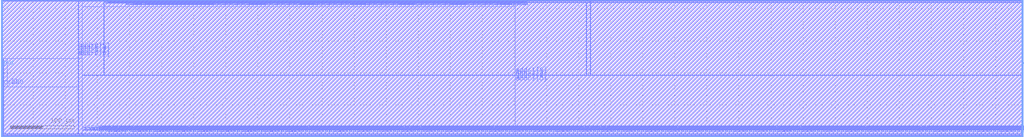
<source format=lef>
VERSION 5.4 ;
NAMESCASESENSITIVE ON ;
BUSBITCHARS "[]" ;
DIVIDERCHAR "/" ;
UNITS
  DATABASE MICRONS 2000 ;
END UNITS
MACRO freepdk45_sram_1w1r_64x512
   CLASS BLOCK ;
   SIZE 1593.34 BY 214.34 ;
   SYMMETRY X Y R90 ;
   PIN din0[0]
      DIRECTION INPUT ;
      PORT
         LAYER metal3 ;
         RECT  126.065 4.2375 126.2 4.3725 ;
      END
   END din0[0]
   PIN din0[1]
      DIRECTION INPUT ;
      PORT
         LAYER metal3 ;
         RECT  128.925 4.2375 129.06 4.3725 ;
      END
   END din0[1]
   PIN din0[2]
      DIRECTION INPUT ;
      PORT
         LAYER metal3 ;
         RECT  131.785 4.2375 131.92 4.3725 ;
      END
   END din0[2]
   PIN din0[3]
      DIRECTION INPUT ;
      PORT
         LAYER metal3 ;
         RECT  134.645 4.2375 134.78 4.3725 ;
      END
   END din0[3]
   PIN din0[4]
      DIRECTION INPUT ;
      PORT
         LAYER metal3 ;
         RECT  137.505 4.2375 137.64 4.3725 ;
      END
   END din0[4]
   PIN din0[5]
      DIRECTION INPUT ;
      PORT
         LAYER metal3 ;
         RECT  140.365 4.2375 140.5 4.3725 ;
      END
   END din0[5]
   PIN din0[6]
      DIRECTION INPUT ;
      PORT
         LAYER metal3 ;
         RECT  143.225 4.2375 143.36 4.3725 ;
      END
   END din0[6]
   PIN din0[7]
      DIRECTION INPUT ;
      PORT
         LAYER metal3 ;
         RECT  146.085 4.2375 146.22 4.3725 ;
      END
   END din0[7]
   PIN din0[8]
      DIRECTION INPUT ;
      PORT
         LAYER metal3 ;
         RECT  148.945 4.2375 149.08 4.3725 ;
      END
   END din0[8]
   PIN din0[9]
      DIRECTION INPUT ;
      PORT
         LAYER metal3 ;
         RECT  151.805 4.2375 151.94 4.3725 ;
      END
   END din0[9]
   PIN din0[10]
      DIRECTION INPUT ;
      PORT
         LAYER metal3 ;
         RECT  154.665 4.2375 154.8 4.3725 ;
      END
   END din0[10]
   PIN din0[11]
      DIRECTION INPUT ;
      PORT
         LAYER metal3 ;
         RECT  157.525 4.2375 157.66 4.3725 ;
      END
   END din0[11]
   PIN din0[12]
      DIRECTION INPUT ;
      PORT
         LAYER metal3 ;
         RECT  160.385 4.2375 160.52 4.3725 ;
      END
   END din0[12]
   PIN din0[13]
      DIRECTION INPUT ;
      PORT
         LAYER metal3 ;
         RECT  163.245 4.2375 163.38 4.3725 ;
      END
   END din0[13]
   PIN din0[14]
      DIRECTION INPUT ;
      PORT
         LAYER metal3 ;
         RECT  166.105 4.2375 166.24 4.3725 ;
      END
   END din0[14]
   PIN din0[15]
      DIRECTION INPUT ;
      PORT
         LAYER metal3 ;
         RECT  168.965 4.2375 169.1 4.3725 ;
      END
   END din0[15]
   PIN din0[16]
      DIRECTION INPUT ;
      PORT
         LAYER metal3 ;
         RECT  171.825 4.2375 171.96 4.3725 ;
      END
   END din0[16]
   PIN din0[17]
      DIRECTION INPUT ;
      PORT
         LAYER metal3 ;
         RECT  174.685 4.2375 174.82 4.3725 ;
      END
   END din0[17]
   PIN din0[18]
      DIRECTION INPUT ;
      PORT
         LAYER metal3 ;
         RECT  177.545 4.2375 177.68 4.3725 ;
      END
   END din0[18]
   PIN din0[19]
      DIRECTION INPUT ;
      PORT
         LAYER metal3 ;
         RECT  180.405 4.2375 180.54 4.3725 ;
      END
   END din0[19]
   PIN din0[20]
      DIRECTION INPUT ;
      PORT
         LAYER metal3 ;
         RECT  183.265 4.2375 183.4 4.3725 ;
      END
   END din0[20]
   PIN din0[21]
      DIRECTION INPUT ;
      PORT
         LAYER metal3 ;
         RECT  186.125 4.2375 186.26 4.3725 ;
      END
   END din0[21]
   PIN din0[22]
      DIRECTION INPUT ;
      PORT
         LAYER metal3 ;
         RECT  188.985 4.2375 189.12 4.3725 ;
      END
   END din0[22]
   PIN din0[23]
      DIRECTION INPUT ;
      PORT
         LAYER metal3 ;
         RECT  191.845 4.2375 191.98 4.3725 ;
      END
   END din0[23]
   PIN din0[24]
      DIRECTION INPUT ;
      PORT
         LAYER metal3 ;
         RECT  194.705 4.2375 194.84 4.3725 ;
      END
   END din0[24]
   PIN din0[25]
      DIRECTION INPUT ;
      PORT
         LAYER metal3 ;
         RECT  197.565 4.2375 197.7 4.3725 ;
      END
   END din0[25]
   PIN din0[26]
      DIRECTION INPUT ;
      PORT
         LAYER metal3 ;
         RECT  200.425 4.2375 200.56 4.3725 ;
      END
   END din0[26]
   PIN din0[27]
      DIRECTION INPUT ;
      PORT
         LAYER metal3 ;
         RECT  203.285 4.2375 203.42 4.3725 ;
      END
   END din0[27]
   PIN din0[28]
      DIRECTION INPUT ;
      PORT
         LAYER metal3 ;
         RECT  206.145 4.2375 206.28 4.3725 ;
      END
   END din0[28]
   PIN din0[29]
      DIRECTION INPUT ;
      PORT
         LAYER metal3 ;
         RECT  209.005 4.2375 209.14 4.3725 ;
      END
   END din0[29]
   PIN din0[30]
      DIRECTION INPUT ;
      PORT
         LAYER metal3 ;
         RECT  211.865 4.2375 212.0 4.3725 ;
      END
   END din0[30]
   PIN din0[31]
      DIRECTION INPUT ;
      PORT
         LAYER metal3 ;
         RECT  214.725 4.2375 214.86 4.3725 ;
      END
   END din0[31]
   PIN din0[32]
      DIRECTION INPUT ;
      PORT
         LAYER metal3 ;
         RECT  217.585 4.2375 217.72 4.3725 ;
      END
   END din0[32]
   PIN din0[33]
      DIRECTION INPUT ;
      PORT
         LAYER metal3 ;
         RECT  220.445 4.2375 220.58 4.3725 ;
      END
   END din0[33]
   PIN din0[34]
      DIRECTION INPUT ;
      PORT
         LAYER metal3 ;
         RECT  223.305 4.2375 223.44 4.3725 ;
      END
   END din0[34]
   PIN din0[35]
      DIRECTION INPUT ;
      PORT
         LAYER metal3 ;
         RECT  226.165 4.2375 226.3 4.3725 ;
      END
   END din0[35]
   PIN din0[36]
      DIRECTION INPUT ;
      PORT
         LAYER metal3 ;
         RECT  229.025 4.2375 229.16 4.3725 ;
      END
   END din0[36]
   PIN din0[37]
      DIRECTION INPUT ;
      PORT
         LAYER metal3 ;
         RECT  231.885 4.2375 232.02 4.3725 ;
      END
   END din0[37]
   PIN din0[38]
      DIRECTION INPUT ;
      PORT
         LAYER metal3 ;
         RECT  234.745 4.2375 234.88 4.3725 ;
      END
   END din0[38]
   PIN din0[39]
      DIRECTION INPUT ;
      PORT
         LAYER metal3 ;
         RECT  237.605 4.2375 237.74 4.3725 ;
      END
   END din0[39]
   PIN din0[40]
      DIRECTION INPUT ;
      PORT
         LAYER metal3 ;
         RECT  240.465 4.2375 240.6 4.3725 ;
      END
   END din0[40]
   PIN din0[41]
      DIRECTION INPUT ;
      PORT
         LAYER metal3 ;
         RECT  243.325 4.2375 243.46 4.3725 ;
      END
   END din0[41]
   PIN din0[42]
      DIRECTION INPUT ;
      PORT
         LAYER metal3 ;
         RECT  246.185 4.2375 246.32 4.3725 ;
      END
   END din0[42]
   PIN din0[43]
      DIRECTION INPUT ;
      PORT
         LAYER metal3 ;
         RECT  249.045 4.2375 249.18 4.3725 ;
      END
   END din0[43]
   PIN din0[44]
      DIRECTION INPUT ;
      PORT
         LAYER metal3 ;
         RECT  251.905 4.2375 252.04 4.3725 ;
      END
   END din0[44]
   PIN din0[45]
      DIRECTION INPUT ;
      PORT
         LAYER metal3 ;
         RECT  254.765 4.2375 254.9 4.3725 ;
      END
   END din0[45]
   PIN din0[46]
      DIRECTION INPUT ;
      PORT
         LAYER metal3 ;
         RECT  257.625 4.2375 257.76 4.3725 ;
      END
   END din0[46]
   PIN din0[47]
      DIRECTION INPUT ;
      PORT
         LAYER metal3 ;
         RECT  260.485 4.2375 260.62 4.3725 ;
      END
   END din0[47]
   PIN din0[48]
      DIRECTION INPUT ;
      PORT
         LAYER metal3 ;
         RECT  263.345 4.2375 263.48 4.3725 ;
      END
   END din0[48]
   PIN din0[49]
      DIRECTION INPUT ;
      PORT
         LAYER metal3 ;
         RECT  266.205 4.2375 266.34 4.3725 ;
      END
   END din0[49]
   PIN din0[50]
      DIRECTION INPUT ;
      PORT
         LAYER metal3 ;
         RECT  269.065 4.2375 269.2 4.3725 ;
      END
   END din0[50]
   PIN din0[51]
      DIRECTION INPUT ;
      PORT
         LAYER metal3 ;
         RECT  271.925 4.2375 272.06 4.3725 ;
      END
   END din0[51]
   PIN din0[52]
      DIRECTION INPUT ;
      PORT
         LAYER metal3 ;
         RECT  274.785 4.2375 274.92 4.3725 ;
      END
   END din0[52]
   PIN din0[53]
      DIRECTION INPUT ;
      PORT
         LAYER metal3 ;
         RECT  277.645 4.2375 277.78 4.3725 ;
      END
   END din0[53]
   PIN din0[54]
      DIRECTION INPUT ;
      PORT
         LAYER metal3 ;
         RECT  280.505 4.2375 280.64 4.3725 ;
      END
   END din0[54]
   PIN din0[55]
      DIRECTION INPUT ;
      PORT
         LAYER metal3 ;
         RECT  283.365 4.2375 283.5 4.3725 ;
      END
   END din0[55]
   PIN din0[56]
      DIRECTION INPUT ;
      PORT
         LAYER metal3 ;
         RECT  286.225 4.2375 286.36 4.3725 ;
      END
   END din0[56]
   PIN din0[57]
      DIRECTION INPUT ;
      PORT
         LAYER metal3 ;
         RECT  289.085 4.2375 289.22 4.3725 ;
      END
   END din0[57]
   PIN din0[58]
      DIRECTION INPUT ;
      PORT
         LAYER metal3 ;
         RECT  291.945 4.2375 292.08 4.3725 ;
      END
   END din0[58]
   PIN din0[59]
      DIRECTION INPUT ;
      PORT
         LAYER metal3 ;
         RECT  294.805 4.2375 294.94 4.3725 ;
      END
   END din0[59]
   PIN din0[60]
      DIRECTION INPUT ;
      PORT
         LAYER metal3 ;
         RECT  297.665 4.2375 297.8 4.3725 ;
      END
   END din0[60]
   PIN din0[61]
      DIRECTION INPUT ;
      PORT
         LAYER metal3 ;
         RECT  300.525 4.2375 300.66 4.3725 ;
      END
   END din0[61]
   PIN din0[62]
      DIRECTION INPUT ;
      PORT
         LAYER metal3 ;
         RECT  303.385 4.2375 303.52 4.3725 ;
      END
   END din0[62]
   PIN din0[63]
      DIRECTION INPUT ;
      PORT
         LAYER metal3 ;
         RECT  306.245 4.2375 306.38 4.3725 ;
      END
   END din0[63]
   PIN din0[64]
      DIRECTION INPUT ;
      PORT
         LAYER metal3 ;
         RECT  309.105 4.2375 309.24 4.3725 ;
      END
   END din0[64]
   PIN din0[65]
      DIRECTION INPUT ;
      PORT
         LAYER metal3 ;
         RECT  311.965 4.2375 312.1 4.3725 ;
      END
   END din0[65]
   PIN din0[66]
      DIRECTION INPUT ;
      PORT
         LAYER metal3 ;
         RECT  314.825 4.2375 314.96 4.3725 ;
      END
   END din0[66]
   PIN din0[67]
      DIRECTION INPUT ;
      PORT
         LAYER metal3 ;
         RECT  317.685 4.2375 317.82 4.3725 ;
      END
   END din0[67]
   PIN din0[68]
      DIRECTION INPUT ;
      PORT
         LAYER metal3 ;
         RECT  320.545 4.2375 320.68 4.3725 ;
      END
   END din0[68]
   PIN din0[69]
      DIRECTION INPUT ;
      PORT
         LAYER metal3 ;
         RECT  323.405 4.2375 323.54 4.3725 ;
      END
   END din0[69]
   PIN din0[70]
      DIRECTION INPUT ;
      PORT
         LAYER metal3 ;
         RECT  326.265 4.2375 326.4 4.3725 ;
      END
   END din0[70]
   PIN din0[71]
      DIRECTION INPUT ;
      PORT
         LAYER metal3 ;
         RECT  329.125 4.2375 329.26 4.3725 ;
      END
   END din0[71]
   PIN din0[72]
      DIRECTION INPUT ;
      PORT
         LAYER metal3 ;
         RECT  331.985 4.2375 332.12 4.3725 ;
      END
   END din0[72]
   PIN din0[73]
      DIRECTION INPUT ;
      PORT
         LAYER metal3 ;
         RECT  334.845 4.2375 334.98 4.3725 ;
      END
   END din0[73]
   PIN din0[74]
      DIRECTION INPUT ;
      PORT
         LAYER metal3 ;
         RECT  337.705 4.2375 337.84 4.3725 ;
      END
   END din0[74]
   PIN din0[75]
      DIRECTION INPUT ;
      PORT
         LAYER metal3 ;
         RECT  340.565 4.2375 340.7 4.3725 ;
      END
   END din0[75]
   PIN din0[76]
      DIRECTION INPUT ;
      PORT
         LAYER metal3 ;
         RECT  343.425 4.2375 343.56 4.3725 ;
      END
   END din0[76]
   PIN din0[77]
      DIRECTION INPUT ;
      PORT
         LAYER metal3 ;
         RECT  346.285 4.2375 346.42 4.3725 ;
      END
   END din0[77]
   PIN din0[78]
      DIRECTION INPUT ;
      PORT
         LAYER metal3 ;
         RECT  349.145 4.2375 349.28 4.3725 ;
      END
   END din0[78]
   PIN din0[79]
      DIRECTION INPUT ;
      PORT
         LAYER metal3 ;
         RECT  352.005 4.2375 352.14 4.3725 ;
      END
   END din0[79]
   PIN din0[80]
      DIRECTION INPUT ;
      PORT
         LAYER metal3 ;
         RECT  354.865 4.2375 355.0 4.3725 ;
      END
   END din0[80]
   PIN din0[81]
      DIRECTION INPUT ;
      PORT
         LAYER metal3 ;
         RECT  357.725 4.2375 357.86 4.3725 ;
      END
   END din0[81]
   PIN din0[82]
      DIRECTION INPUT ;
      PORT
         LAYER metal3 ;
         RECT  360.585 4.2375 360.72 4.3725 ;
      END
   END din0[82]
   PIN din0[83]
      DIRECTION INPUT ;
      PORT
         LAYER metal3 ;
         RECT  363.445 4.2375 363.58 4.3725 ;
      END
   END din0[83]
   PIN din0[84]
      DIRECTION INPUT ;
      PORT
         LAYER metal3 ;
         RECT  366.305 4.2375 366.44 4.3725 ;
      END
   END din0[84]
   PIN din0[85]
      DIRECTION INPUT ;
      PORT
         LAYER metal3 ;
         RECT  369.165 4.2375 369.3 4.3725 ;
      END
   END din0[85]
   PIN din0[86]
      DIRECTION INPUT ;
      PORT
         LAYER metal3 ;
         RECT  372.025 4.2375 372.16 4.3725 ;
      END
   END din0[86]
   PIN din0[87]
      DIRECTION INPUT ;
      PORT
         LAYER metal3 ;
         RECT  374.885 4.2375 375.02 4.3725 ;
      END
   END din0[87]
   PIN din0[88]
      DIRECTION INPUT ;
      PORT
         LAYER metal3 ;
         RECT  377.745 4.2375 377.88 4.3725 ;
      END
   END din0[88]
   PIN din0[89]
      DIRECTION INPUT ;
      PORT
         LAYER metal3 ;
         RECT  380.605 4.2375 380.74 4.3725 ;
      END
   END din0[89]
   PIN din0[90]
      DIRECTION INPUT ;
      PORT
         LAYER metal3 ;
         RECT  383.465 4.2375 383.6 4.3725 ;
      END
   END din0[90]
   PIN din0[91]
      DIRECTION INPUT ;
      PORT
         LAYER metal3 ;
         RECT  386.325 4.2375 386.46 4.3725 ;
      END
   END din0[91]
   PIN din0[92]
      DIRECTION INPUT ;
      PORT
         LAYER metal3 ;
         RECT  389.185 4.2375 389.32 4.3725 ;
      END
   END din0[92]
   PIN din0[93]
      DIRECTION INPUT ;
      PORT
         LAYER metal3 ;
         RECT  392.045 4.2375 392.18 4.3725 ;
      END
   END din0[93]
   PIN din0[94]
      DIRECTION INPUT ;
      PORT
         LAYER metal3 ;
         RECT  394.905 4.2375 395.04 4.3725 ;
      END
   END din0[94]
   PIN din0[95]
      DIRECTION INPUT ;
      PORT
         LAYER metal3 ;
         RECT  397.765 4.2375 397.9 4.3725 ;
      END
   END din0[95]
   PIN din0[96]
      DIRECTION INPUT ;
      PORT
         LAYER metal3 ;
         RECT  400.625 4.2375 400.76 4.3725 ;
      END
   END din0[96]
   PIN din0[97]
      DIRECTION INPUT ;
      PORT
         LAYER metal3 ;
         RECT  403.485 4.2375 403.62 4.3725 ;
      END
   END din0[97]
   PIN din0[98]
      DIRECTION INPUT ;
      PORT
         LAYER metal3 ;
         RECT  406.345 4.2375 406.48 4.3725 ;
      END
   END din0[98]
   PIN din0[99]
      DIRECTION INPUT ;
      PORT
         LAYER metal3 ;
         RECT  409.205 4.2375 409.34 4.3725 ;
      END
   END din0[99]
   PIN din0[100]
      DIRECTION INPUT ;
      PORT
         LAYER metal3 ;
         RECT  412.065 4.2375 412.2 4.3725 ;
      END
   END din0[100]
   PIN din0[101]
      DIRECTION INPUT ;
      PORT
         LAYER metal3 ;
         RECT  414.925 4.2375 415.06 4.3725 ;
      END
   END din0[101]
   PIN din0[102]
      DIRECTION INPUT ;
      PORT
         LAYER metal3 ;
         RECT  417.785 4.2375 417.92 4.3725 ;
      END
   END din0[102]
   PIN din0[103]
      DIRECTION INPUT ;
      PORT
         LAYER metal3 ;
         RECT  420.645 4.2375 420.78 4.3725 ;
      END
   END din0[103]
   PIN din0[104]
      DIRECTION INPUT ;
      PORT
         LAYER metal3 ;
         RECT  423.505 4.2375 423.64 4.3725 ;
      END
   END din0[104]
   PIN din0[105]
      DIRECTION INPUT ;
      PORT
         LAYER metal3 ;
         RECT  426.365 4.2375 426.5 4.3725 ;
      END
   END din0[105]
   PIN din0[106]
      DIRECTION INPUT ;
      PORT
         LAYER metal3 ;
         RECT  429.225 4.2375 429.36 4.3725 ;
      END
   END din0[106]
   PIN din0[107]
      DIRECTION INPUT ;
      PORT
         LAYER metal3 ;
         RECT  432.085 4.2375 432.22 4.3725 ;
      END
   END din0[107]
   PIN din0[108]
      DIRECTION INPUT ;
      PORT
         LAYER metal3 ;
         RECT  434.945 4.2375 435.08 4.3725 ;
      END
   END din0[108]
   PIN din0[109]
      DIRECTION INPUT ;
      PORT
         LAYER metal3 ;
         RECT  437.805 4.2375 437.94 4.3725 ;
      END
   END din0[109]
   PIN din0[110]
      DIRECTION INPUT ;
      PORT
         LAYER metal3 ;
         RECT  440.665 4.2375 440.8 4.3725 ;
      END
   END din0[110]
   PIN din0[111]
      DIRECTION INPUT ;
      PORT
         LAYER metal3 ;
         RECT  443.525 4.2375 443.66 4.3725 ;
      END
   END din0[111]
   PIN din0[112]
      DIRECTION INPUT ;
      PORT
         LAYER metal3 ;
         RECT  446.385 4.2375 446.52 4.3725 ;
      END
   END din0[112]
   PIN din0[113]
      DIRECTION INPUT ;
      PORT
         LAYER metal3 ;
         RECT  449.245 4.2375 449.38 4.3725 ;
      END
   END din0[113]
   PIN din0[114]
      DIRECTION INPUT ;
      PORT
         LAYER metal3 ;
         RECT  452.105 4.2375 452.24 4.3725 ;
      END
   END din0[114]
   PIN din0[115]
      DIRECTION INPUT ;
      PORT
         LAYER metal3 ;
         RECT  454.965 4.2375 455.1 4.3725 ;
      END
   END din0[115]
   PIN din0[116]
      DIRECTION INPUT ;
      PORT
         LAYER metal3 ;
         RECT  457.825 4.2375 457.96 4.3725 ;
      END
   END din0[116]
   PIN din0[117]
      DIRECTION INPUT ;
      PORT
         LAYER metal3 ;
         RECT  460.685 4.2375 460.82 4.3725 ;
      END
   END din0[117]
   PIN din0[118]
      DIRECTION INPUT ;
      PORT
         LAYER metal3 ;
         RECT  463.545 4.2375 463.68 4.3725 ;
      END
   END din0[118]
   PIN din0[119]
      DIRECTION INPUT ;
      PORT
         LAYER metal3 ;
         RECT  466.405 4.2375 466.54 4.3725 ;
      END
   END din0[119]
   PIN din0[120]
      DIRECTION INPUT ;
      PORT
         LAYER metal3 ;
         RECT  469.265 4.2375 469.4 4.3725 ;
      END
   END din0[120]
   PIN din0[121]
      DIRECTION INPUT ;
      PORT
         LAYER metal3 ;
         RECT  472.125 4.2375 472.26 4.3725 ;
      END
   END din0[121]
   PIN din0[122]
      DIRECTION INPUT ;
      PORT
         LAYER metal3 ;
         RECT  474.985 4.2375 475.12 4.3725 ;
      END
   END din0[122]
   PIN din0[123]
      DIRECTION INPUT ;
      PORT
         LAYER metal3 ;
         RECT  477.845 4.2375 477.98 4.3725 ;
      END
   END din0[123]
   PIN din0[124]
      DIRECTION INPUT ;
      PORT
         LAYER metal3 ;
         RECT  480.705 4.2375 480.84 4.3725 ;
      END
   END din0[124]
   PIN din0[125]
      DIRECTION INPUT ;
      PORT
         LAYER metal3 ;
         RECT  483.565 4.2375 483.7 4.3725 ;
      END
   END din0[125]
   PIN din0[126]
      DIRECTION INPUT ;
      PORT
         LAYER metal3 ;
         RECT  486.425 4.2375 486.56 4.3725 ;
      END
   END din0[126]
   PIN din0[127]
      DIRECTION INPUT ;
      PORT
         LAYER metal3 ;
         RECT  489.285 4.2375 489.42 4.3725 ;
      END
   END din0[127]
   PIN din0[128]
      DIRECTION INPUT ;
      PORT
         LAYER metal3 ;
         RECT  492.145 4.2375 492.28 4.3725 ;
      END
   END din0[128]
   PIN din0[129]
      DIRECTION INPUT ;
      PORT
         LAYER metal3 ;
         RECT  495.005 4.2375 495.14 4.3725 ;
      END
   END din0[129]
   PIN din0[130]
      DIRECTION INPUT ;
      PORT
         LAYER metal3 ;
         RECT  497.865 4.2375 498.0 4.3725 ;
      END
   END din0[130]
   PIN din0[131]
      DIRECTION INPUT ;
      PORT
         LAYER metal3 ;
         RECT  500.725 4.2375 500.86 4.3725 ;
      END
   END din0[131]
   PIN din0[132]
      DIRECTION INPUT ;
      PORT
         LAYER metal3 ;
         RECT  503.585 4.2375 503.72 4.3725 ;
      END
   END din0[132]
   PIN din0[133]
      DIRECTION INPUT ;
      PORT
         LAYER metal3 ;
         RECT  506.445 4.2375 506.58 4.3725 ;
      END
   END din0[133]
   PIN din0[134]
      DIRECTION INPUT ;
      PORT
         LAYER metal3 ;
         RECT  509.305 4.2375 509.44 4.3725 ;
      END
   END din0[134]
   PIN din0[135]
      DIRECTION INPUT ;
      PORT
         LAYER metal3 ;
         RECT  512.165 4.2375 512.3 4.3725 ;
      END
   END din0[135]
   PIN din0[136]
      DIRECTION INPUT ;
      PORT
         LAYER metal3 ;
         RECT  515.025 4.2375 515.16 4.3725 ;
      END
   END din0[136]
   PIN din0[137]
      DIRECTION INPUT ;
      PORT
         LAYER metal3 ;
         RECT  517.885 4.2375 518.02 4.3725 ;
      END
   END din0[137]
   PIN din0[138]
      DIRECTION INPUT ;
      PORT
         LAYER metal3 ;
         RECT  520.745 4.2375 520.88 4.3725 ;
      END
   END din0[138]
   PIN din0[139]
      DIRECTION INPUT ;
      PORT
         LAYER metal3 ;
         RECT  523.605 4.2375 523.74 4.3725 ;
      END
   END din0[139]
   PIN din0[140]
      DIRECTION INPUT ;
      PORT
         LAYER metal3 ;
         RECT  526.465 4.2375 526.6 4.3725 ;
      END
   END din0[140]
   PIN din0[141]
      DIRECTION INPUT ;
      PORT
         LAYER metal3 ;
         RECT  529.325 4.2375 529.46 4.3725 ;
      END
   END din0[141]
   PIN din0[142]
      DIRECTION INPUT ;
      PORT
         LAYER metal3 ;
         RECT  532.185 4.2375 532.32 4.3725 ;
      END
   END din0[142]
   PIN din0[143]
      DIRECTION INPUT ;
      PORT
         LAYER metal3 ;
         RECT  535.045 4.2375 535.18 4.3725 ;
      END
   END din0[143]
   PIN din0[144]
      DIRECTION INPUT ;
      PORT
         LAYER metal3 ;
         RECT  537.905 4.2375 538.04 4.3725 ;
      END
   END din0[144]
   PIN din0[145]
      DIRECTION INPUT ;
      PORT
         LAYER metal3 ;
         RECT  540.765 4.2375 540.9 4.3725 ;
      END
   END din0[145]
   PIN din0[146]
      DIRECTION INPUT ;
      PORT
         LAYER metal3 ;
         RECT  543.625 4.2375 543.76 4.3725 ;
      END
   END din0[146]
   PIN din0[147]
      DIRECTION INPUT ;
      PORT
         LAYER metal3 ;
         RECT  546.485 4.2375 546.62 4.3725 ;
      END
   END din0[147]
   PIN din0[148]
      DIRECTION INPUT ;
      PORT
         LAYER metal3 ;
         RECT  549.345 4.2375 549.48 4.3725 ;
      END
   END din0[148]
   PIN din0[149]
      DIRECTION INPUT ;
      PORT
         LAYER metal3 ;
         RECT  552.205 4.2375 552.34 4.3725 ;
      END
   END din0[149]
   PIN din0[150]
      DIRECTION INPUT ;
      PORT
         LAYER metal3 ;
         RECT  555.065 4.2375 555.2 4.3725 ;
      END
   END din0[150]
   PIN din0[151]
      DIRECTION INPUT ;
      PORT
         LAYER metal3 ;
         RECT  557.925 4.2375 558.06 4.3725 ;
      END
   END din0[151]
   PIN din0[152]
      DIRECTION INPUT ;
      PORT
         LAYER metal3 ;
         RECT  560.785 4.2375 560.92 4.3725 ;
      END
   END din0[152]
   PIN din0[153]
      DIRECTION INPUT ;
      PORT
         LAYER metal3 ;
         RECT  563.645 4.2375 563.78 4.3725 ;
      END
   END din0[153]
   PIN din0[154]
      DIRECTION INPUT ;
      PORT
         LAYER metal3 ;
         RECT  566.505 4.2375 566.64 4.3725 ;
      END
   END din0[154]
   PIN din0[155]
      DIRECTION INPUT ;
      PORT
         LAYER metal3 ;
         RECT  569.365 4.2375 569.5 4.3725 ;
      END
   END din0[155]
   PIN din0[156]
      DIRECTION INPUT ;
      PORT
         LAYER metal3 ;
         RECT  572.225 4.2375 572.36 4.3725 ;
      END
   END din0[156]
   PIN din0[157]
      DIRECTION INPUT ;
      PORT
         LAYER metal3 ;
         RECT  575.085 4.2375 575.22 4.3725 ;
      END
   END din0[157]
   PIN din0[158]
      DIRECTION INPUT ;
      PORT
         LAYER metal3 ;
         RECT  577.945 4.2375 578.08 4.3725 ;
      END
   END din0[158]
   PIN din0[159]
      DIRECTION INPUT ;
      PORT
         LAYER metal3 ;
         RECT  580.805 4.2375 580.94 4.3725 ;
      END
   END din0[159]
   PIN din0[160]
      DIRECTION INPUT ;
      PORT
         LAYER metal3 ;
         RECT  583.665 4.2375 583.8 4.3725 ;
      END
   END din0[160]
   PIN din0[161]
      DIRECTION INPUT ;
      PORT
         LAYER metal3 ;
         RECT  586.525 4.2375 586.66 4.3725 ;
      END
   END din0[161]
   PIN din0[162]
      DIRECTION INPUT ;
      PORT
         LAYER metal3 ;
         RECT  589.385 4.2375 589.52 4.3725 ;
      END
   END din0[162]
   PIN din0[163]
      DIRECTION INPUT ;
      PORT
         LAYER metal3 ;
         RECT  592.245 4.2375 592.38 4.3725 ;
      END
   END din0[163]
   PIN din0[164]
      DIRECTION INPUT ;
      PORT
         LAYER metal3 ;
         RECT  595.105 4.2375 595.24 4.3725 ;
      END
   END din0[164]
   PIN din0[165]
      DIRECTION INPUT ;
      PORT
         LAYER metal3 ;
         RECT  597.965 4.2375 598.1 4.3725 ;
      END
   END din0[165]
   PIN din0[166]
      DIRECTION INPUT ;
      PORT
         LAYER metal3 ;
         RECT  600.825 4.2375 600.96 4.3725 ;
      END
   END din0[166]
   PIN din0[167]
      DIRECTION INPUT ;
      PORT
         LAYER metal3 ;
         RECT  603.685 4.2375 603.82 4.3725 ;
      END
   END din0[167]
   PIN din0[168]
      DIRECTION INPUT ;
      PORT
         LAYER metal3 ;
         RECT  606.545 4.2375 606.68 4.3725 ;
      END
   END din0[168]
   PIN din0[169]
      DIRECTION INPUT ;
      PORT
         LAYER metal3 ;
         RECT  609.405 4.2375 609.54 4.3725 ;
      END
   END din0[169]
   PIN din0[170]
      DIRECTION INPUT ;
      PORT
         LAYER metal3 ;
         RECT  612.265 4.2375 612.4 4.3725 ;
      END
   END din0[170]
   PIN din0[171]
      DIRECTION INPUT ;
      PORT
         LAYER metal3 ;
         RECT  615.125 4.2375 615.26 4.3725 ;
      END
   END din0[171]
   PIN din0[172]
      DIRECTION INPUT ;
      PORT
         LAYER metal3 ;
         RECT  617.985 4.2375 618.12 4.3725 ;
      END
   END din0[172]
   PIN din0[173]
      DIRECTION INPUT ;
      PORT
         LAYER metal3 ;
         RECT  620.845 4.2375 620.98 4.3725 ;
      END
   END din0[173]
   PIN din0[174]
      DIRECTION INPUT ;
      PORT
         LAYER metal3 ;
         RECT  623.705 4.2375 623.84 4.3725 ;
      END
   END din0[174]
   PIN din0[175]
      DIRECTION INPUT ;
      PORT
         LAYER metal3 ;
         RECT  626.565 4.2375 626.7 4.3725 ;
      END
   END din0[175]
   PIN din0[176]
      DIRECTION INPUT ;
      PORT
         LAYER metal3 ;
         RECT  629.425 4.2375 629.56 4.3725 ;
      END
   END din0[176]
   PIN din0[177]
      DIRECTION INPUT ;
      PORT
         LAYER metal3 ;
         RECT  632.285 4.2375 632.42 4.3725 ;
      END
   END din0[177]
   PIN din0[178]
      DIRECTION INPUT ;
      PORT
         LAYER metal3 ;
         RECT  635.145 4.2375 635.28 4.3725 ;
      END
   END din0[178]
   PIN din0[179]
      DIRECTION INPUT ;
      PORT
         LAYER metal3 ;
         RECT  638.005 4.2375 638.14 4.3725 ;
      END
   END din0[179]
   PIN din0[180]
      DIRECTION INPUT ;
      PORT
         LAYER metal3 ;
         RECT  640.865 4.2375 641.0 4.3725 ;
      END
   END din0[180]
   PIN din0[181]
      DIRECTION INPUT ;
      PORT
         LAYER metal3 ;
         RECT  643.725 4.2375 643.86 4.3725 ;
      END
   END din0[181]
   PIN din0[182]
      DIRECTION INPUT ;
      PORT
         LAYER metal3 ;
         RECT  646.585 4.2375 646.72 4.3725 ;
      END
   END din0[182]
   PIN din0[183]
      DIRECTION INPUT ;
      PORT
         LAYER metal3 ;
         RECT  649.445 4.2375 649.58 4.3725 ;
      END
   END din0[183]
   PIN din0[184]
      DIRECTION INPUT ;
      PORT
         LAYER metal3 ;
         RECT  652.305 4.2375 652.44 4.3725 ;
      END
   END din0[184]
   PIN din0[185]
      DIRECTION INPUT ;
      PORT
         LAYER metal3 ;
         RECT  655.165 4.2375 655.3 4.3725 ;
      END
   END din0[185]
   PIN din0[186]
      DIRECTION INPUT ;
      PORT
         LAYER metal3 ;
         RECT  658.025 4.2375 658.16 4.3725 ;
      END
   END din0[186]
   PIN din0[187]
      DIRECTION INPUT ;
      PORT
         LAYER metal3 ;
         RECT  660.885 4.2375 661.02 4.3725 ;
      END
   END din0[187]
   PIN din0[188]
      DIRECTION INPUT ;
      PORT
         LAYER metal3 ;
         RECT  663.745 4.2375 663.88 4.3725 ;
      END
   END din0[188]
   PIN din0[189]
      DIRECTION INPUT ;
      PORT
         LAYER metal3 ;
         RECT  666.605 4.2375 666.74 4.3725 ;
      END
   END din0[189]
   PIN din0[190]
      DIRECTION INPUT ;
      PORT
         LAYER metal3 ;
         RECT  669.465 4.2375 669.6 4.3725 ;
      END
   END din0[190]
   PIN din0[191]
      DIRECTION INPUT ;
      PORT
         LAYER metal3 ;
         RECT  672.325 4.2375 672.46 4.3725 ;
      END
   END din0[191]
   PIN din0[192]
      DIRECTION INPUT ;
      PORT
         LAYER metal3 ;
         RECT  675.185 4.2375 675.32 4.3725 ;
      END
   END din0[192]
   PIN din0[193]
      DIRECTION INPUT ;
      PORT
         LAYER metal3 ;
         RECT  678.045 4.2375 678.18 4.3725 ;
      END
   END din0[193]
   PIN din0[194]
      DIRECTION INPUT ;
      PORT
         LAYER metal3 ;
         RECT  680.905 4.2375 681.04 4.3725 ;
      END
   END din0[194]
   PIN din0[195]
      DIRECTION INPUT ;
      PORT
         LAYER metal3 ;
         RECT  683.765 4.2375 683.9 4.3725 ;
      END
   END din0[195]
   PIN din0[196]
      DIRECTION INPUT ;
      PORT
         LAYER metal3 ;
         RECT  686.625 4.2375 686.76 4.3725 ;
      END
   END din0[196]
   PIN din0[197]
      DIRECTION INPUT ;
      PORT
         LAYER metal3 ;
         RECT  689.485 4.2375 689.62 4.3725 ;
      END
   END din0[197]
   PIN din0[198]
      DIRECTION INPUT ;
      PORT
         LAYER metal3 ;
         RECT  692.345 4.2375 692.48 4.3725 ;
      END
   END din0[198]
   PIN din0[199]
      DIRECTION INPUT ;
      PORT
         LAYER metal3 ;
         RECT  695.205 4.2375 695.34 4.3725 ;
      END
   END din0[199]
   PIN din0[200]
      DIRECTION INPUT ;
      PORT
         LAYER metal3 ;
         RECT  698.065 4.2375 698.2 4.3725 ;
      END
   END din0[200]
   PIN din0[201]
      DIRECTION INPUT ;
      PORT
         LAYER metal3 ;
         RECT  700.925 4.2375 701.06 4.3725 ;
      END
   END din0[201]
   PIN din0[202]
      DIRECTION INPUT ;
      PORT
         LAYER metal3 ;
         RECT  703.785 4.2375 703.92 4.3725 ;
      END
   END din0[202]
   PIN din0[203]
      DIRECTION INPUT ;
      PORT
         LAYER metal3 ;
         RECT  706.645 4.2375 706.78 4.3725 ;
      END
   END din0[203]
   PIN din0[204]
      DIRECTION INPUT ;
      PORT
         LAYER metal3 ;
         RECT  709.505 4.2375 709.64 4.3725 ;
      END
   END din0[204]
   PIN din0[205]
      DIRECTION INPUT ;
      PORT
         LAYER metal3 ;
         RECT  712.365 4.2375 712.5 4.3725 ;
      END
   END din0[205]
   PIN din0[206]
      DIRECTION INPUT ;
      PORT
         LAYER metal3 ;
         RECT  715.225 4.2375 715.36 4.3725 ;
      END
   END din0[206]
   PIN din0[207]
      DIRECTION INPUT ;
      PORT
         LAYER metal3 ;
         RECT  718.085 4.2375 718.22 4.3725 ;
      END
   END din0[207]
   PIN din0[208]
      DIRECTION INPUT ;
      PORT
         LAYER metal3 ;
         RECT  720.945 4.2375 721.08 4.3725 ;
      END
   END din0[208]
   PIN din0[209]
      DIRECTION INPUT ;
      PORT
         LAYER metal3 ;
         RECT  723.805 4.2375 723.94 4.3725 ;
      END
   END din0[209]
   PIN din0[210]
      DIRECTION INPUT ;
      PORT
         LAYER metal3 ;
         RECT  726.665 4.2375 726.8 4.3725 ;
      END
   END din0[210]
   PIN din0[211]
      DIRECTION INPUT ;
      PORT
         LAYER metal3 ;
         RECT  729.525 4.2375 729.66 4.3725 ;
      END
   END din0[211]
   PIN din0[212]
      DIRECTION INPUT ;
      PORT
         LAYER metal3 ;
         RECT  732.385 4.2375 732.52 4.3725 ;
      END
   END din0[212]
   PIN din0[213]
      DIRECTION INPUT ;
      PORT
         LAYER metal3 ;
         RECT  735.245 4.2375 735.38 4.3725 ;
      END
   END din0[213]
   PIN din0[214]
      DIRECTION INPUT ;
      PORT
         LAYER metal3 ;
         RECT  738.105 4.2375 738.24 4.3725 ;
      END
   END din0[214]
   PIN din0[215]
      DIRECTION INPUT ;
      PORT
         LAYER metal3 ;
         RECT  740.965 4.2375 741.1 4.3725 ;
      END
   END din0[215]
   PIN din0[216]
      DIRECTION INPUT ;
      PORT
         LAYER metal3 ;
         RECT  743.825 4.2375 743.96 4.3725 ;
      END
   END din0[216]
   PIN din0[217]
      DIRECTION INPUT ;
      PORT
         LAYER metal3 ;
         RECT  746.685 4.2375 746.82 4.3725 ;
      END
   END din0[217]
   PIN din0[218]
      DIRECTION INPUT ;
      PORT
         LAYER metal3 ;
         RECT  749.545 4.2375 749.68 4.3725 ;
      END
   END din0[218]
   PIN din0[219]
      DIRECTION INPUT ;
      PORT
         LAYER metal3 ;
         RECT  752.405 4.2375 752.54 4.3725 ;
      END
   END din0[219]
   PIN din0[220]
      DIRECTION INPUT ;
      PORT
         LAYER metal3 ;
         RECT  755.265 4.2375 755.4 4.3725 ;
      END
   END din0[220]
   PIN din0[221]
      DIRECTION INPUT ;
      PORT
         LAYER metal3 ;
         RECT  758.125 4.2375 758.26 4.3725 ;
      END
   END din0[221]
   PIN din0[222]
      DIRECTION INPUT ;
      PORT
         LAYER metal3 ;
         RECT  760.985 4.2375 761.12 4.3725 ;
      END
   END din0[222]
   PIN din0[223]
      DIRECTION INPUT ;
      PORT
         LAYER metal3 ;
         RECT  763.845 4.2375 763.98 4.3725 ;
      END
   END din0[223]
   PIN din0[224]
      DIRECTION INPUT ;
      PORT
         LAYER metal3 ;
         RECT  766.705 4.2375 766.84 4.3725 ;
      END
   END din0[224]
   PIN din0[225]
      DIRECTION INPUT ;
      PORT
         LAYER metal3 ;
         RECT  769.565 4.2375 769.7 4.3725 ;
      END
   END din0[225]
   PIN din0[226]
      DIRECTION INPUT ;
      PORT
         LAYER metal3 ;
         RECT  772.425 4.2375 772.56 4.3725 ;
      END
   END din0[226]
   PIN din0[227]
      DIRECTION INPUT ;
      PORT
         LAYER metal3 ;
         RECT  775.285 4.2375 775.42 4.3725 ;
      END
   END din0[227]
   PIN din0[228]
      DIRECTION INPUT ;
      PORT
         LAYER metal3 ;
         RECT  778.145 4.2375 778.28 4.3725 ;
      END
   END din0[228]
   PIN din0[229]
      DIRECTION INPUT ;
      PORT
         LAYER metal3 ;
         RECT  781.005 4.2375 781.14 4.3725 ;
      END
   END din0[229]
   PIN din0[230]
      DIRECTION INPUT ;
      PORT
         LAYER metal3 ;
         RECT  783.865 4.2375 784.0 4.3725 ;
      END
   END din0[230]
   PIN din0[231]
      DIRECTION INPUT ;
      PORT
         LAYER metal3 ;
         RECT  786.725 4.2375 786.86 4.3725 ;
      END
   END din0[231]
   PIN din0[232]
      DIRECTION INPUT ;
      PORT
         LAYER metal3 ;
         RECT  789.585 4.2375 789.72 4.3725 ;
      END
   END din0[232]
   PIN din0[233]
      DIRECTION INPUT ;
      PORT
         LAYER metal3 ;
         RECT  792.445 4.2375 792.58 4.3725 ;
      END
   END din0[233]
   PIN din0[234]
      DIRECTION INPUT ;
      PORT
         LAYER metal3 ;
         RECT  795.305 4.2375 795.44 4.3725 ;
      END
   END din0[234]
   PIN din0[235]
      DIRECTION INPUT ;
      PORT
         LAYER metal3 ;
         RECT  798.165 4.2375 798.3 4.3725 ;
      END
   END din0[235]
   PIN din0[236]
      DIRECTION INPUT ;
      PORT
         LAYER metal3 ;
         RECT  801.025 4.2375 801.16 4.3725 ;
      END
   END din0[236]
   PIN din0[237]
      DIRECTION INPUT ;
      PORT
         LAYER metal3 ;
         RECT  803.885 4.2375 804.02 4.3725 ;
      END
   END din0[237]
   PIN din0[238]
      DIRECTION INPUT ;
      PORT
         LAYER metal3 ;
         RECT  806.745 4.2375 806.88 4.3725 ;
      END
   END din0[238]
   PIN din0[239]
      DIRECTION INPUT ;
      PORT
         LAYER metal3 ;
         RECT  809.605 4.2375 809.74 4.3725 ;
      END
   END din0[239]
   PIN din0[240]
      DIRECTION INPUT ;
      PORT
         LAYER metal3 ;
         RECT  812.465 4.2375 812.6 4.3725 ;
      END
   END din0[240]
   PIN din0[241]
      DIRECTION INPUT ;
      PORT
         LAYER metal3 ;
         RECT  815.325 4.2375 815.46 4.3725 ;
      END
   END din0[241]
   PIN din0[242]
      DIRECTION INPUT ;
      PORT
         LAYER metal3 ;
         RECT  818.185 4.2375 818.32 4.3725 ;
      END
   END din0[242]
   PIN din0[243]
      DIRECTION INPUT ;
      PORT
         LAYER metal3 ;
         RECT  821.045 4.2375 821.18 4.3725 ;
      END
   END din0[243]
   PIN din0[244]
      DIRECTION INPUT ;
      PORT
         LAYER metal3 ;
         RECT  823.905 4.2375 824.04 4.3725 ;
      END
   END din0[244]
   PIN din0[245]
      DIRECTION INPUT ;
      PORT
         LAYER metal3 ;
         RECT  826.765 4.2375 826.9 4.3725 ;
      END
   END din0[245]
   PIN din0[246]
      DIRECTION INPUT ;
      PORT
         LAYER metal3 ;
         RECT  829.625 4.2375 829.76 4.3725 ;
      END
   END din0[246]
   PIN din0[247]
      DIRECTION INPUT ;
      PORT
         LAYER metal3 ;
         RECT  832.485 4.2375 832.62 4.3725 ;
      END
   END din0[247]
   PIN din0[248]
      DIRECTION INPUT ;
      PORT
         LAYER metal3 ;
         RECT  835.345 4.2375 835.48 4.3725 ;
      END
   END din0[248]
   PIN din0[249]
      DIRECTION INPUT ;
      PORT
         LAYER metal3 ;
         RECT  838.205 4.2375 838.34 4.3725 ;
      END
   END din0[249]
   PIN din0[250]
      DIRECTION INPUT ;
      PORT
         LAYER metal3 ;
         RECT  841.065 4.2375 841.2 4.3725 ;
      END
   END din0[250]
   PIN din0[251]
      DIRECTION INPUT ;
      PORT
         LAYER metal3 ;
         RECT  843.925 4.2375 844.06 4.3725 ;
      END
   END din0[251]
   PIN din0[252]
      DIRECTION INPUT ;
      PORT
         LAYER metal3 ;
         RECT  846.785 4.2375 846.92 4.3725 ;
      END
   END din0[252]
   PIN din0[253]
      DIRECTION INPUT ;
      PORT
         LAYER metal3 ;
         RECT  849.645 4.2375 849.78 4.3725 ;
      END
   END din0[253]
   PIN din0[254]
      DIRECTION INPUT ;
      PORT
         LAYER metal3 ;
         RECT  852.505 4.2375 852.64 4.3725 ;
      END
   END din0[254]
   PIN din0[255]
      DIRECTION INPUT ;
      PORT
         LAYER metal3 ;
         RECT  855.365 4.2375 855.5 4.3725 ;
      END
   END din0[255]
   PIN din0[256]
      DIRECTION INPUT ;
      PORT
         LAYER metal3 ;
         RECT  858.225 4.2375 858.36 4.3725 ;
      END
   END din0[256]
   PIN din0[257]
      DIRECTION INPUT ;
      PORT
         LAYER metal3 ;
         RECT  861.085 4.2375 861.22 4.3725 ;
      END
   END din0[257]
   PIN din0[258]
      DIRECTION INPUT ;
      PORT
         LAYER metal3 ;
         RECT  863.945 4.2375 864.08 4.3725 ;
      END
   END din0[258]
   PIN din0[259]
      DIRECTION INPUT ;
      PORT
         LAYER metal3 ;
         RECT  866.805 4.2375 866.94 4.3725 ;
      END
   END din0[259]
   PIN din0[260]
      DIRECTION INPUT ;
      PORT
         LAYER metal3 ;
         RECT  869.665 4.2375 869.8 4.3725 ;
      END
   END din0[260]
   PIN din0[261]
      DIRECTION INPUT ;
      PORT
         LAYER metal3 ;
         RECT  872.525 4.2375 872.66 4.3725 ;
      END
   END din0[261]
   PIN din0[262]
      DIRECTION INPUT ;
      PORT
         LAYER metal3 ;
         RECT  875.385 4.2375 875.52 4.3725 ;
      END
   END din0[262]
   PIN din0[263]
      DIRECTION INPUT ;
      PORT
         LAYER metal3 ;
         RECT  878.245 4.2375 878.38 4.3725 ;
      END
   END din0[263]
   PIN din0[264]
      DIRECTION INPUT ;
      PORT
         LAYER metal3 ;
         RECT  881.105 4.2375 881.24 4.3725 ;
      END
   END din0[264]
   PIN din0[265]
      DIRECTION INPUT ;
      PORT
         LAYER metal3 ;
         RECT  883.965 4.2375 884.1 4.3725 ;
      END
   END din0[265]
   PIN din0[266]
      DIRECTION INPUT ;
      PORT
         LAYER metal3 ;
         RECT  886.825 4.2375 886.96 4.3725 ;
      END
   END din0[266]
   PIN din0[267]
      DIRECTION INPUT ;
      PORT
         LAYER metal3 ;
         RECT  889.685 4.2375 889.82 4.3725 ;
      END
   END din0[267]
   PIN din0[268]
      DIRECTION INPUT ;
      PORT
         LAYER metal3 ;
         RECT  892.545 4.2375 892.68 4.3725 ;
      END
   END din0[268]
   PIN din0[269]
      DIRECTION INPUT ;
      PORT
         LAYER metal3 ;
         RECT  895.405 4.2375 895.54 4.3725 ;
      END
   END din0[269]
   PIN din0[270]
      DIRECTION INPUT ;
      PORT
         LAYER metal3 ;
         RECT  898.265 4.2375 898.4 4.3725 ;
      END
   END din0[270]
   PIN din0[271]
      DIRECTION INPUT ;
      PORT
         LAYER metal3 ;
         RECT  901.125 4.2375 901.26 4.3725 ;
      END
   END din0[271]
   PIN din0[272]
      DIRECTION INPUT ;
      PORT
         LAYER metal3 ;
         RECT  903.985 4.2375 904.12 4.3725 ;
      END
   END din0[272]
   PIN din0[273]
      DIRECTION INPUT ;
      PORT
         LAYER metal3 ;
         RECT  906.845 4.2375 906.98 4.3725 ;
      END
   END din0[273]
   PIN din0[274]
      DIRECTION INPUT ;
      PORT
         LAYER metal3 ;
         RECT  909.705 4.2375 909.84 4.3725 ;
      END
   END din0[274]
   PIN din0[275]
      DIRECTION INPUT ;
      PORT
         LAYER metal3 ;
         RECT  912.565 4.2375 912.7 4.3725 ;
      END
   END din0[275]
   PIN din0[276]
      DIRECTION INPUT ;
      PORT
         LAYER metal3 ;
         RECT  915.425 4.2375 915.56 4.3725 ;
      END
   END din0[276]
   PIN din0[277]
      DIRECTION INPUT ;
      PORT
         LAYER metal3 ;
         RECT  918.285 4.2375 918.42 4.3725 ;
      END
   END din0[277]
   PIN din0[278]
      DIRECTION INPUT ;
      PORT
         LAYER metal3 ;
         RECT  921.145 4.2375 921.28 4.3725 ;
      END
   END din0[278]
   PIN din0[279]
      DIRECTION INPUT ;
      PORT
         LAYER metal3 ;
         RECT  924.005 4.2375 924.14 4.3725 ;
      END
   END din0[279]
   PIN din0[280]
      DIRECTION INPUT ;
      PORT
         LAYER metal3 ;
         RECT  926.865 4.2375 927.0 4.3725 ;
      END
   END din0[280]
   PIN din0[281]
      DIRECTION INPUT ;
      PORT
         LAYER metal3 ;
         RECT  929.725 4.2375 929.86 4.3725 ;
      END
   END din0[281]
   PIN din0[282]
      DIRECTION INPUT ;
      PORT
         LAYER metal3 ;
         RECT  932.585 4.2375 932.72 4.3725 ;
      END
   END din0[282]
   PIN din0[283]
      DIRECTION INPUT ;
      PORT
         LAYER metal3 ;
         RECT  935.445 4.2375 935.58 4.3725 ;
      END
   END din0[283]
   PIN din0[284]
      DIRECTION INPUT ;
      PORT
         LAYER metal3 ;
         RECT  938.305 4.2375 938.44 4.3725 ;
      END
   END din0[284]
   PIN din0[285]
      DIRECTION INPUT ;
      PORT
         LAYER metal3 ;
         RECT  941.165 4.2375 941.3 4.3725 ;
      END
   END din0[285]
   PIN din0[286]
      DIRECTION INPUT ;
      PORT
         LAYER metal3 ;
         RECT  944.025 4.2375 944.16 4.3725 ;
      END
   END din0[286]
   PIN din0[287]
      DIRECTION INPUT ;
      PORT
         LAYER metal3 ;
         RECT  946.885 4.2375 947.02 4.3725 ;
      END
   END din0[287]
   PIN din0[288]
      DIRECTION INPUT ;
      PORT
         LAYER metal3 ;
         RECT  949.745 4.2375 949.88 4.3725 ;
      END
   END din0[288]
   PIN din0[289]
      DIRECTION INPUT ;
      PORT
         LAYER metal3 ;
         RECT  952.605 4.2375 952.74 4.3725 ;
      END
   END din0[289]
   PIN din0[290]
      DIRECTION INPUT ;
      PORT
         LAYER metal3 ;
         RECT  955.465 4.2375 955.6 4.3725 ;
      END
   END din0[290]
   PIN din0[291]
      DIRECTION INPUT ;
      PORT
         LAYER metal3 ;
         RECT  958.325 4.2375 958.46 4.3725 ;
      END
   END din0[291]
   PIN din0[292]
      DIRECTION INPUT ;
      PORT
         LAYER metal3 ;
         RECT  961.185 4.2375 961.32 4.3725 ;
      END
   END din0[292]
   PIN din0[293]
      DIRECTION INPUT ;
      PORT
         LAYER metal3 ;
         RECT  964.045 4.2375 964.18 4.3725 ;
      END
   END din0[293]
   PIN din0[294]
      DIRECTION INPUT ;
      PORT
         LAYER metal3 ;
         RECT  966.905 4.2375 967.04 4.3725 ;
      END
   END din0[294]
   PIN din0[295]
      DIRECTION INPUT ;
      PORT
         LAYER metal3 ;
         RECT  969.765 4.2375 969.9 4.3725 ;
      END
   END din0[295]
   PIN din0[296]
      DIRECTION INPUT ;
      PORT
         LAYER metal3 ;
         RECT  972.625 4.2375 972.76 4.3725 ;
      END
   END din0[296]
   PIN din0[297]
      DIRECTION INPUT ;
      PORT
         LAYER metal3 ;
         RECT  975.485 4.2375 975.62 4.3725 ;
      END
   END din0[297]
   PIN din0[298]
      DIRECTION INPUT ;
      PORT
         LAYER metal3 ;
         RECT  978.345 4.2375 978.48 4.3725 ;
      END
   END din0[298]
   PIN din0[299]
      DIRECTION INPUT ;
      PORT
         LAYER metal3 ;
         RECT  981.205 4.2375 981.34 4.3725 ;
      END
   END din0[299]
   PIN din0[300]
      DIRECTION INPUT ;
      PORT
         LAYER metal3 ;
         RECT  984.065 4.2375 984.2 4.3725 ;
      END
   END din0[300]
   PIN din0[301]
      DIRECTION INPUT ;
      PORT
         LAYER metal3 ;
         RECT  986.925 4.2375 987.06 4.3725 ;
      END
   END din0[301]
   PIN din0[302]
      DIRECTION INPUT ;
      PORT
         LAYER metal3 ;
         RECT  989.785 4.2375 989.92 4.3725 ;
      END
   END din0[302]
   PIN din0[303]
      DIRECTION INPUT ;
      PORT
         LAYER metal3 ;
         RECT  992.645 4.2375 992.78 4.3725 ;
      END
   END din0[303]
   PIN din0[304]
      DIRECTION INPUT ;
      PORT
         LAYER metal3 ;
         RECT  995.505 4.2375 995.64 4.3725 ;
      END
   END din0[304]
   PIN din0[305]
      DIRECTION INPUT ;
      PORT
         LAYER metal3 ;
         RECT  998.365 4.2375 998.5 4.3725 ;
      END
   END din0[305]
   PIN din0[306]
      DIRECTION INPUT ;
      PORT
         LAYER metal3 ;
         RECT  1001.225 4.2375 1001.36 4.3725 ;
      END
   END din0[306]
   PIN din0[307]
      DIRECTION INPUT ;
      PORT
         LAYER metal3 ;
         RECT  1004.085 4.2375 1004.22 4.3725 ;
      END
   END din0[307]
   PIN din0[308]
      DIRECTION INPUT ;
      PORT
         LAYER metal3 ;
         RECT  1006.945 4.2375 1007.08 4.3725 ;
      END
   END din0[308]
   PIN din0[309]
      DIRECTION INPUT ;
      PORT
         LAYER metal3 ;
         RECT  1009.805 4.2375 1009.94 4.3725 ;
      END
   END din0[309]
   PIN din0[310]
      DIRECTION INPUT ;
      PORT
         LAYER metal3 ;
         RECT  1012.665 4.2375 1012.8 4.3725 ;
      END
   END din0[310]
   PIN din0[311]
      DIRECTION INPUT ;
      PORT
         LAYER metal3 ;
         RECT  1015.525 4.2375 1015.66 4.3725 ;
      END
   END din0[311]
   PIN din0[312]
      DIRECTION INPUT ;
      PORT
         LAYER metal3 ;
         RECT  1018.385 4.2375 1018.52 4.3725 ;
      END
   END din0[312]
   PIN din0[313]
      DIRECTION INPUT ;
      PORT
         LAYER metal3 ;
         RECT  1021.245 4.2375 1021.38 4.3725 ;
      END
   END din0[313]
   PIN din0[314]
      DIRECTION INPUT ;
      PORT
         LAYER metal3 ;
         RECT  1024.105 4.2375 1024.24 4.3725 ;
      END
   END din0[314]
   PIN din0[315]
      DIRECTION INPUT ;
      PORT
         LAYER metal3 ;
         RECT  1026.965 4.2375 1027.1 4.3725 ;
      END
   END din0[315]
   PIN din0[316]
      DIRECTION INPUT ;
      PORT
         LAYER metal3 ;
         RECT  1029.825 4.2375 1029.96 4.3725 ;
      END
   END din0[316]
   PIN din0[317]
      DIRECTION INPUT ;
      PORT
         LAYER metal3 ;
         RECT  1032.685 4.2375 1032.82 4.3725 ;
      END
   END din0[317]
   PIN din0[318]
      DIRECTION INPUT ;
      PORT
         LAYER metal3 ;
         RECT  1035.545 4.2375 1035.68 4.3725 ;
      END
   END din0[318]
   PIN din0[319]
      DIRECTION INPUT ;
      PORT
         LAYER metal3 ;
         RECT  1038.405 4.2375 1038.54 4.3725 ;
      END
   END din0[319]
   PIN din0[320]
      DIRECTION INPUT ;
      PORT
         LAYER metal3 ;
         RECT  1041.265 4.2375 1041.4 4.3725 ;
      END
   END din0[320]
   PIN din0[321]
      DIRECTION INPUT ;
      PORT
         LAYER metal3 ;
         RECT  1044.125 4.2375 1044.26 4.3725 ;
      END
   END din0[321]
   PIN din0[322]
      DIRECTION INPUT ;
      PORT
         LAYER metal3 ;
         RECT  1046.985 4.2375 1047.12 4.3725 ;
      END
   END din0[322]
   PIN din0[323]
      DIRECTION INPUT ;
      PORT
         LAYER metal3 ;
         RECT  1049.845 4.2375 1049.98 4.3725 ;
      END
   END din0[323]
   PIN din0[324]
      DIRECTION INPUT ;
      PORT
         LAYER metal3 ;
         RECT  1052.705 4.2375 1052.84 4.3725 ;
      END
   END din0[324]
   PIN din0[325]
      DIRECTION INPUT ;
      PORT
         LAYER metal3 ;
         RECT  1055.565 4.2375 1055.7 4.3725 ;
      END
   END din0[325]
   PIN din0[326]
      DIRECTION INPUT ;
      PORT
         LAYER metal3 ;
         RECT  1058.425 4.2375 1058.56 4.3725 ;
      END
   END din0[326]
   PIN din0[327]
      DIRECTION INPUT ;
      PORT
         LAYER metal3 ;
         RECT  1061.285 4.2375 1061.42 4.3725 ;
      END
   END din0[327]
   PIN din0[328]
      DIRECTION INPUT ;
      PORT
         LAYER metal3 ;
         RECT  1064.145 4.2375 1064.28 4.3725 ;
      END
   END din0[328]
   PIN din0[329]
      DIRECTION INPUT ;
      PORT
         LAYER metal3 ;
         RECT  1067.005 4.2375 1067.14 4.3725 ;
      END
   END din0[329]
   PIN din0[330]
      DIRECTION INPUT ;
      PORT
         LAYER metal3 ;
         RECT  1069.865 4.2375 1070.0 4.3725 ;
      END
   END din0[330]
   PIN din0[331]
      DIRECTION INPUT ;
      PORT
         LAYER metal3 ;
         RECT  1072.725 4.2375 1072.86 4.3725 ;
      END
   END din0[331]
   PIN din0[332]
      DIRECTION INPUT ;
      PORT
         LAYER metal3 ;
         RECT  1075.585 4.2375 1075.72 4.3725 ;
      END
   END din0[332]
   PIN din0[333]
      DIRECTION INPUT ;
      PORT
         LAYER metal3 ;
         RECT  1078.445 4.2375 1078.58 4.3725 ;
      END
   END din0[333]
   PIN din0[334]
      DIRECTION INPUT ;
      PORT
         LAYER metal3 ;
         RECT  1081.305 4.2375 1081.44 4.3725 ;
      END
   END din0[334]
   PIN din0[335]
      DIRECTION INPUT ;
      PORT
         LAYER metal3 ;
         RECT  1084.165 4.2375 1084.3 4.3725 ;
      END
   END din0[335]
   PIN din0[336]
      DIRECTION INPUT ;
      PORT
         LAYER metal3 ;
         RECT  1087.025 4.2375 1087.16 4.3725 ;
      END
   END din0[336]
   PIN din0[337]
      DIRECTION INPUT ;
      PORT
         LAYER metal3 ;
         RECT  1089.885 4.2375 1090.02 4.3725 ;
      END
   END din0[337]
   PIN din0[338]
      DIRECTION INPUT ;
      PORT
         LAYER metal3 ;
         RECT  1092.745 4.2375 1092.88 4.3725 ;
      END
   END din0[338]
   PIN din0[339]
      DIRECTION INPUT ;
      PORT
         LAYER metal3 ;
         RECT  1095.605 4.2375 1095.74 4.3725 ;
      END
   END din0[339]
   PIN din0[340]
      DIRECTION INPUT ;
      PORT
         LAYER metal3 ;
         RECT  1098.465 4.2375 1098.6 4.3725 ;
      END
   END din0[340]
   PIN din0[341]
      DIRECTION INPUT ;
      PORT
         LAYER metal3 ;
         RECT  1101.325 4.2375 1101.46 4.3725 ;
      END
   END din0[341]
   PIN din0[342]
      DIRECTION INPUT ;
      PORT
         LAYER metal3 ;
         RECT  1104.185 4.2375 1104.32 4.3725 ;
      END
   END din0[342]
   PIN din0[343]
      DIRECTION INPUT ;
      PORT
         LAYER metal3 ;
         RECT  1107.045 4.2375 1107.18 4.3725 ;
      END
   END din0[343]
   PIN din0[344]
      DIRECTION INPUT ;
      PORT
         LAYER metal3 ;
         RECT  1109.905 4.2375 1110.04 4.3725 ;
      END
   END din0[344]
   PIN din0[345]
      DIRECTION INPUT ;
      PORT
         LAYER metal3 ;
         RECT  1112.765 4.2375 1112.9 4.3725 ;
      END
   END din0[345]
   PIN din0[346]
      DIRECTION INPUT ;
      PORT
         LAYER metal3 ;
         RECT  1115.625 4.2375 1115.76 4.3725 ;
      END
   END din0[346]
   PIN din0[347]
      DIRECTION INPUT ;
      PORT
         LAYER metal3 ;
         RECT  1118.485 4.2375 1118.62 4.3725 ;
      END
   END din0[347]
   PIN din0[348]
      DIRECTION INPUT ;
      PORT
         LAYER metal3 ;
         RECT  1121.345 4.2375 1121.48 4.3725 ;
      END
   END din0[348]
   PIN din0[349]
      DIRECTION INPUT ;
      PORT
         LAYER metal3 ;
         RECT  1124.205 4.2375 1124.34 4.3725 ;
      END
   END din0[349]
   PIN din0[350]
      DIRECTION INPUT ;
      PORT
         LAYER metal3 ;
         RECT  1127.065 4.2375 1127.2 4.3725 ;
      END
   END din0[350]
   PIN din0[351]
      DIRECTION INPUT ;
      PORT
         LAYER metal3 ;
         RECT  1129.925 4.2375 1130.06 4.3725 ;
      END
   END din0[351]
   PIN din0[352]
      DIRECTION INPUT ;
      PORT
         LAYER metal3 ;
         RECT  1132.785 4.2375 1132.92 4.3725 ;
      END
   END din0[352]
   PIN din0[353]
      DIRECTION INPUT ;
      PORT
         LAYER metal3 ;
         RECT  1135.645 4.2375 1135.78 4.3725 ;
      END
   END din0[353]
   PIN din0[354]
      DIRECTION INPUT ;
      PORT
         LAYER metal3 ;
         RECT  1138.505 4.2375 1138.64 4.3725 ;
      END
   END din0[354]
   PIN din0[355]
      DIRECTION INPUT ;
      PORT
         LAYER metal3 ;
         RECT  1141.365 4.2375 1141.5 4.3725 ;
      END
   END din0[355]
   PIN din0[356]
      DIRECTION INPUT ;
      PORT
         LAYER metal3 ;
         RECT  1144.225 4.2375 1144.36 4.3725 ;
      END
   END din0[356]
   PIN din0[357]
      DIRECTION INPUT ;
      PORT
         LAYER metal3 ;
         RECT  1147.085 4.2375 1147.22 4.3725 ;
      END
   END din0[357]
   PIN din0[358]
      DIRECTION INPUT ;
      PORT
         LAYER metal3 ;
         RECT  1149.945 4.2375 1150.08 4.3725 ;
      END
   END din0[358]
   PIN din0[359]
      DIRECTION INPUT ;
      PORT
         LAYER metal3 ;
         RECT  1152.805 4.2375 1152.94 4.3725 ;
      END
   END din0[359]
   PIN din0[360]
      DIRECTION INPUT ;
      PORT
         LAYER metal3 ;
         RECT  1155.665 4.2375 1155.8 4.3725 ;
      END
   END din0[360]
   PIN din0[361]
      DIRECTION INPUT ;
      PORT
         LAYER metal3 ;
         RECT  1158.525 4.2375 1158.66 4.3725 ;
      END
   END din0[361]
   PIN din0[362]
      DIRECTION INPUT ;
      PORT
         LAYER metal3 ;
         RECT  1161.385 4.2375 1161.52 4.3725 ;
      END
   END din0[362]
   PIN din0[363]
      DIRECTION INPUT ;
      PORT
         LAYER metal3 ;
         RECT  1164.245 4.2375 1164.38 4.3725 ;
      END
   END din0[363]
   PIN din0[364]
      DIRECTION INPUT ;
      PORT
         LAYER metal3 ;
         RECT  1167.105 4.2375 1167.24 4.3725 ;
      END
   END din0[364]
   PIN din0[365]
      DIRECTION INPUT ;
      PORT
         LAYER metal3 ;
         RECT  1169.965 4.2375 1170.1 4.3725 ;
      END
   END din0[365]
   PIN din0[366]
      DIRECTION INPUT ;
      PORT
         LAYER metal3 ;
         RECT  1172.825 4.2375 1172.96 4.3725 ;
      END
   END din0[366]
   PIN din0[367]
      DIRECTION INPUT ;
      PORT
         LAYER metal3 ;
         RECT  1175.685 4.2375 1175.82 4.3725 ;
      END
   END din0[367]
   PIN din0[368]
      DIRECTION INPUT ;
      PORT
         LAYER metal3 ;
         RECT  1178.545 4.2375 1178.68 4.3725 ;
      END
   END din0[368]
   PIN din0[369]
      DIRECTION INPUT ;
      PORT
         LAYER metal3 ;
         RECT  1181.405 4.2375 1181.54 4.3725 ;
      END
   END din0[369]
   PIN din0[370]
      DIRECTION INPUT ;
      PORT
         LAYER metal3 ;
         RECT  1184.265 4.2375 1184.4 4.3725 ;
      END
   END din0[370]
   PIN din0[371]
      DIRECTION INPUT ;
      PORT
         LAYER metal3 ;
         RECT  1187.125 4.2375 1187.26 4.3725 ;
      END
   END din0[371]
   PIN din0[372]
      DIRECTION INPUT ;
      PORT
         LAYER metal3 ;
         RECT  1189.985 4.2375 1190.12 4.3725 ;
      END
   END din0[372]
   PIN din0[373]
      DIRECTION INPUT ;
      PORT
         LAYER metal3 ;
         RECT  1192.845 4.2375 1192.98 4.3725 ;
      END
   END din0[373]
   PIN din0[374]
      DIRECTION INPUT ;
      PORT
         LAYER metal3 ;
         RECT  1195.705 4.2375 1195.84 4.3725 ;
      END
   END din0[374]
   PIN din0[375]
      DIRECTION INPUT ;
      PORT
         LAYER metal3 ;
         RECT  1198.565 4.2375 1198.7 4.3725 ;
      END
   END din0[375]
   PIN din0[376]
      DIRECTION INPUT ;
      PORT
         LAYER metal3 ;
         RECT  1201.425 4.2375 1201.56 4.3725 ;
      END
   END din0[376]
   PIN din0[377]
      DIRECTION INPUT ;
      PORT
         LAYER metal3 ;
         RECT  1204.285 4.2375 1204.42 4.3725 ;
      END
   END din0[377]
   PIN din0[378]
      DIRECTION INPUT ;
      PORT
         LAYER metal3 ;
         RECT  1207.145 4.2375 1207.28 4.3725 ;
      END
   END din0[378]
   PIN din0[379]
      DIRECTION INPUT ;
      PORT
         LAYER metal3 ;
         RECT  1210.005 4.2375 1210.14 4.3725 ;
      END
   END din0[379]
   PIN din0[380]
      DIRECTION INPUT ;
      PORT
         LAYER metal3 ;
         RECT  1212.865 4.2375 1213.0 4.3725 ;
      END
   END din0[380]
   PIN din0[381]
      DIRECTION INPUT ;
      PORT
         LAYER metal3 ;
         RECT  1215.725 4.2375 1215.86 4.3725 ;
      END
   END din0[381]
   PIN din0[382]
      DIRECTION INPUT ;
      PORT
         LAYER metal3 ;
         RECT  1218.585 4.2375 1218.72 4.3725 ;
      END
   END din0[382]
   PIN din0[383]
      DIRECTION INPUT ;
      PORT
         LAYER metal3 ;
         RECT  1221.445 4.2375 1221.58 4.3725 ;
      END
   END din0[383]
   PIN din0[384]
      DIRECTION INPUT ;
      PORT
         LAYER metal3 ;
         RECT  1224.305 4.2375 1224.44 4.3725 ;
      END
   END din0[384]
   PIN din0[385]
      DIRECTION INPUT ;
      PORT
         LAYER metal3 ;
         RECT  1227.165 4.2375 1227.3 4.3725 ;
      END
   END din0[385]
   PIN din0[386]
      DIRECTION INPUT ;
      PORT
         LAYER metal3 ;
         RECT  1230.025 4.2375 1230.16 4.3725 ;
      END
   END din0[386]
   PIN din0[387]
      DIRECTION INPUT ;
      PORT
         LAYER metal3 ;
         RECT  1232.885 4.2375 1233.02 4.3725 ;
      END
   END din0[387]
   PIN din0[388]
      DIRECTION INPUT ;
      PORT
         LAYER metal3 ;
         RECT  1235.745 4.2375 1235.88 4.3725 ;
      END
   END din0[388]
   PIN din0[389]
      DIRECTION INPUT ;
      PORT
         LAYER metal3 ;
         RECT  1238.605 4.2375 1238.74 4.3725 ;
      END
   END din0[389]
   PIN din0[390]
      DIRECTION INPUT ;
      PORT
         LAYER metal3 ;
         RECT  1241.465 4.2375 1241.6 4.3725 ;
      END
   END din0[390]
   PIN din0[391]
      DIRECTION INPUT ;
      PORT
         LAYER metal3 ;
         RECT  1244.325 4.2375 1244.46 4.3725 ;
      END
   END din0[391]
   PIN din0[392]
      DIRECTION INPUT ;
      PORT
         LAYER metal3 ;
         RECT  1247.185 4.2375 1247.32 4.3725 ;
      END
   END din0[392]
   PIN din0[393]
      DIRECTION INPUT ;
      PORT
         LAYER metal3 ;
         RECT  1250.045 4.2375 1250.18 4.3725 ;
      END
   END din0[393]
   PIN din0[394]
      DIRECTION INPUT ;
      PORT
         LAYER metal3 ;
         RECT  1252.905 4.2375 1253.04 4.3725 ;
      END
   END din0[394]
   PIN din0[395]
      DIRECTION INPUT ;
      PORT
         LAYER metal3 ;
         RECT  1255.765 4.2375 1255.9 4.3725 ;
      END
   END din0[395]
   PIN din0[396]
      DIRECTION INPUT ;
      PORT
         LAYER metal3 ;
         RECT  1258.625 4.2375 1258.76 4.3725 ;
      END
   END din0[396]
   PIN din0[397]
      DIRECTION INPUT ;
      PORT
         LAYER metal3 ;
         RECT  1261.485 4.2375 1261.62 4.3725 ;
      END
   END din0[397]
   PIN din0[398]
      DIRECTION INPUT ;
      PORT
         LAYER metal3 ;
         RECT  1264.345 4.2375 1264.48 4.3725 ;
      END
   END din0[398]
   PIN din0[399]
      DIRECTION INPUT ;
      PORT
         LAYER metal3 ;
         RECT  1267.205 4.2375 1267.34 4.3725 ;
      END
   END din0[399]
   PIN din0[400]
      DIRECTION INPUT ;
      PORT
         LAYER metal3 ;
         RECT  1270.065 4.2375 1270.2 4.3725 ;
      END
   END din0[400]
   PIN din0[401]
      DIRECTION INPUT ;
      PORT
         LAYER metal3 ;
         RECT  1272.925 4.2375 1273.06 4.3725 ;
      END
   END din0[401]
   PIN din0[402]
      DIRECTION INPUT ;
      PORT
         LAYER metal3 ;
         RECT  1275.785 4.2375 1275.92 4.3725 ;
      END
   END din0[402]
   PIN din0[403]
      DIRECTION INPUT ;
      PORT
         LAYER metal3 ;
         RECT  1278.645 4.2375 1278.78 4.3725 ;
      END
   END din0[403]
   PIN din0[404]
      DIRECTION INPUT ;
      PORT
         LAYER metal3 ;
         RECT  1281.505 4.2375 1281.64 4.3725 ;
      END
   END din0[404]
   PIN din0[405]
      DIRECTION INPUT ;
      PORT
         LAYER metal3 ;
         RECT  1284.365 4.2375 1284.5 4.3725 ;
      END
   END din0[405]
   PIN din0[406]
      DIRECTION INPUT ;
      PORT
         LAYER metal3 ;
         RECT  1287.225 4.2375 1287.36 4.3725 ;
      END
   END din0[406]
   PIN din0[407]
      DIRECTION INPUT ;
      PORT
         LAYER metal3 ;
         RECT  1290.085 4.2375 1290.22 4.3725 ;
      END
   END din0[407]
   PIN din0[408]
      DIRECTION INPUT ;
      PORT
         LAYER metal3 ;
         RECT  1292.945 4.2375 1293.08 4.3725 ;
      END
   END din0[408]
   PIN din0[409]
      DIRECTION INPUT ;
      PORT
         LAYER metal3 ;
         RECT  1295.805 4.2375 1295.94 4.3725 ;
      END
   END din0[409]
   PIN din0[410]
      DIRECTION INPUT ;
      PORT
         LAYER metal3 ;
         RECT  1298.665 4.2375 1298.8 4.3725 ;
      END
   END din0[410]
   PIN din0[411]
      DIRECTION INPUT ;
      PORT
         LAYER metal3 ;
         RECT  1301.525 4.2375 1301.66 4.3725 ;
      END
   END din0[411]
   PIN din0[412]
      DIRECTION INPUT ;
      PORT
         LAYER metal3 ;
         RECT  1304.385 4.2375 1304.52 4.3725 ;
      END
   END din0[412]
   PIN din0[413]
      DIRECTION INPUT ;
      PORT
         LAYER metal3 ;
         RECT  1307.245 4.2375 1307.38 4.3725 ;
      END
   END din0[413]
   PIN din0[414]
      DIRECTION INPUT ;
      PORT
         LAYER metal3 ;
         RECT  1310.105 4.2375 1310.24 4.3725 ;
      END
   END din0[414]
   PIN din0[415]
      DIRECTION INPUT ;
      PORT
         LAYER metal3 ;
         RECT  1312.965 4.2375 1313.1 4.3725 ;
      END
   END din0[415]
   PIN din0[416]
      DIRECTION INPUT ;
      PORT
         LAYER metal3 ;
         RECT  1315.825 4.2375 1315.96 4.3725 ;
      END
   END din0[416]
   PIN din0[417]
      DIRECTION INPUT ;
      PORT
         LAYER metal3 ;
         RECT  1318.685 4.2375 1318.82 4.3725 ;
      END
   END din0[417]
   PIN din0[418]
      DIRECTION INPUT ;
      PORT
         LAYER metal3 ;
         RECT  1321.545 4.2375 1321.68 4.3725 ;
      END
   END din0[418]
   PIN din0[419]
      DIRECTION INPUT ;
      PORT
         LAYER metal3 ;
         RECT  1324.405 4.2375 1324.54 4.3725 ;
      END
   END din0[419]
   PIN din0[420]
      DIRECTION INPUT ;
      PORT
         LAYER metal3 ;
         RECT  1327.265 4.2375 1327.4 4.3725 ;
      END
   END din0[420]
   PIN din0[421]
      DIRECTION INPUT ;
      PORT
         LAYER metal3 ;
         RECT  1330.125 4.2375 1330.26 4.3725 ;
      END
   END din0[421]
   PIN din0[422]
      DIRECTION INPUT ;
      PORT
         LAYER metal3 ;
         RECT  1332.985 4.2375 1333.12 4.3725 ;
      END
   END din0[422]
   PIN din0[423]
      DIRECTION INPUT ;
      PORT
         LAYER metal3 ;
         RECT  1335.845 4.2375 1335.98 4.3725 ;
      END
   END din0[423]
   PIN din0[424]
      DIRECTION INPUT ;
      PORT
         LAYER metal3 ;
         RECT  1338.705 4.2375 1338.84 4.3725 ;
      END
   END din0[424]
   PIN din0[425]
      DIRECTION INPUT ;
      PORT
         LAYER metal3 ;
         RECT  1341.565 4.2375 1341.7 4.3725 ;
      END
   END din0[425]
   PIN din0[426]
      DIRECTION INPUT ;
      PORT
         LAYER metal3 ;
         RECT  1344.425 4.2375 1344.56 4.3725 ;
      END
   END din0[426]
   PIN din0[427]
      DIRECTION INPUT ;
      PORT
         LAYER metal3 ;
         RECT  1347.285 4.2375 1347.42 4.3725 ;
      END
   END din0[427]
   PIN din0[428]
      DIRECTION INPUT ;
      PORT
         LAYER metal3 ;
         RECT  1350.145 4.2375 1350.28 4.3725 ;
      END
   END din0[428]
   PIN din0[429]
      DIRECTION INPUT ;
      PORT
         LAYER metal3 ;
         RECT  1353.005 4.2375 1353.14 4.3725 ;
      END
   END din0[429]
   PIN din0[430]
      DIRECTION INPUT ;
      PORT
         LAYER metal3 ;
         RECT  1355.865 4.2375 1356.0 4.3725 ;
      END
   END din0[430]
   PIN din0[431]
      DIRECTION INPUT ;
      PORT
         LAYER metal3 ;
         RECT  1358.725 4.2375 1358.86 4.3725 ;
      END
   END din0[431]
   PIN din0[432]
      DIRECTION INPUT ;
      PORT
         LAYER metal3 ;
         RECT  1361.585 4.2375 1361.72 4.3725 ;
      END
   END din0[432]
   PIN din0[433]
      DIRECTION INPUT ;
      PORT
         LAYER metal3 ;
         RECT  1364.445 4.2375 1364.58 4.3725 ;
      END
   END din0[433]
   PIN din0[434]
      DIRECTION INPUT ;
      PORT
         LAYER metal3 ;
         RECT  1367.305 4.2375 1367.44 4.3725 ;
      END
   END din0[434]
   PIN din0[435]
      DIRECTION INPUT ;
      PORT
         LAYER metal3 ;
         RECT  1370.165 4.2375 1370.3 4.3725 ;
      END
   END din0[435]
   PIN din0[436]
      DIRECTION INPUT ;
      PORT
         LAYER metal3 ;
         RECT  1373.025 4.2375 1373.16 4.3725 ;
      END
   END din0[436]
   PIN din0[437]
      DIRECTION INPUT ;
      PORT
         LAYER metal3 ;
         RECT  1375.885 4.2375 1376.02 4.3725 ;
      END
   END din0[437]
   PIN din0[438]
      DIRECTION INPUT ;
      PORT
         LAYER metal3 ;
         RECT  1378.745 4.2375 1378.88 4.3725 ;
      END
   END din0[438]
   PIN din0[439]
      DIRECTION INPUT ;
      PORT
         LAYER metal3 ;
         RECT  1381.605 4.2375 1381.74 4.3725 ;
      END
   END din0[439]
   PIN din0[440]
      DIRECTION INPUT ;
      PORT
         LAYER metal3 ;
         RECT  1384.465 4.2375 1384.6 4.3725 ;
      END
   END din0[440]
   PIN din0[441]
      DIRECTION INPUT ;
      PORT
         LAYER metal3 ;
         RECT  1387.325 4.2375 1387.46 4.3725 ;
      END
   END din0[441]
   PIN din0[442]
      DIRECTION INPUT ;
      PORT
         LAYER metal3 ;
         RECT  1390.185 4.2375 1390.32 4.3725 ;
      END
   END din0[442]
   PIN din0[443]
      DIRECTION INPUT ;
      PORT
         LAYER metal3 ;
         RECT  1393.045 4.2375 1393.18 4.3725 ;
      END
   END din0[443]
   PIN din0[444]
      DIRECTION INPUT ;
      PORT
         LAYER metal3 ;
         RECT  1395.905 4.2375 1396.04 4.3725 ;
      END
   END din0[444]
   PIN din0[445]
      DIRECTION INPUT ;
      PORT
         LAYER metal3 ;
         RECT  1398.765 4.2375 1398.9 4.3725 ;
      END
   END din0[445]
   PIN din0[446]
      DIRECTION INPUT ;
      PORT
         LAYER metal3 ;
         RECT  1401.625 4.2375 1401.76 4.3725 ;
      END
   END din0[446]
   PIN din0[447]
      DIRECTION INPUT ;
      PORT
         LAYER metal3 ;
         RECT  1404.485 4.2375 1404.62 4.3725 ;
      END
   END din0[447]
   PIN din0[448]
      DIRECTION INPUT ;
      PORT
         LAYER metal3 ;
         RECT  1407.345 4.2375 1407.48 4.3725 ;
      END
   END din0[448]
   PIN din0[449]
      DIRECTION INPUT ;
      PORT
         LAYER metal3 ;
         RECT  1410.205 4.2375 1410.34 4.3725 ;
      END
   END din0[449]
   PIN din0[450]
      DIRECTION INPUT ;
      PORT
         LAYER metal3 ;
         RECT  1413.065 4.2375 1413.2 4.3725 ;
      END
   END din0[450]
   PIN din0[451]
      DIRECTION INPUT ;
      PORT
         LAYER metal3 ;
         RECT  1415.925 4.2375 1416.06 4.3725 ;
      END
   END din0[451]
   PIN din0[452]
      DIRECTION INPUT ;
      PORT
         LAYER metal3 ;
         RECT  1418.785 4.2375 1418.92 4.3725 ;
      END
   END din0[452]
   PIN din0[453]
      DIRECTION INPUT ;
      PORT
         LAYER metal3 ;
         RECT  1421.645 4.2375 1421.78 4.3725 ;
      END
   END din0[453]
   PIN din0[454]
      DIRECTION INPUT ;
      PORT
         LAYER metal3 ;
         RECT  1424.505 4.2375 1424.64 4.3725 ;
      END
   END din0[454]
   PIN din0[455]
      DIRECTION INPUT ;
      PORT
         LAYER metal3 ;
         RECT  1427.365 4.2375 1427.5 4.3725 ;
      END
   END din0[455]
   PIN din0[456]
      DIRECTION INPUT ;
      PORT
         LAYER metal3 ;
         RECT  1430.225 4.2375 1430.36 4.3725 ;
      END
   END din0[456]
   PIN din0[457]
      DIRECTION INPUT ;
      PORT
         LAYER metal3 ;
         RECT  1433.085 4.2375 1433.22 4.3725 ;
      END
   END din0[457]
   PIN din0[458]
      DIRECTION INPUT ;
      PORT
         LAYER metal3 ;
         RECT  1435.945 4.2375 1436.08 4.3725 ;
      END
   END din0[458]
   PIN din0[459]
      DIRECTION INPUT ;
      PORT
         LAYER metal3 ;
         RECT  1438.805 4.2375 1438.94 4.3725 ;
      END
   END din0[459]
   PIN din0[460]
      DIRECTION INPUT ;
      PORT
         LAYER metal3 ;
         RECT  1441.665 4.2375 1441.8 4.3725 ;
      END
   END din0[460]
   PIN din0[461]
      DIRECTION INPUT ;
      PORT
         LAYER metal3 ;
         RECT  1444.525 4.2375 1444.66 4.3725 ;
      END
   END din0[461]
   PIN din0[462]
      DIRECTION INPUT ;
      PORT
         LAYER metal3 ;
         RECT  1447.385 4.2375 1447.52 4.3725 ;
      END
   END din0[462]
   PIN din0[463]
      DIRECTION INPUT ;
      PORT
         LAYER metal3 ;
         RECT  1450.245 4.2375 1450.38 4.3725 ;
      END
   END din0[463]
   PIN din0[464]
      DIRECTION INPUT ;
      PORT
         LAYER metal3 ;
         RECT  1453.105 4.2375 1453.24 4.3725 ;
      END
   END din0[464]
   PIN din0[465]
      DIRECTION INPUT ;
      PORT
         LAYER metal3 ;
         RECT  1455.965 4.2375 1456.1 4.3725 ;
      END
   END din0[465]
   PIN din0[466]
      DIRECTION INPUT ;
      PORT
         LAYER metal3 ;
         RECT  1458.825 4.2375 1458.96 4.3725 ;
      END
   END din0[466]
   PIN din0[467]
      DIRECTION INPUT ;
      PORT
         LAYER metal3 ;
         RECT  1461.685 4.2375 1461.82 4.3725 ;
      END
   END din0[467]
   PIN din0[468]
      DIRECTION INPUT ;
      PORT
         LAYER metal3 ;
         RECT  1464.545 4.2375 1464.68 4.3725 ;
      END
   END din0[468]
   PIN din0[469]
      DIRECTION INPUT ;
      PORT
         LAYER metal3 ;
         RECT  1467.405 4.2375 1467.54 4.3725 ;
      END
   END din0[469]
   PIN din0[470]
      DIRECTION INPUT ;
      PORT
         LAYER metal3 ;
         RECT  1470.265 4.2375 1470.4 4.3725 ;
      END
   END din0[470]
   PIN din0[471]
      DIRECTION INPUT ;
      PORT
         LAYER metal3 ;
         RECT  1473.125 4.2375 1473.26 4.3725 ;
      END
   END din0[471]
   PIN din0[472]
      DIRECTION INPUT ;
      PORT
         LAYER metal3 ;
         RECT  1475.985 4.2375 1476.12 4.3725 ;
      END
   END din0[472]
   PIN din0[473]
      DIRECTION INPUT ;
      PORT
         LAYER metal3 ;
         RECT  1478.845 4.2375 1478.98 4.3725 ;
      END
   END din0[473]
   PIN din0[474]
      DIRECTION INPUT ;
      PORT
         LAYER metal3 ;
         RECT  1481.705 4.2375 1481.84 4.3725 ;
      END
   END din0[474]
   PIN din0[475]
      DIRECTION INPUT ;
      PORT
         LAYER metal3 ;
         RECT  1484.565 4.2375 1484.7 4.3725 ;
      END
   END din0[475]
   PIN din0[476]
      DIRECTION INPUT ;
      PORT
         LAYER metal3 ;
         RECT  1487.425 4.2375 1487.56 4.3725 ;
      END
   END din0[476]
   PIN din0[477]
      DIRECTION INPUT ;
      PORT
         LAYER metal3 ;
         RECT  1490.285 4.2375 1490.42 4.3725 ;
      END
   END din0[477]
   PIN din0[478]
      DIRECTION INPUT ;
      PORT
         LAYER metal3 ;
         RECT  1493.145 4.2375 1493.28 4.3725 ;
      END
   END din0[478]
   PIN din0[479]
      DIRECTION INPUT ;
      PORT
         LAYER metal3 ;
         RECT  1496.005 4.2375 1496.14 4.3725 ;
      END
   END din0[479]
   PIN din0[480]
      DIRECTION INPUT ;
      PORT
         LAYER metal3 ;
         RECT  1498.865 4.2375 1499.0 4.3725 ;
      END
   END din0[480]
   PIN din0[481]
      DIRECTION INPUT ;
      PORT
         LAYER metal3 ;
         RECT  1501.725 4.2375 1501.86 4.3725 ;
      END
   END din0[481]
   PIN din0[482]
      DIRECTION INPUT ;
      PORT
         LAYER metal3 ;
         RECT  1504.585 4.2375 1504.72 4.3725 ;
      END
   END din0[482]
   PIN din0[483]
      DIRECTION INPUT ;
      PORT
         LAYER metal3 ;
         RECT  1507.445 4.2375 1507.58 4.3725 ;
      END
   END din0[483]
   PIN din0[484]
      DIRECTION INPUT ;
      PORT
         LAYER metal3 ;
         RECT  1510.305 4.2375 1510.44 4.3725 ;
      END
   END din0[484]
   PIN din0[485]
      DIRECTION INPUT ;
      PORT
         LAYER metal3 ;
         RECT  1513.165 4.2375 1513.3 4.3725 ;
      END
   END din0[485]
   PIN din0[486]
      DIRECTION INPUT ;
      PORT
         LAYER metal3 ;
         RECT  1516.025 4.2375 1516.16 4.3725 ;
      END
   END din0[486]
   PIN din0[487]
      DIRECTION INPUT ;
      PORT
         LAYER metal3 ;
         RECT  1518.885 4.2375 1519.02 4.3725 ;
      END
   END din0[487]
   PIN din0[488]
      DIRECTION INPUT ;
      PORT
         LAYER metal3 ;
         RECT  1521.745 4.2375 1521.88 4.3725 ;
      END
   END din0[488]
   PIN din0[489]
      DIRECTION INPUT ;
      PORT
         LAYER metal3 ;
         RECT  1524.605 4.2375 1524.74 4.3725 ;
      END
   END din0[489]
   PIN din0[490]
      DIRECTION INPUT ;
      PORT
         LAYER metal3 ;
         RECT  1527.465 4.2375 1527.6 4.3725 ;
      END
   END din0[490]
   PIN din0[491]
      DIRECTION INPUT ;
      PORT
         LAYER metal3 ;
         RECT  1530.325 4.2375 1530.46 4.3725 ;
      END
   END din0[491]
   PIN din0[492]
      DIRECTION INPUT ;
      PORT
         LAYER metal3 ;
         RECT  1533.185 4.2375 1533.32 4.3725 ;
      END
   END din0[492]
   PIN din0[493]
      DIRECTION INPUT ;
      PORT
         LAYER metal3 ;
         RECT  1536.045 4.2375 1536.18 4.3725 ;
      END
   END din0[493]
   PIN din0[494]
      DIRECTION INPUT ;
      PORT
         LAYER metal3 ;
         RECT  1538.905 4.2375 1539.04 4.3725 ;
      END
   END din0[494]
   PIN din0[495]
      DIRECTION INPUT ;
      PORT
         LAYER metal3 ;
         RECT  1541.765 4.2375 1541.9 4.3725 ;
      END
   END din0[495]
   PIN din0[496]
      DIRECTION INPUT ;
      PORT
         LAYER metal3 ;
         RECT  1544.625 4.2375 1544.76 4.3725 ;
      END
   END din0[496]
   PIN din0[497]
      DIRECTION INPUT ;
      PORT
         LAYER metal3 ;
         RECT  1547.485 4.2375 1547.62 4.3725 ;
      END
   END din0[497]
   PIN din0[498]
      DIRECTION INPUT ;
      PORT
         LAYER metal3 ;
         RECT  1550.345 4.2375 1550.48 4.3725 ;
      END
   END din0[498]
   PIN din0[499]
      DIRECTION INPUT ;
      PORT
         LAYER metal3 ;
         RECT  1553.205 4.2375 1553.34 4.3725 ;
      END
   END din0[499]
   PIN din0[500]
      DIRECTION INPUT ;
      PORT
         LAYER metal3 ;
         RECT  1556.065 4.2375 1556.2 4.3725 ;
      END
   END din0[500]
   PIN din0[501]
      DIRECTION INPUT ;
      PORT
         LAYER metal3 ;
         RECT  1558.925 4.2375 1559.06 4.3725 ;
      END
   END din0[501]
   PIN din0[502]
      DIRECTION INPUT ;
      PORT
         LAYER metal3 ;
         RECT  1561.785 4.2375 1561.92 4.3725 ;
      END
   END din0[502]
   PIN din0[503]
      DIRECTION INPUT ;
      PORT
         LAYER metal3 ;
         RECT  1564.645 4.2375 1564.78 4.3725 ;
      END
   END din0[503]
   PIN din0[504]
      DIRECTION INPUT ;
      PORT
         LAYER metal3 ;
         RECT  1567.505 4.2375 1567.64 4.3725 ;
      END
   END din0[504]
   PIN din0[505]
      DIRECTION INPUT ;
      PORT
         LAYER metal3 ;
         RECT  1570.365 4.2375 1570.5 4.3725 ;
      END
   END din0[505]
   PIN din0[506]
      DIRECTION INPUT ;
      PORT
         LAYER metal3 ;
         RECT  1573.225 4.2375 1573.36 4.3725 ;
      END
   END din0[506]
   PIN din0[507]
      DIRECTION INPUT ;
      PORT
         LAYER metal3 ;
         RECT  1576.085 4.2375 1576.22 4.3725 ;
      END
   END din0[507]
   PIN din0[508]
      DIRECTION INPUT ;
      PORT
         LAYER metal3 ;
         RECT  1578.945 4.2375 1579.08 4.3725 ;
      END
   END din0[508]
   PIN din0[509]
      DIRECTION INPUT ;
      PORT
         LAYER metal3 ;
         RECT  1581.805 4.2375 1581.94 4.3725 ;
      END
   END din0[509]
   PIN din0[510]
      DIRECTION INPUT ;
      PORT
         LAYER metal3 ;
         RECT  1584.665 4.2375 1584.8 4.3725 ;
      END
   END din0[510]
   PIN din0[511]
      DIRECTION INPUT ;
      PORT
         LAYER metal3 ;
         RECT  1587.525 4.2375 1587.66 4.3725 ;
      END
   END din0[511]
   PIN addr0[0]
      DIRECTION INPUT ;
      PORT
         LAYER metal3 ;
         RECT  120.345 122.4325 120.48 122.5675 ;
      END
   END addr0[0]
   PIN addr0[1]
      DIRECTION INPUT ;
      PORT
         LAYER metal3 ;
         RECT  120.345 125.1625 120.48 125.2975 ;
      END
   END addr0[1]
   PIN addr0[2]
      DIRECTION INPUT ;
      PORT
         LAYER metal3 ;
         RECT  120.345 127.3725 120.48 127.5075 ;
      END
   END addr0[2]
   PIN addr0[3]
      DIRECTION INPUT ;
      PORT
         LAYER metal3 ;
         RECT  120.345 130.1025 120.48 130.2375 ;
      END
   END addr0[3]
   PIN addr0[4]
      DIRECTION INPUT ;
      PORT
         LAYER metal3 ;
         RECT  120.345 132.3125 120.48 132.4475 ;
      END
   END addr0[4]
   PIN addr0[5]
      DIRECTION INPUT ;
      PORT
         LAYER metal3 ;
         RECT  120.345 135.0425 120.48 135.1775 ;
      END
   END addr0[5]
   PIN addr1[0]
      DIRECTION INPUT ;
      PORT
         LAYER metal3 ;
         RECT  801.225 96.3025 801.36 96.4375 ;
      END
   END addr1[0]
   PIN addr1[1]
      DIRECTION INPUT ;
      PORT
         LAYER metal3 ;
         RECT  801.225 93.5725 801.36 93.7075 ;
      END
   END addr1[1]
   PIN addr1[2]
      DIRECTION INPUT ;
      PORT
         LAYER metal3 ;
         RECT  801.225 91.3625 801.36 91.4975 ;
      END
   END addr1[2]
   PIN addr1[3]
      DIRECTION INPUT ;
      PORT
         LAYER metal3 ;
         RECT  801.225 88.6325 801.36 88.7675 ;
      END
   END addr1[3]
   PIN addr1[4]
      DIRECTION INPUT ;
      PORT
         LAYER metal3 ;
         RECT  801.225 86.4225 801.36 86.5575 ;
      END
   END addr1[4]
   PIN addr1[5]
      DIRECTION INPUT ;
      PORT
         LAYER metal3 ;
         RECT  801.225 83.6925 801.36 83.8275 ;
      END
   END addr1[5]
   PIN csb0
      DIRECTION INPUT ;
      PORT
         LAYER metal3 ;
         RECT  3.385 77.8425 3.52 77.9775 ;
      END
   END csb0
   PIN csb1
      DIRECTION INPUT ;
      PORT
         LAYER metal3 ;
         RECT  918.325 210.0025 918.46 210.1375 ;
      END
   END csb1
   PIN clk0
      DIRECTION INPUT ;
      PORT
         LAYER metal3 ;
         RECT  9.3475 77.9275 9.4825 78.0625 ;
      END
   END clk0
   PIN clk1
      DIRECTION INPUT ;
      PORT
         LAYER metal3 ;
         RECT  912.2225 209.9175 912.3575 210.0525 ;
      END
   END clk1
   PIN dout1[0]
      DIRECTION OUTPUT ;
      PORT
         LAYER metal3 ;
         RECT  159.9225 203.295 160.0575 203.43 ;
      END
   END dout1[0]
   PIN dout1[1]
      DIRECTION OUTPUT ;
      PORT
         LAYER metal3 ;
         RECT  161.0975 203.295 161.2325 203.43 ;
      END
   END dout1[1]
   PIN dout1[2]
      DIRECTION OUTPUT ;
      PORT
         LAYER metal3 ;
         RECT  162.2725 203.295 162.4075 203.43 ;
      END
   END dout1[2]
   PIN dout1[3]
      DIRECTION OUTPUT ;
      PORT
         LAYER metal3 ;
         RECT  163.4475 203.295 163.5825 203.43 ;
      END
   END dout1[3]
   PIN dout1[4]
      DIRECTION OUTPUT ;
      PORT
         LAYER metal3 ;
         RECT  164.6225 203.295 164.7575 203.43 ;
      END
   END dout1[4]
   PIN dout1[5]
      DIRECTION OUTPUT ;
      PORT
         LAYER metal3 ;
         RECT  165.7975 203.295 165.9325 203.43 ;
      END
   END dout1[5]
   PIN dout1[6]
      DIRECTION OUTPUT ;
      PORT
         LAYER metal3 ;
         RECT  166.9725 203.295 167.1075 203.43 ;
      END
   END dout1[6]
   PIN dout1[7]
      DIRECTION OUTPUT ;
      PORT
         LAYER metal3 ;
         RECT  168.1475 203.295 168.2825 203.43 ;
      END
   END dout1[7]
   PIN dout1[8]
      DIRECTION OUTPUT ;
      PORT
         LAYER metal3 ;
         RECT  169.3225 203.295 169.4575 203.43 ;
      END
   END dout1[8]
   PIN dout1[9]
      DIRECTION OUTPUT ;
      PORT
         LAYER metal3 ;
         RECT  170.4975 203.295 170.6325 203.43 ;
      END
   END dout1[9]
   PIN dout1[10]
      DIRECTION OUTPUT ;
      PORT
         LAYER metal3 ;
         RECT  171.6725 203.295 171.8075 203.43 ;
      END
   END dout1[10]
   PIN dout1[11]
      DIRECTION OUTPUT ;
      PORT
         LAYER metal3 ;
         RECT  172.8475 203.295 172.9825 203.43 ;
      END
   END dout1[11]
   PIN dout1[12]
      DIRECTION OUTPUT ;
      PORT
         LAYER metal3 ;
         RECT  174.0225 203.295 174.1575 203.43 ;
      END
   END dout1[12]
   PIN dout1[13]
      DIRECTION OUTPUT ;
      PORT
         LAYER metal3 ;
         RECT  175.1975 203.295 175.3325 203.43 ;
      END
   END dout1[13]
   PIN dout1[14]
      DIRECTION OUTPUT ;
      PORT
         LAYER metal3 ;
         RECT  176.3725 203.295 176.5075 203.43 ;
      END
   END dout1[14]
   PIN dout1[15]
      DIRECTION OUTPUT ;
      PORT
         LAYER metal3 ;
         RECT  177.5475 203.295 177.6825 203.43 ;
      END
   END dout1[15]
   PIN dout1[16]
      DIRECTION OUTPUT ;
      PORT
         LAYER metal3 ;
         RECT  178.7225 203.295 178.8575 203.43 ;
      END
   END dout1[16]
   PIN dout1[17]
      DIRECTION OUTPUT ;
      PORT
         LAYER metal3 ;
         RECT  179.8975 203.295 180.0325 203.43 ;
      END
   END dout1[17]
   PIN dout1[18]
      DIRECTION OUTPUT ;
      PORT
         LAYER metal3 ;
         RECT  181.0725 203.295 181.2075 203.43 ;
      END
   END dout1[18]
   PIN dout1[19]
      DIRECTION OUTPUT ;
      PORT
         LAYER metal3 ;
         RECT  182.2475 203.295 182.3825 203.43 ;
      END
   END dout1[19]
   PIN dout1[20]
      DIRECTION OUTPUT ;
      PORT
         LAYER metal3 ;
         RECT  183.4225 203.295 183.5575 203.43 ;
      END
   END dout1[20]
   PIN dout1[21]
      DIRECTION OUTPUT ;
      PORT
         LAYER metal3 ;
         RECT  184.5975 203.295 184.7325 203.43 ;
      END
   END dout1[21]
   PIN dout1[22]
      DIRECTION OUTPUT ;
      PORT
         LAYER metal3 ;
         RECT  185.7725 203.295 185.9075 203.43 ;
      END
   END dout1[22]
   PIN dout1[23]
      DIRECTION OUTPUT ;
      PORT
         LAYER metal3 ;
         RECT  186.9475 203.295 187.0825 203.43 ;
      END
   END dout1[23]
   PIN dout1[24]
      DIRECTION OUTPUT ;
      PORT
         LAYER metal3 ;
         RECT  188.1225 203.295 188.2575 203.43 ;
      END
   END dout1[24]
   PIN dout1[25]
      DIRECTION OUTPUT ;
      PORT
         LAYER metal3 ;
         RECT  189.2975 203.295 189.4325 203.43 ;
      END
   END dout1[25]
   PIN dout1[26]
      DIRECTION OUTPUT ;
      PORT
         LAYER metal3 ;
         RECT  190.4725 203.295 190.6075 203.43 ;
      END
   END dout1[26]
   PIN dout1[27]
      DIRECTION OUTPUT ;
      PORT
         LAYER metal3 ;
         RECT  191.6475 203.295 191.7825 203.43 ;
      END
   END dout1[27]
   PIN dout1[28]
      DIRECTION OUTPUT ;
      PORT
         LAYER metal3 ;
         RECT  192.8225 203.295 192.9575 203.43 ;
      END
   END dout1[28]
   PIN dout1[29]
      DIRECTION OUTPUT ;
      PORT
         LAYER metal3 ;
         RECT  193.9975 203.295 194.1325 203.43 ;
      END
   END dout1[29]
   PIN dout1[30]
      DIRECTION OUTPUT ;
      PORT
         LAYER metal3 ;
         RECT  195.1725 203.295 195.3075 203.43 ;
      END
   END dout1[30]
   PIN dout1[31]
      DIRECTION OUTPUT ;
      PORT
         LAYER metal3 ;
         RECT  196.3475 203.295 196.4825 203.43 ;
      END
   END dout1[31]
   PIN dout1[32]
      DIRECTION OUTPUT ;
      PORT
         LAYER metal3 ;
         RECT  197.5225 203.295 197.6575 203.43 ;
      END
   END dout1[32]
   PIN dout1[33]
      DIRECTION OUTPUT ;
      PORT
         LAYER metal3 ;
         RECT  198.6975 203.295 198.8325 203.43 ;
      END
   END dout1[33]
   PIN dout1[34]
      DIRECTION OUTPUT ;
      PORT
         LAYER metal3 ;
         RECT  199.8725 203.295 200.0075 203.43 ;
      END
   END dout1[34]
   PIN dout1[35]
      DIRECTION OUTPUT ;
      PORT
         LAYER metal3 ;
         RECT  201.0475 203.295 201.1825 203.43 ;
      END
   END dout1[35]
   PIN dout1[36]
      DIRECTION OUTPUT ;
      PORT
         LAYER metal3 ;
         RECT  202.2225 203.295 202.3575 203.43 ;
      END
   END dout1[36]
   PIN dout1[37]
      DIRECTION OUTPUT ;
      PORT
         LAYER metal3 ;
         RECT  203.3975 203.295 203.5325 203.43 ;
      END
   END dout1[37]
   PIN dout1[38]
      DIRECTION OUTPUT ;
      PORT
         LAYER metal3 ;
         RECT  204.5725 203.295 204.7075 203.43 ;
      END
   END dout1[38]
   PIN dout1[39]
      DIRECTION OUTPUT ;
      PORT
         LAYER metal3 ;
         RECT  205.7475 203.295 205.8825 203.43 ;
      END
   END dout1[39]
   PIN dout1[40]
      DIRECTION OUTPUT ;
      PORT
         LAYER metal3 ;
         RECT  206.9225 203.295 207.0575 203.43 ;
      END
   END dout1[40]
   PIN dout1[41]
      DIRECTION OUTPUT ;
      PORT
         LAYER metal3 ;
         RECT  208.0975 203.295 208.2325 203.43 ;
      END
   END dout1[41]
   PIN dout1[42]
      DIRECTION OUTPUT ;
      PORT
         LAYER metal3 ;
         RECT  209.2725 203.295 209.4075 203.43 ;
      END
   END dout1[42]
   PIN dout1[43]
      DIRECTION OUTPUT ;
      PORT
         LAYER metal3 ;
         RECT  210.4475 203.295 210.5825 203.43 ;
      END
   END dout1[43]
   PIN dout1[44]
      DIRECTION OUTPUT ;
      PORT
         LAYER metal3 ;
         RECT  211.6225 203.295 211.7575 203.43 ;
      END
   END dout1[44]
   PIN dout1[45]
      DIRECTION OUTPUT ;
      PORT
         LAYER metal3 ;
         RECT  212.7975 203.295 212.9325 203.43 ;
      END
   END dout1[45]
   PIN dout1[46]
      DIRECTION OUTPUT ;
      PORT
         LAYER metal3 ;
         RECT  213.9725 203.295 214.1075 203.43 ;
      END
   END dout1[46]
   PIN dout1[47]
      DIRECTION OUTPUT ;
      PORT
         LAYER metal3 ;
         RECT  215.1475 203.295 215.2825 203.43 ;
      END
   END dout1[47]
   PIN dout1[48]
      DIRECTION OUTPUT ;
      PORT
         LAYER metal3 ;
         RECT  216.3225 203.295 216.4575 203.43 ;
      END
   END dout1[48]
   PIN dout1[49]
      DIRECTION OUTPUT ;
      PORT
         LAYER metal3 ;
         RECT  217.4975 203.295 217.6325 203.43 ;
      END
   END dout1[49]
   PIN dout1[50]
      DIRECTION OUTPUT ;
      PORT
         LAYER metal3 ;
         RECT  218.6725 203.295 218.8075 203.43 ;
      END
   END dout1[50]
   PIN dout1[51]
      DIRECTION OUTPUT ;
      PORT
         LAYER metal3 ;
         RECT  219.8475 203.295 219.9825 203.43 ;
      END
   END dout1[51]
   PIN dout1[52]
      DIRECTION OUTPUT ;
      PORT
         LAYER metal3 ;
         RECT  221.0225 203.295 221.1575 203.43 ;
      END
   END dout1[52]
   PIN dout1[53]
      DIRECTION OUTPUT ;
      PORT
         LAYER metal3 ;
         RECT  222.1975 203.295 222.3325 203.43 ;
      END
   END dout1[53]
   PIN dout1[54]
      DIRECTION OUTPUT ;
      PORT
         LAYER metal3 ;
         RECT  223.3725 203.295 223.5075 203.43 ;
      END
   END dout1[54]
   PIN dout1[55]
      DIRECTION OUTPUT ;
      PORT
         LAYER metal3 ;
         RECT  224.5475 203.295 224.6825 203.43 ;
      END
   END dout1[55]
   PIN dout1[56]
      DIRECTION OUTPUT ;
      PORT
         LAYER metal3 ;
         RECT  225.7225 203.295 225.8575 203.43 ;
      END
   END dout1[56]
   PIN dout1[57]
      DIRECTION OUTPUT ;
      PORT
         LAYER metal3 ;
         RECT  226.8975 203.295 227.0325 203.43 ;
      END
   END dout1[57]
   PIN dout1[58]
      DIRECTION OUTPUT ;
      PORT
         LAYER metal3 ;
         RECT  228.0725 203.295 228.2075 203.43 ;
      END
   END dout1[58]
   PIN dout1[59]
      DIRECTION OUTPUT ;
      PORT
         LAYER metal3 ;
         RECT  229.2475 203.295 229.3825 203.43 ;
      END
   END dout1[59]
   PIN dout1[60]
      DIRECTION OUTPUT ;
      PORT
         LAYER metal3 ;
         RECT  230.4225 203.295 230.5575 203.43 ;
      END
   END dout1[60]
   PIN dout1[61]
      DIRECTION OUTPUT ;
      PORT
         LAYER metal3 ;
         RECT  231.5975 203.295 231.7325 203.43 ;
      END
   END dout1[61]
   PIN dout1[62]
      DIRECTION OUTPUT ;
      PORT
         LAYER metal3 ;
         RECT  232.7725 203.295 232.9075 203.43 ;
      END
   END dout1[62]
   PIN dout1[63]
      DIRECTION OUTPUT ;
      PORT
         LAYER metal3 ;
         RECT  233.9475 203.295 234.0825 203.43 ;
      END
   END dout1[63]
   PIN dout1[64]
      DIRECTION OUTPUT ;
      PORT
         LAYER metal3 ;
         RECT  235.1225 203.295 235.2575 203.43 ;
      END
   END dout1[64]
   PIN dout1[65]
      DIRECTION OUTPUT ;
      PORT
         LAYER metal3 ;
         RECT  236.2975 203.295 236.4325 203.43 ;
      END
   END dout1[65]
   PIN dout1[66]
      DIRECTION OUTPUT ;
      PORT
         LAYER metal3 ;
         RECT  237.4725 203.295 237.6075 203.43 ;
      END
   END dout1[66]
   PIN dout1[67]
      DIRECTION OUTPUT ;
      PORT
         LAYER metal3 ;
         RECT  238.6475 203.295 238.7825 203.43 ;
      END
   END dout1[67]
   PIN dout1[68]
      DIRECTION OUTPUT ;
      PORT
         LAYER metal3 ;
         RECT  239.8225 203.295 239.9575 203.43 ;
      END
   END dout1[68]
   PIN dout1[69]
      DIRECTION OUTPUT ;
      PORT
         LAYER metal3 ;
         RECT  240.9975 203.295 241.1325 203.43 ;
      END
   END dout1[69]
   PIN dout1[70]
      DIRECTION OUTPUT ;
      PORT
         LAYER metal3 ;
         RECT  242.1725 203.295 242.3075 203.43 ;
      END
   END dout1[70]
   PIN dout1[71]
      DIRECTION OUTPUT ;
      PORT
         LAYER metal3 ;
         RECT  243.3475 203.295 243.4825 203.43 ;
      END
   END dout1[71]
   PIN dout1[72]
      DIRECTION OUTPUT ;
      PORT
         LAYER metal3 ;
         RECT  244.5225 203.295 244.6575 203.43 ;
      END
   END dout1[72]
   PIN dout1[73]
      DIRECTION OUTPUT ;
      PORT
         LAYER metal3 ;
         RECT  245.6975 203.295 245.8325 203.43 ;
      END
   END dout1[73]
   PIN dout1[74]
      DIRECTION OUTPUT ;
      PORT
         LAYER metal3 ;
         RECT  246.8725 203.295 247.0075 203.43 ;
      END
   END dout1[74]
   PIN dout1[75]
      DIRECTION OUTPUT ;
      PORT
         LAYER metal3 ;
         RECT  248.0475 203.295 248.1825 203.43 ;
      END
   END dout1[75]
   PIN dout1[76]
      DIRECTION OUTPUT ;
      PORT
         LAYER metal3 ;
         RECT  249.2225 203.295 249.3575 203.43 ;
      END
   END dout1[76]
   PIN dout1[77]
      DIRECTION OUTPUT ;
      PORT
         LAYER metal3 ;
         RECT  250.3975 203.295 250.5325 203.43 ;
      END
   END dout1[77]
   PIN dout1[78]
      DIRECTION OUTPUT ;
      PORT
         LAYER metal3 ;
         RECT  251.5725 203.295 251.7075 203.43 ;
      END
   END dout1[78]
   PIN dout1[79]
      DIRECTION OUTPUT ;
      PORT
         LAYER metal3 ;
         RECT  252.7475 203.295 252.8825 203.43 ;
      END
   END dout1[79]
   PIN dout1[80]
      DIRECTION OUTPUT ;
      PORT
         LAYER metal3 ;
         RECT  253.9225 203.295 254.0575 203.43 ;
      END
   END dout1[80]
   PIN dout1[81]
      DIRECTION OUTPUT ;
      PORT
         LAYER metal3 ;
         RECT  255.0975 203.295 255.2325 203.43 ;
      END
   END dout1[81]
   PIN dout1[82]
      DIRECTION OUTPUT ;
      PORT
         LAYER metal3 ;
         RECT  256.2725 203.295 256.4075 203.43 ;
      END
   END dout1[82]
   PIN dout1[83]
      DIRECTION OUTPUT ;
      PORT
         LAYER metal3 ;
         RECT  257.4475 203.295 257.5825 203.43 ;
      END
   END dout1[83]
   PIN dout1[84]
      DIRECTION OUTPUT ;
      PORT
         LAYER metal3 ;
         RECT  258.6225 203.295 258.7575 203.43 ;
      END
   END dout1[84]
   PIN dout1[85]
      DIRECTION OUTPUT ;
      PORT
         LAYER metal3 ;
         RECT  259.7975 203.295 259.9325 203.43 ;
      END
   END dout1[85]
   PIN dout1[86]
      DIRECTION OUTPUT ;
      PORT
         LAYER metal3 ;
         RECT  260.9725 203.295 261.1075 203.43 ;
      END
   END dout1[86]
   PIN dout1[87]
      DIRECTION OUTPUT ;
      PORT
         LAYER metal3 ;
         RECT  262.1475 203.295 262.2825 203.43 ;
      END
   END dout1[87]
   PIN dout1[88]
      DIRECTION OUTPUT ;
      PORT
         LAYER metal3 ;
         RECT  263.3225 203.295 263.4575 203.43 ;
      END
   END dout1[88]
   PIN dout1[89]
      DIRECTION OUTPUT ;
      PORT
         LAYER metal3 ;
         RECT  264.4975 203.295 264.6325 203.43 ;
      END
   END dout1[89]
   PIN dout1[90]
      DIRECTION OUTPUT ;
      PORT
         LAYER metal3 ;
         RECT  265.6725 203.295 265.8075 203.43 ;
      END
   END dout1[90]
   PIN dout1[91]
      DIRECTION OUTPUT ;
      PORT
         LAYER metal3 ;
         RECT  266.8475 203.295 266.9825 203.43 ;
      END
   END dout1[91]
   PIN dout1[92]
      DIRECTION OUTPUT ;
      PORT
         LAYER metal3 ;
         RECT  268.0225 203.295 268.1575 203.43 ;
      END
   END dout1[92]
   PIN dout1[93]
      DIRECTION OUTPUT ;
      PORT
         LAYER metal3 ;
         RECT  269.1975 203.295 269.3325 203.43 ;
      END
   END dout1[93]
   PIN dout1[94]
      DIRECTION OUTPUT ;
      PORT
         LAYER metal3 ;
         RECT  270.3725 203.295 270.5075 203.43 ;
      END
   END dout1[94]
   PIN dout1[95]
      DIRECTION OUTPUT ;
      PORT
         LAYER metal3 ;
         RECT  271.5475 203.295 271.6825 203.43 ;
      END
   END dout1[95]
   PIN dout1[96]
      DIRECTION OUTPUT ;
      PORT
         LAYER metal3 ;
         RECT  272.7225 203.295 272.8575 203.43 ;
      END
   END dout1[96]
   PIN dout1[97]
      DIRECTION OUTPUT ;
      PORT
         LAYER metal3 ;
         RECT  273.8975 203.295 274.0325 203.43 ;
      END
   END dout1[97]
   PIN dout1[98]
      DIRECTION OUTPUT ;
      PORT
         LAYER metal3 ;
         RECT  275.0725 203.295 275.2075 203.43 ;
      END
   END dout1[98]
   PIN dout1[99]
      DIRECTION OUTPUT ;
      PORT
         LAYER metal3 ;
         RECT  276.2475 203.295 276.3825 203.43 ;
      END
   END dout1[99]
   PIN dout1[100]
      DIRECTION OUTPUT ;
      PORT
         LAYER metal3 ;
         RECT  277.4225 203.295 277.5575 203.43 ;
      END
   END dout1[100]
   PIN dout1[101]
      DIRECTION OUTPUT ;
      PORT
         LAYER metal3 ;
         RECT  278.5975 203.295 278.7325 203.43 ;
      END
   END dout1[101]
   PIN dout1[102]
      DIRECTION OUTPUT ;
      PORT
         LAYER metal3 ;
         RECT  279.7725 203.295 279.9075 203.43 ;
      END
   END dout1[102]
   PIN dout1[103]
      DIRECTION OUTPUT ;
      PORT
         LAYER metal3 ;
         RECT  280.9475 203.295 281.0825 203.43 ;
      END
   END dout1[103]
   PIN dout1[104]
      DIRECTION OUTPUT ;
      PORT
         LAYER metal3 ;
         RECT  282.1225 203.295 282.2575 203.43 ;
      END
   END dout1[104]
   PIN dout1[105]
      DIRECTION OUTPUT ;
      PORT
         LAYER metal3 ;
         RECT  283.2975 203.295 283.4325 203.43 ;
      END
   END dout1[105]
   PIN dout1[106]
      DIRECTION OUTPUT ;
      PORT
         LAYER metal3 ;
         RECT  284.4725 203.295 284.6075 203.43 ;
      END
   END dout1[106]
   PIN dout1[107]
      DIRECTION OUTPUT ;
      PORT
         LAYER metal3 ;
         RECT  285.6475 203.295 285.7825 203.43 ;
      END
   END dout1[107]
   PIN dout1[108]
      DIRECTION OUTPUT ;
      PORT
         LAYER metal3 ;
         RECT  286.8225 203.295 286.9575 203.43 ;
      END
   END dout1[108]
   PIN dout1[109]
      DIRECTION OUTPUT ;
      PORT
         LAYER metal3 ;
         RECT  287.9975 203.295 288.1325 203.43 ;
      END
   END dout1[109]
   PIN dout1[110]
      DIRECTION OUTPUT ;
      PORT
         LAYER metal3 ;
         RECT  289.1725 203.295 289.3075 203.43 ;
      END
   END dout1[110]
   PIN dout1[111]
      DIRECTION OUTPUT ;
      PORT
         LAYER metal3 ;
         RECT  290.3475 203.295 290.4825 203.43 ;
      END
   END dout1[111]
   PIN dout1[112]
      DIRECTION OUTPUT ;
      PORT
         LAYER metal3 ;
         RECT  291.5225 203.295 291.6575 203.43 ;
      END
   END dout1[112]
   PIN dout1[113]
      DIRECTION OUTPUT ;
      PORT
         LAYER metal3 ;
         RECT  292.6975 203.295 292.8325 203.43 ;
      END
   END dout1[113]
   PIN dout1[114]
      DIRECTION OUTPUT ;
      PORT
         LAYER metal3 ;
         RECT  293.8725 203.295 294.0075 203.43 ;
      END
   END dout1[114]
   PIN dout1[115]
      DIRECTION OUTPUT ;
      PORT
         LAYER metal3 ;
         RECT  295.0475 203.295 295.1825 203.43 ;
      END
   END dout1[115]
   PIN dout1[116]
      DIRECTION OUTPUT ;
      PORT
         LAYER metal3 ;
         RECT  296.2225 203.295 296.3575 203.43 ;
      END
   END dout1[116]
   PIN dout1[117]
      DIRECTION OUTPUT ;
      PORT
         LAYER metal3 ;
         RECT  297.3975 203.295 297.5325 203.43 ;
      END
   END dout1[117]
   PIN dout1[118]
      DIRECTION OUTPUT ;
      PORT
         LAYER metal3 ;
         RECT  298.5725 203.295 298.7075 203.43 ;
      END
   END dout1[118]
   PIN dout1[119]
      DIRECTION OUTPUT ;
      PORT
         LAYER metal3 ;
         RECT  299.7475 203.295 299.8825 203.43 ;
      END
   END dout1[119]
   PIN dout1[120]
      DIRECTION OUTPUT ;
      PORT
         LAYER metal3 ;
         RECT  300.9225 203.295 301.0575 203.43 ;
      END
   END dout1[120]
   PIN dout1[121]
      DIRECTION OUTPUT ;
      PORT
         LAYER metal3 ;
         RECT  302.0975 203.295 302.2325 203.43 ;
      END
   END dout1[121]
   PIN dout1[122]
      DIRECTION OUTPUT ;
      PORT
         LAYER metal3 ;
         RECT  303.2725 203.295 303.4075 203.43 ;
      END
   END dout1[122]
   PIN dout1[123]
      DIRECTION OUTPUT ;
      PORT
         LAYER metal3 ;
         RECT  304.4475 203.295 304.5825 203.43 ;
      END
   END dout1[123]
   PIN dout1[124]
      DIRECTION OUTPUT ;
      PORT
         LAYER metal3 ;
         RECT  305.6225 203.295 305.7575 203.43 ;
      END
   END dout1[124]
   PIN dout1[125]
      DIRECTION OUTPUT ;
      PORT
         LAYER metal3 ;
         RECT  306.7975 203.295 306.9325 203.43 ;
      END
   END dout1[125]
   PIN dout1[126]
      DIRECTION OUTPUT ;
      PORT
         LAYER metal3 ;
         RECT  307.9725 203.295 308.1075 203.43 ;
      END
   END dout1[126]
   PIN dout1[127]
      DIRECTION OUTPUT ;
      PORT
         LAYER metal3 ;
         RECT  309.1475 203.295 309.2825 203.43 ;
      END
   END dout1[127]
   PIN dout1[128]
      DIRECTION OUTPUT ;
      PORT
         LAYER metal3 ;
         RECT  310.3225 203.295 310.4575 203.43 ;
      END
   END dout1[128]
   PIN dout1[129]
      DIRECTION OUTPUT ;
      PORT
         LAYER metal3 ;
         RECT  311.4975 203.295 311.6325 203.43 ;
      END
   END dout1[129]
   PIN dout1[130]
      DIRECTION OUTPUT ;
      PORT
         LAYER metal3 ;
         RECT  312.6725 203.295 312.8075 203.43 ;
      END
   END dout1[130]
   PIN dout1[131]
      DIRECTION OUTPUT ;
      PORT
         LAYER metal3 ;
         RECT  313.8475 203.295 313.9825 203.43 ;
      END
   END dout1[131]
   PIN dout1[132]
      DIRECTION OUTPUT ;
      PORT
         LAYER metal3 ;
         RECT  315.0225 203.295 315.1575 203.43 ;
      END
   END dout1[132]
   PIN dout1[133]
      DIRECTION OUTPUT ;
      PORT
         LAYER metal3 ;
         RECT  316.1975 203.295 316.3325 203.43 ;
      END
   END dout1[133]
   PIN dout1[134]
      DIRECTION OUTPUT ;
      PORT
         LAYER metal3 ;
         RECT  317.3725 203.295 317.5075 203.43 ;
      END
   END dout1[134]
   PIN dout1[135]
      DIRECTION OUTPUT ;
      PORT
         LAYER metal3 ;
         RECT  318.5475 203.295 318.6825 203.43 ;
      END
   END dout1[135]
   PIN dout1[136]
      DIRECTION OUTPUT ;
      PORT
         LAYER metal3 ;
         RECT  319.7225 203.295 319.8575 203.43 ;
      END
   END dout1[136]
   PIN dout1[137]
      DIRECTION OUTPUT ;
      PORT
         LAYER metal3 ;
         RECT  320.8975 203.295 321.0325 203.43 ;
      END
   END dout1[137]
   PIN dout1[138]
      DIRECTION OUTPUT ;
      PORT
         LAYER metal3 ;
         RECT  322.0725 203.295 322.2075 203.43 ;
      END
   END dout1[138]
   PIN dout1[139]
      DIRECTION OUTPUT ;
      PORT
         LAYER metal3 ;
         RECT  323.2475 203.295 323.3825 203.43 ;
      END
   END dout1[139]
   PIN dout1[140]
      DIRECTION OUTPUT ;
      PORT
         LAYER metal3 ;
         RECT  324.4225 203.295 324.5575 203.43 ;
      END
   END dout1[140]
   PIN dout1[141]
      DIRECTION OUTPUT ;
      PORT
         LAYER metal3 ;
         RECT  325.5975 203.295 325.7325 203.43 ;
      END
   END dout1[141]
   PIN dout1[142]
      DIRECTION OUTPUT ;
      PORT
         LAYER metal3 ;
         RECT  326.7725 203.295 326.9075 203.43 ;
      END
   END dout1[142]
   PIN dout1[143]
      DIRECTION OUTPUT ;
      PORT
         LAYER metal3 ;
         RECT  327.9475 203.295 328.0825 203.43 ;
      END
   END dout1[143]
   PIN dout1[144]
      DIRECTION OUTPUT ;
      PORT
         LAYER metal3 ;
         RECT  329.1225 203.295 329.2575 203.43 ;
      END
   END dout1[144]
   PIN dout1[145]
      DIRECTION OUTPUT ;
      PORT
         LAYER metal3 ;
         RECT  330.2975 203.295 330.4325 203.43 ;
      END
   END dout1[145]
   PIN dout1[146]
      DIRECTION OUTPUT ;
      PORT
         LAYER metal3 ;
         RECT  331.4725 203.295 331.6075 203.43 ;
      END
   END dout1[146]
   PIN dout1[147]
      DIRECTION OUTPUT ;
      PORT
         LAYER metal3 ;
         RECT  332.6475 203.295 332.7825 203.43 ;
      END
   END dout1[147]
   PIN dout1[148]
      DIRECTION OUTPUT ;
      PORT
         LAYER metal3 ;
         RECT  333.8225 203.295 333.9575 203.43 ;
      END
   END dout1[148]
   PIN dout1[149]
      DIRECTION OUTPUT ;
      PORT
         LAYER metal3 ;
         RECT  334.9975 203.295 335.1325 203.43 ;
      END
   END dout1[149]
   PIN dout1[150]
      DIRECTION OUTPUT ;
      PORT
         LAYER metal3 ;
         RECT  336.1725 203.295 336.3075 203.43 ;
      END
   END dout1[150]
   PIN dout1[151]
      DIRECTION OUTPUT ;
      PORT
         LAYER metal3 ;
         RECT  337.3475 203.295 337.4825 203.43 ;
      END
   END dout1[151]
   PIN dout1[152]
      DIRECTION OUTPUT ;
      PORT
         LAYER metal3 ;
         RECT  338.5225 203.295 338.6575 203.43 ;
      END
   END dout1[152]
   PIN dout1[153]
      DIRECTION OUTPUT ;
      PORT
         LAYER metal3 ;
         RECT  339.6975 203.295 339.8325 203.43 ;
      END
   END dout1[153]
   PIN dout1[154]
      DIRECTION OUTPUT ;
      PORT
         LAYER metal3 ;
         RECT  340.8725 203.295 341.0075 203.43 ;
      END
   END dout1[154]
   PIN dout1[155]
      DIRECTION OUTPUT ;
      PORT
         LAYER metal3 ;
         RECT  342.0475 203.295 342.1825 203.43 ;
      END
   END dout1[155]
   PIN dout1[156]
      DIRECTION OUTPUT ;
      PORT
         LAYER metal3 ;
         RECT  343.2225 203.295 343.3575 203.43 ;
      END
   END dout1[156]
   PIN dout1[157]
      DIRECTION OUTPUT ;
      PORT
         LAYER metal3 ;
         RECT  344.3975 203.295 344.5325 203.43 ;
      END
   END dout1[157]
   PIN dout1[158]
      DIRECTION OUTPUT ;
      PORT
         LAYER metal3 ;
         RECT  345.5725 203.295 345.7075 203.43 ;
      END
   END dout1[158]
   PIN dout1[159]
      DIRECTION OUTPUT ;
      PORT
         LAYER metal3 ;
         RECT  346.7475 203.295 346.8825 203.43 ;
      END
   END dout1[159]
   PIN dout1[160]
      DIRECTION OUTPUT ;
      PORT
         LAYER metal3 ;
         RECT  347.9225 203.295 348.0575 203.43 ;
      END
   END dout1[160]
   PIN dout1[161]
      DIRECTION OUTPUT ;
      PORT
         LAYER metal3 ;
         RECT  349.0975 203.295 349.2325 203.43 ;
      END
   END dout1[161]
   PIN dout1[162]
      DIRECTION OUTPUT ;
      PORT
         LAYER metal3 ;
         RECT  350.2725 203.295 350.4075 203.43 ;
      END
   END dout1[162]
   PIN dout1[163]
      DIRECTION OUTPUT ;
      PORT
         LAYER metal3 ;
         RECT  351.4475 203.295 351.5825 203.43 ;
      END
   END dout1[163]
   PIN dout1[164]
      DIRECTION OUTPUT ;
      PORT
         LAYER metal3 ;
         RECT  352.6225 203.295 352.7575 203.43 ;
      END
   END dout1[164]
   PIN dout1[165]
      DIRECTION OUTPUT ;
      PORT
         LAYER metal3 ;
         RECT  353.7975 203.295 353.9325 203.43 ;
      END
   END dout1[165]
   PIN dout1[166]
      DIRECTION OUTPUT ;
      PORT
         LAYER metal3 ;
         RECT  354.9725 203.295 355.1075 203.43 ;
      END
   END dout1[166]
   PIN dout1[167]
      DIRECTION OUTPUT ;
      PORT
         LAYER metal3 ;
         RECT  356.1475 203.295 356.2825 203.43 ;
      END
   END dout1[167]
   PIN dout1[168]
      DIRECTION OUTPUT ;
      PORT
         LAYER metal3 ;
         RECT  357.3225 203.295 357.4575 203.43 ;
      END
   END dout1[168]
   PIN dout1[169]
      DIRECTION OUTPUT ;
      PORT
         LAYER metal3 ;
         RECT  358.4975 203.295 358.6325 203.43 ;
      END
   END dout1[169]
   PIN dout1[170]
      DIRECTION OUTPUT ;
      PORT
         LAYER metal3 ;
         RECT  359.6725 203.295 359.8075 203.43 ;
      END
   END dout1[170]
   PIN dout1[171]
      DIRECTION OUTPUT ;
      PORT
         LAYER metal3 ;
         RECT  360.8475 203.295 360.9825 203.43 ;
      END
   END dout1[171]
   PIN dout1[172]
      DIRECTION OUTPUT ;
      PORT
         LAYER metal3 ;
         RECT  362.0225 203.295 362.1575 203.43 ;
      END
   END dout1[172]
   PIN dout1[173]
      DIRECTION OUTPUT ;
      PORT
         LAYER metal3 ;
         RECT  363.1975 203.295 363.3325 203.43 ;
      END
   END dout1[173]
   PIN dout1[174]
      DIRECTION OUTPUT ;
      PORT
         LAYER metal3 ;
         RECT  364.3725 203.295 364.5075 203.43 ;
      END
   END dout1[174]
   PIN dout1[175]
      DIRECTION OUTPUT ;
      PORT
         LAYER metal3 ;
         RECT  365.5475 203.295 365.6825 203.43 ;
      END
   END dout1[175]
   PIN dout1[176]
      DIRECTION OUTPUT ;
      PORT
         LAYER metal3 ;
         RECT  366.7225 203.295 366.8575 203.43 ;
      END
   END dout1[176]
   PIN dout1[177]
      DIRECTION OUTPUT ;
      PORT
         LAYER metal3 ;
         RECT  367.8975 203.295 368.0325 203.43 ;
      END
   END dout1[177]
   PIN dout1[178]
      DIRECTION OUTPUT ;
      PORT
         LAYER metal3 ;
         RECT  369.0725 203.295 369.2075 203.43 ;
      END
   END dout1[178]
   PIN dout1[179]
      DIRECTION OUTPUT ;
      PORT
         LAYER metal3 ;
         RECT  370.2475 203.295 370.3825 203.43 ;
      END
   END dout1[179]
   PIN dout1[180]
      DIRECTION OUTPUT ;
      PORT
         LAYER metal3 ;
         RECT  371.4225 203.295 371.5575 203.43 ;
      END
   END dout1[180]
   PIN dout1[181]
      DIRECTION OUTPUT ;
      PORT
         LAYER metal3 ;
         RECT  372.5975 203.295 372.7325 203.43 ;
      END
   END dout1[181]
   PIN dout1[182]
      DIRECTION OUTPUT ;
      PORT
         LAYER metal3 ;
         RECT  373.7725 203.295 373.9075 203.43 ;
      END
   END dout1[182]
   PIN dout1[183]
      DIRECTION OUTPUT ;
      PORT
         LAYER metal3 ;
         RECT  374.9475 203.295 375.0825 203.43 ;
      END
   END dout1[183]
   PIN dout1[184]
      DIRECTION OUTPUT ;
      PORT
         LAYER metal3 ;
         RECT  376.1225 203.295 376.2575 203.43 ;
      END
   END dout1[184]
   PIN dout1[185]
      DIRECTION OUTPUT ;
      PORT
         LAYER metal3 ;
         RECT  377.2975 203.295 377.4325 203.43 ;
      END
   END dout1[185]
   PIN dout1[186]
      DIRECTION OUTPUT ;
      PORT
         LAYER metal3 ;
         RECT  378.4725 203.295 378.6075 203.43 ;
      END
   END dout1[186]
   PIN dout1[187]
      DIRECTION OUTPUT ;
      PORT
         LAYER metal3 ;
         RECT  379.6475 203.295 379.7825 203.43 ;
      END
   END dout1[187]
   PIN dout1[188]
      DIRECTION OUTPUT ;
      PORT
         LAYER metal3 ;
         RECT  380.8225 203.295 380.9575 203.43 ;
      END
   END dout1[188]
   PIN dout1[189]
      DIRECTION OUTPUT ;
      PORT
         LAYER metal3 ;
         RECT  381.9975 203.295 382.1325 203.43 ;
      END
   END dout1[189]
   PIN dout1[190]
      DIRECTION OUTPUT ;
      PORT
         LAYER metal3 ;
         RECT  383.1725 203.295 383.3075 203.43 ;
      END
   END dout1[190]
   PIN dout1[191]
      DIRECTION OUTPUT ;
      PORT
         LAYER metal3 ;
         RECT  384.3475 203.295 384.4825 203.43 ;
      END
   END dout1[191]
   PIN dout1[192]
      DIRECTION OUTPUT ;
      PORT
         LAYER metal3 ;
         RECT  385.5225 203.295 385.6575 203.43 ;
      END
   END dout1[192]
   PIN dout1[193]
      DIRECTION OUTPUT ;
      PORT
         LAYER metal3 ;
         RECT  386.6975 203.295 386.8325 203.43 ;
      END
   END dout1[193]
   PIN dout1[194]
      DIRECTION OUTPUT ;
      PORT
         LAYER metal3 ;
         RECT  387.8725 203.295 388.0075 203.43 ;
      END
   END dout1[194]
   PIN dout1[195]
      DIRECTION OUTPUT ;
      PORT
         LAYER metal3 ;
         RECT  389.0475 203.295 389.1825 203.43 ;
      END
   END dout1[195]
   PIN dout1[196]
      DIRECTION OUTPUT ;
      PORT
         LAYER metal3 ;
         RECT  390.2225 203.295 390.3575 203.43 ;
      END
   END dout1[196]
   PIN dout1[197]
      DIRECTION OUTPUT ;
      PORT
         LAYER metal3 ;
         RECT  391.3975 203.295 391.5325 203.43 ;
      END
   END dout1[197]
   PIN dout1[198]
      DIRECTION OUTPUT ;
      PORT
         LAYER metal3 ;
         RECT  392.5725 203.295 392.7075 203.43 ;
      END
   END dout1[198]
   PIN dout1[199]
      DIRECTION OUTPUT ;
      PORT
         LAYER metal3 ;
         RECT  393.7475 203.295 393.8825 203.43 ;
      END
   END dout1[199]
   PIN dout1[200]
      DIRECTION OUTPUT ;
      PORT
         LAYER metal3 ;
         RECT  394.9225 203.295 395.0575 203.43 ;
      END
   END dout1[200]
   PIN dout1[201]
      DIRECTION OUTPUT ;
      PORT
         LAYER metal3 ;
         RECT  396.0975 203.295 396.2325 203.43 ;
      END
   END dout1[201]
   PIN dout1[202]
      DIRECTION OUTPUT ;
      PORT
         LAYER metal3 ;
         RECT  397.2725 203.295 397.4075 203.43 ;
      END
   END dout1[202]
   PIN dout1[203]
      DIRECTION OUTPUT ;
      PORT
         LAYER metal3 ;
         RECT  398.4475 203.295 398.5825 203.43 ;
      END
   END dout1[203]
   PIN dout1[204]
      DIRECTION OUTPUT ;
      PORT
         LAYER metal3 ;
         RECT  399.6225 203.295 399.7575 203.43 ;
      END
   END dout1[204]
   PIN dout1[205]
      DIRECTION OUTPUT ;
      PORT
         LAYER metal3 ;
         RECT  400.7975 203.295 400.9325 203.43 ;
      END
   END dout1[205]
   PIN dout1[206]
      DIRECTION OUTPUT ;
      PORT
         LAYER metal3 ;
         RECT  401.9725 203.295 402.1075 203.43 ;
      END
   END dout1[206]
   PIN dout1[207]
      DIRECTION OUTPUT ;
      PORT
         LAYER metal3 ;
         RECT  403.1475 203.295 403.2825 203.43 ;
      END
   END dout1[207]
   PIN dout1[208]
      DIRECTION OUTPUT ;
      PORT
         LAYER metal3 ;
         RECT  404.3225 203.295 404.4575 203.43 ;
      END
   END dout1[208]
   PIN dout1[209]
      DIRECTION OUTPUT ;
      PORT
         LAYER metal3 ;
         RECT  405.4975 203.295 405.6325 203.43 ;
      END
   END dout1[209]
   PIN dout1[210]
      DIRECTION OUTPUT ;
      PORT
         LAYER metal3 ;
         RECT  406.6725 203.295 406.8075 203.43 ;
      END
   END dout1[210]
   PIN dout1[211]
      DIRECTION OUTPUT ;
      PORT
         LAYER metal3 ;
         RECT  407.8475 203.295 407.9825 203.43 ;
      END
   END dout1[211]
   PIN dout1[212]
      DIRECTION OUTPUT ;
      PORT
         LAYER metal3 ;
         RECT  409.0225 203.295 409.1575 203.43 ;
      END
   END dout1[212]
   PIN dout1[213]
      DIRECTION OUTPUT ;
      PORT
         LAYER metal3 ;
         RECT  410.1975 203.295 410.3325 203.43 ;
      END
   END dout1[213]
   PIN dout1[214]
      DIRECTION OUTPUT ;
      PORT
         LAYER metal3 ;
         RECT  411.3725 203.295 411.5075 203.43 ;
      END
   END dout1[214]
   PIN dout1[215]
      DIRECTION OUTPUT ;
      PORT
         LAYER metal3 ;
         RECT  412.5475 203.295 412.6825 203.43 ;
      END
   END dout1[215]
   PIN dout1[216]
      DIRECTION OUTPUT ;
      PORT
         LAYER metal3 ;
         RECT  413.7225 203.295 413.8575 203.43 ;
      END
   END dout1[216]
   PIN dout1[217]
      DIRECTION OUTPUT ;
      PORT
         LAYER metal3 ;
         RECT  414.8975 203.295 415.0325 203.43 ;
      END
   END dout1[217]
   PIN dout1[218]
      DIRECTION OUTPUT ;
      PORT
         LAYER metal3 ;
         RECT  416.0725 203.295 416.2075 203.43 ;
      END
   END dout1[218]
   PIN dout1[219]
      DIRECTION OUTPUT ;
      PORT
         LAYER metal3 ;
         RECT  417.2475 203.295 417.3825 203.43 ;
      END
   END dout1[219]
   PIN dout1[220]
      DIRECTION OUTPUT ;
      PORT
         LAYER metal3 ;
         RECT  418.4225 203.295 418.5575 203.43 ;
      END
   END dout1[220]
   PIN dout1[221]
      DIRECTION OUTPUT ;
      PORT
         LAYER metal3 ;
         RECT  419.5975 203.295 419.7325 203.43 ;
      END
   END dout1[221]
   PIN dout1[222]
      DIRECTION OUTPUT ;
      PORT
         LAYER metal3 ;
         RECT  420.7725 203.295 420.9075 203.43 ;
      END
   END dout1[222]
   PIN dout1[223]
      DIRECTION OUTPUT ;
      PORT
         LAYER metal3 ;
         RECT  421.9475 203.295 422.0825 203.43 ;
      END
   END dout1[223]
   PIN dout1[224]
      DIRECTION OUTPUT ;
      PORT
         LAYER metal3 ;
         RECT  423.1225 203.295 423.2575 203.43 ;
      END
   END dout1[224]
   PIN dout1[225]
      DIRECTION OUTPUT ;
      PORT
         LAYER metal3 ;
         RECT  424.2975 203.295 424.4325 203.43 ;
      END
   END dout1[225]
   PIN dout1[226]
      DIRECTION OUTPUT ;
      PORT
         LAYER metal3 ;
         RECT  425.4725 203.295 425.6075 203.43 ;
      END
   END dout1[226]
   PIN dout1[227]
      DIRECTION OUTPUT ;
      PORT
         LAYER metal3 ;
         RECT  426.6475 203.295 426.7825 203.43 ;
      END
   END dout1[227]
   PIN dout1[228]
      DIRECTION OUTPUT ;
      PORT
         LAYER metal3 ;
         RECT  427.8225 203.295 427.9575 203.43 ;
      END
   END dout1[228]
   PIN dout1[229]
      DIRECTION OUTPUT ;
      PORT
         LAYER metal3 ;
         RECT  428.9975 203.295 429.1325 203.43 ;
      END
   END dout1[229]
   PIN dout1[230]
      DIRECTION OUTPUT ;
      PORT
         LAYER metal3 ;
         RECT  430.1725 203.295 430.3075 203.43 ;
      END
   END dout1[230]
   PIN dout1[231]
      DIRECTION OUTPUT ;
      PORT
         LAYER metal3 ;
         RECT  431.3475 203.295 431.4825 203.43 ;
      END
   END dout1[231]
   PIN dout1[232]
      DIRECTION OUTPUT ;
      PORT
         LAYER metal3 ;
         RECT  432.5225 203.295 432.6575 203.43 ;
      END
   END dout1[232]
   PIN dout1[233]
      DIRECTION OUTPUT ;
      PORT
         LAYER metal3 ;
         RECT  433.6975 203.295 433.8325 203.43 ;
      END
   END dout1[233]
   PIN dout1[234]
      DIRECTION OUTPUT ;
      PORT
         LAYER metal3 ;
         RECT  434.8725 203.295 435.0075 203.43 ;
      END
   END dout1[234]
   PIN dout1[235]
      DIRECTION OUTPUT ;
      PORT
         LAYER metal3 ;
         RECT  436.0475 203.295 436.1825 203.43 ;
      END
   END dout1[235]
   PIN dout1[236]
      DIRECTION OUTPUT ;
      PORT
         LAYER metal3 ;
         RECT  437.2225 203.295 437.3575 203.43 ;
      END
   END dout1[236]
   PIN dout1[237]
      DIRECTION OUTPUT ;
      PORT
         LAYER metal3 ;
         RECT  438.3975 203.295 438.5325 203.43 ;
      END
   END dout1[237]
   PIN dout1[238]
      DIRECTION OUTPUT ;
      PORT
         LAYER metal3 ;
         RECT  439.5725 203.295 439.7075 203.43 ;
      END
   END dout1[238]
   PIN dout1[239]
      DIRECTION OUTPUT ;
      PORT
         LAYER metal3 ;
         RECT  440.7475 203.295 440.8825 203.43 ;
      END
   END dout1[239]
   PIN dout1[240]
      DIRECTION OUTPUT ;
      PORT
         LAYER metal3 ;
         RECT  441.9225 203.295 442.0575 203.43 ;
      END
   END dout1[240]
   PIN dout1[241]
      DIRECTION OUTPUT ;
      PORT
         LAYER metal3 ;
         RECT  443.0975 203.295 443.2325 203.43 ;
      END
   END dout1[241]
   PIN dout1[242]
      DIRECTION OUTPUT ;
      PORT
         LAYER metal3 ;
         RECT  444.2725 203.295 444.4075 203.43 ;
      END
   END dout1[242]
   PIN dout1[243]
      DIRECTION OUTPUT ;
      PORT
         LAYER metal3 ;
         RECT  445.4475 203.295 445.5825 203.43 ;
      END
   END dout1[243]
   PIN dout1[244]
      DIRECTION OUTPUT ;
      PORT
         LAYER metal3 ;
         RECT  446.6225 203.295 446.7575 203.43 ;
      END
   END dout1[244]
   PIN dout1[245]
      DIRECTION OUTPUT ;
      PORT
         LAYER metal3 ;
         RECT  447.7975 203.295 447.9325 203.43 ;
      END
   END dout1[245]
   PIN dout1[246]
      DIRECTION OUTPUT ;
      PORT
         LAYER metal3 ;
         RECT  448.9725 203.295 449.1075 203.43 ;
      END
   END dout1[246]
   PIN dout1[247]
      DIRECTION OUTPUT ;
      PORT
         LAYER metal3 ;
         RECT  450.1475 203.295 450.2825 203.43 ;
      END
   END dout1[247]
   PIN dout1[248]
      DIRECTION OUTPUT ;
      PORT
         LAYER metal3 ;
         RECT  451.3225 203.295 451.4575 203.43 ;
      END
   END dout1[248]
   PIN dout1[249]
      DIRECTION OUTPUT ;
      PORT
         LAYER metal3 ;
         RECT  452.4975 203.295 452.6325 203.43 ;
      END
   END dout1[249]
   PIN dout1[250]
      DIRECTION OUTPUT ;
      PORT
         LAYER metal3 ;
         RECT  453.6725 203.295 453.8075 203.43 ;
      END
   END dout1[250]
   PIN dout1[251]
      DIRECTION OUTPUT ;
      PORT
         LAYER metal3 ;
         RECT  454.8475 203.295 454.9825 203.43 ;
      END
   END dout1[251]
   PIN dout1[252]
      DIRECTION OUTPUT ;
      PORT
         LAYER metal3 ;
         RECT  456.0225 203.295 456.1575 203.43 ;
      END
   END dout1[252]
   PIN dout1[253]
      DIRECTION OUTPUT ;
      PORT
         LAYER metal3 ;
         RECT  457.1975 203.295 457.3325 203.43 ;
      END
   END dout1[253]
   PIN dout1[254]
      DIRECTION OUTPUT ;
      PORT
         LAYER metal3 ;
         RECT  458.3725 203.295 458.5075 203.43 ;
      END
   END dout1[254]
   PIN dout1[255]
      DIRECTION OUTPUT ;
      PORT
         LAYER metal3 ;
         RECT  459.5475 203.295 459.6825 203.43 ;
      END
   END dout1[255]
   PIN dout1[256]
      DIRECTION OUTPUT ;
      PORT
         LAYER metal3 ;
         RECT  460.7225 203.295 460.8575 203.43 ;
      END
   END dout1[256]
   PIN dout1[257]
      DIRECTION OUTPUT ;
      PORT
         LAYER metal3 ;
         RECT  461.8975 203.295 462.0325 203.43 ;
      END
   END dout1[257]
   PIN dout1[258]
      DIRECTION OUTPUT ;
      PORT
         LAYER metal3 ;
         RECT  463.0725 203.295 463.2075 203.43 ;
      END
   END dout1[258]
   PIN dout1[259]
      DIRECTION OUTPUT ;
      PORT
         LAYER metal3 ;
         RECT  464.2475 203.295 464.3825 203.43 ;
      END
   END dout1[259]
   PIN dout1[260]
      DIRECTION OUTPUT ;
      PORT
         LAYER metal3 ;
         RECT  465.4225 203.295 465.5575 203.43 ;
      END
   END dout1[260]
   PIN dout1[261]
      DIRECTION OUTPUT ;
      PORT
         LAYER metal3 ;
         RECT  466.5975 203.295 466.7325 203.43 ;
      END
   END dout1[261]
   PIN dout1[262]
      DIRECTION OUTPUT ;
      PORT
         LAYER metal3 ;
         RECT  467.7725 203.295 467.9075 203.43 ;
      END
   END dout1[262]
   PIN dout1[263]
      DIRECTION OUTPUT ;
      PORT
         LAYER metal3 ;
         RECT  468.9475 203.295 469.0825 203.43 ;
      END
   END dout1[263]
   PIN dout1[264]
      DIRECTION OUTPUT ;
      PORT
         LAYER metal3 ;
         RECT  470.1225 203.295 470.2575 203.43 ;
      END
   END dout1[264]
   PIN dout1[265]
      DIRECTION OUTPUT ;
      PORT
         LAYER metal3 ;
         RECT  471.2975 203.295 471.4325 203.43 ;
      END
   END dout1[265]
   PIN dout1[266]
      DIRECTION OUTPUT ;
      PORT
         LAYER metal3 ;
         RECT  472.4725 203.295 472.6075 203.43 ;
      END
   END dout1[266]
   PIN dout1[267]
      DIRECTION OUTPUT ;
      PORT
         LAYER metal3 ;
         RECT  473.6475 203.295 473.7825 203.43 ;
      END
   END dout1[267]
   PIN dout1[268]
      DIRECTION OUTPUT ;
      PORT
         LAYER metal3 ;
         RECT  474.8225 203.295 474.9575 203.43 ;
      END
   END dout1[268]
   PIN dout1[269]
      DIRECTION OUTPUT ;
      PORT
         LAYER metal3 ;
         RECT  475.9975 203.295 476.1325 203.43 ;
      END
   END dout1[269]
   PIN dout1[270]
      DIRECTION OUTPUT ;
      PORT
         LAYER metal3 ;
         RECT  477.1725 203.295 477.3075 203.43 ;
      END
   END dout1[270]
   PIN dout1[271]
      DIRECTION OUTPUT ;
      PORT
         LAYER metal3 ;
         RECT  478.3475 203.295 478.4825 203.43 ;
      END
   END dout1[271]
   PIN dout1[272]
      DIRECTION OUTPUT ;
      PORT
         LAYER metal3 ;
         RECT  479.5225 203.295 479.6575 203.43 ;
      END
   END dout1[272]
   PIN dout1[273]
      DIRECTION OUTPUT ;
      PORT
         LAYER metal3 ;
         RECT  480.6975 203.295 480.8325 203.43 ;
      END
   END dout1[273]
   PIN dout1[274]
      DIRECTION OUTPUT ;
      PORT
         LAYER metal3 ;
         RECT  481.8725 203.295 482.0075 203.43 ;
      END
   END dout1[274]
   PIN dout1[275]
      DIRECTION OUTPUT ;
      PORT
         LAYER metal3 ;
         RECT  483.0475 203.295 483.1825 203.43 ;
      END
   END dout1[275]
   PIN dout1[276]
      DIRECTION OUTPUT ;
      PORT
         LAYER metal3 ;
         RECT  484.2225 203.295 484.3575 203.43 ;
      END
   END dout1[276]
   PIN dout1[277]
      DIRECTION OUTPUT ;
      PORT
         LAYER metal3 ;
         RECT  485.3975 203.295 485.5325 203.43 ;
      END
   END dout1[277]
   PIN dout1[278]
      DIRECTION OUTPUT ;
      PORT
         LAYER metal3 ;
         RECT  486.5725 203.295 486.7075 203.43 ;
      END
   END dout1[278]
   PIN dout1[279]
      DIRECTION OUTPUT ;
      PORT
         LAYER metal3 ;
         RECT  487.7475 203.295 487.8825 203.43 ;
      END
   END dout1[279]
   PIN dout1[280]
      DIRECTION OUTPUT ;
      PORT
         LAYER metal3 ;
         RECT  488.9225 203.295 489.0575 203.43 ;
      END
   END dout1[280]
   PIN dout1[281]
      DIRECTION OUTPUT ;
      PORT
         LAYER metal3 ;
         RECT  490.0975 203.295 490.2325 203.43 ;
      END
   END dout1[281]
   PIN dout1[282]
      DIRECTION OUTPUT ;
      PORT
         LAYER metal3 ;
         RECT  491.2725 203.295 491.4075 203.43 ;
      END
   END dout1[282]
   PIN dout1[283]
      DIRECTION OUTPUT ;
      PORT
         LAYER metal3 ;
         RECT  492.4475 203.295 492.5825 203.43 ;
      END
   END dout1[283]
   PIN dout1[284]
      DIRECTION OUTPUT ;
      PORT
         LAYER metal3 ;
         RECT  493.6225 203.295 493.7575 203.43 ;
      END
   END dout1[284]
   PIN dout1[285]
      DIRECTION OUTPUT ;
      PORT
         LAYER metal3 ;
         RECT  494.7975 203.295 494.9325 203.43 ;
      END
   END dout1[285]
   PIN dout1[286]
      DIRECTION OUTPUT ;
      PORT
         LAYER metal3 ;
         RECT  495.9725 203.295 496.1075 203.43 ;
      END
   END dout1[286]
   PIN dout1[287]
      DIRECTION OUTPUT ;
      PORT
         LAYER metal3 ;
         RECT  497.1475 203.295 497.2825 203.43 ;
      END
   END dout1[287]
   PIN dout1[288]
      DIRECTION OUTPUT ;
      PORT
         LAYER metal3 ;
         RECT  498.3225 203.295 498.4575 203.43 ;
      END
   END dout1[288]
   PIN dout1[289]
      DIRECTION OUTPUT ;
      PORT
         LAYER metal3 ;
         RECT  499.4975 203.295 499.6325 203.43 ;
      END
   END dout1[289]
   PIN dout1[290]
      DIRECTION OUTPUT ;
      PORT
         LAYER metal3 ;
         RECT  500.6725 203.295 500.8075 203.43 ;
      END
   END dout1[290]
   PIN dout1[291]
      DIRECTION OUTPUT ;
      PORT
         LAYER metal3 ;
         RECT  501.8475 203.295 501.9825 203.43 ;
      END
   END dout1[291]
   PIN dout1[292]
      DIRECTION OUTPUT ;
      PORT
         LAYER metal3 ;
         RECT  503.0225 203.295 503.1575 203.43 ;
      END
   END dout1[292]
   PIN dout1[293]
      DIRECTION OUTPUT ;
      PORT
         LAYER metal3 ;
         RECT  504.1975 203.295 504.3325 203.43 ;
      END
   END dout1[293]
   PIN dout1[294]
      DIRECTION OUTPUT ;
      PORT
         LAYER metal3 ;
         RECT  505.3725 203.295 505.5075 203.43 ;
      END
   END dout1[294]
   PIN dout1[295]
      DIRECTION OUTPUT ;
      PORT
         LAYER metal3 ;
         RECT  506.5475 203.295 506.6825 203.43 ;
      END
   END dout1[295]
   PIN dout1[296]
      DIRECTION OUTPUT ;
      PORT
         LAYER metal3 ;
         RECT  507.7225 203.295 507.8575 203.43 ;
      END
   END dout1[296]
   PIN dout1[297]
      DIRECTION OUTPUT ;
      PORT
         LAYER metal3 ;
         RECT  508.8975 203.295 509.0325 203.43 ;
      END
   END dout1[297]
   PIN dout1[298]
      DIRECTION OUTPUT ;
      PORT
         LAYER metal3 ;
         RECT  510.0725 203.295 510.2075 203.43 ;
      END
   END dout1[298]
   PIN dout1[299]
      DIRECTION OUTPUT ;
      PORT
         LAYER metal3 ;
         RECT  511.2475 203.295 511.3825 203.43 ;
      END
   END dout1[299]
   PIN dout1[300]
      DIRECTION OUTPUT ;
      PORT
         LAYER metal3 ;
         RECT  512.4225 203.295 512.5575 203.43 ;
      END
   END dout1[300]
   PIN dout1[301]
      DIRECTION OUTPUT ;
      PORT
         LAYER metal3 ;
         RECT  513.5975 203.295 513.7325 203.43 ;
      END
   END dout1[301]
   PIN dout1[302]
      DIRECTION OUTPUT ;
      PORT
         LAYER metal3 ;
         RECT  514.7725 203.295 514.9075 203.43 ;
      END
   END dout1[302]
   PIN dout1[303]
      DIRECTION OUTPUT ;
      PORT
         LAYER metal3 ;
         RECT  515.9475 203.295 516.0825 203.43 ;
      END
   END dout1[303]
   PIN dout1[304]
      DIRECTION OUTPUT ;
      PORT
         LAYER metal3 ;
         RECT  517.1225 203.295 517.2575 203.43 ;
      END
   END dout1[304]
   PIN dout1[305]
      DIRECTION OUTPUT ;
      PORT
         LAYER metal3 ;
         RECT  518.2975 203.295 518.4325 203.43 ;
      END
   END dout1[305]
   PIN dout1[306]
      DIRECTION OUTPUT ;
      PORT
         LAYER metal3 ;
         RECT  519.4725 203.295 519.6075 203.43 ;
      END
   END dout1[306]
   PIN dout1[307]
      DIRECTION OUTPUT ;
      PORT
         LAYER metal3 ;
         RECT  520.6475 203.295 520.7825 203.43 ;
      END
   END dout1[307]
   PIN dout1[308]
      DIRECTION OUTPUT ;
      PORT
         LAYER metal3 ;
         RECT  521.8225 203.295 521.9575 203.43 ;
      END
   END dout1[308]
   PIN dout1[309]
      DIRECTION OUTPUT ;
      PORT
         LAYER metal3 ;
         RECT  522.9975 203.295 523.1325 203.43 ;
      END
   END dout1[309]
   PIN dout1[310]
      DIRECTION OUTPUT ;
      PORT
         LAYER metal3 ;
         RECT  524.1725 203.295 524.3075 203.43 ;
      END
   END dout1[310]
   PIN dout1[311]
      DIRECTION OUTPUT ;
      PORT
         LAYER metal3 ;
         RECT  525.3475 203.295 525.4825 203.43 ;
      END
   END dout1[311]
   PIN dout1[312]
      DIRECTION OUTPUT ;
      PORT
         LAYER metal3 ;
         RECT  526.5225 203.295 526.6575 203.43 ;
      END
   END dout1[312]
   PIN dout1[313]
      DIRECTION OUTPUT ;
      PORT
         LAYER metal3 ;
         RECT  527.6975 203.295 527.8325 203.43 ;
      END
   END dout1[313]
   PIN dout1[314]
      DIRECTION OUTPUT ;
      PORT
         LAYER metal3 ;
         RECT  528.8725 203.295 529.0075 203.43 ;
      END
   END dout1[314]
   PIN dout1[315]
      DIRECTION OUTPUT ;
      PORT
         LAYER metal3 ;
         RECT  530.0475 203.295 530.1825 203.43 ;
      END
   END dout1[315]
   PIN dout1[316]
      DIRECTION OUTPUT ;
      PORT
         LAYER metal3 ;
         RECT  531.2225 203.295 531.3575 203.43 ;
      END
   END dout1[316]
   PIN dout1[317]
      DIRECTION OUTPUT ;
      PORT
         LAYER metal3 ;
         RECT  532.3975 203.295 532.5325 203.43 ;
      END
   END dout1[317]
   PIN dout1[318]
      DIRECTION OUTPUT ;
      PORT
         LAYER metal3 ;
         RECT  533.5725 203.295 533.7075 203.43 ;
      END
   END dout1[318]
   PIN dout1[319]
      DIRECTION OUTPUT ;
      PORT
         LAYER metal3 ;
         RECT  534.7475 203.295 534.8825 203.43 ;
      END
   END dout1[319]
   PIN dout1[320]
      DIRECTION OUTPUT ;
      PORT
         LAYER metal3 ;
         RECT  535.9225 203.295 536.0575 203.43 ;
      END
   END dout1[320]
   PIN dout1[321]
      DIRECTION OUTPUT ;
      PORT
         LAYER metal3 ;
         RECT  537.0975 203.295 537.2325 203.43 ;
      END
   END dout1[321]
   PIN dout1[322]
      DIRECTION OUTPUT ;
      PORT
         LAYER metal3 ;
         RECT  538.2725 203.295 538.4075 203.43 ;
      END
   END dout1[322]
   PIN dout1[323]
      DIRECTION OUTPUT ;
      PORT
         LAYER metal3 ;
         RECT  539.4475 203.295 539.5825 203.43 ;
      END
   END dout1[323]
   PIN dout1[324]
      DIRECTION OUTPUT ;
      PORT
         LAYER metal3 ;
         RECT  540.6225 203.295 540.7575 203.43 ;
      END
   END dout1[324]
   PIN dout1[325]
      DIRECTION OUTPUT ;
      PORT
         LAYER metal3 ;
         RECT  541.7975 203.295 541.9325 203.43 ;
      END
   END dout1[325]
   PIN dout1[326]
      DIRECTION OUTPUT ;
      PORT
         LAYER metal3 ;
         RECT  542.9725 203.295 543.1075 203.43 ;
      END
   END dout1[326]
   PIN dout1[327]
      DIRECTION OUTPUT ;
      PORT
         LAYER metal3 ;
         RECT  544.1475 203.295 544.2825 203.43 ;
      END
   END dout1[327]
   PIN dout1[328]
      DIRECTION OUTPUT ;
      PORT
         LAYER metal3 ;
         RECT  545.3225 203.295 545.4575 203.43 ;
      END
   END dout1[328]
   PIN dout1[329]
      DIRECTION OUTPUT ;
      PORT
         LAYER metal3 ;
         RECT  546.4975 203.295 546.6325 203.43 ;
      END
   END dout1[329]
   PIN dout1[330]
      DIRECTION OUTPUT ;
      PORT
         LAYER metal3 ;
         RECT  547.6725 203.295 547.8075 203.43 ;
      END
   END dout1[330]
   PIN dout1[331]
      DIRECTION OUTPUT ;
      PORT
         LAYER metal3 ;
         RECT  548.8475 203.295 548.9825 203.43 ;
      END
   END dout1[331]
   PIN dout1[332]
      DIRECTION OUTPUT ;
      PORT
         LAYER metal3 ;
         RECT  550.0225 203.295 550.1575 203.43 ;
      END
   END dout1[332]
   PIN dout1[333]
      DIRECTION OUTPUT ;
      PORT
         LAYER metal3 ;
         RECT  551.1975 203.295 551.3325 203.43 ;
      END
   END dout1[333]
   PIN dout1[334]
      DIRECTION OUTPUT ;
      PORT
         LAYER metal3 ;
         RECT  552.3725 203.295 552.5075 203.43 ;
      END
   END dout1[334]
   PIN dout1[335]
      DIRECTION OUTPUT ;
      PORT
         LAYER metal3 ;
         RECT  553.5475 203.295 553.6825 203.43 ;
      END
   END dout1[335]
   PIN dout1[336]
      DIRECTION OUTPUT ;
      PORT
         LAYER metal3 ;
         RECT  554.7225 203.295 554.8575 203.43 ;
      END
   END dout1[336]
   PIN dout1[337]
      DIRECTION OUTPUT ;
      PORT
         LAYER metal3 ;
         RECT  555.8975 203.295 556.0325 203.43 ;
      END
   END dout1[337]
   PIN dout1[338]
      DIRECTION OUTPUT ;
      PORT
         LAYER metal3 ;
         RECT  557.0725 203.295 557.2075 203.43 ;
      END
   END dout1[338]
   PIN dout1[339]
      DIRECTION OUTPUT ;
      PORT
         LAYER metal3 ;
         RECT  558.2475 203.295 558.3825 203.43 ;
      END
   END dout1[339]
   PIN dout1[340]
      DIRECTION OUTPUT ;
      PORT
         LAYER metal3 ;
         RECT  559.4225 203.295 559.5575 203.43 ;
      END
   END dout1[340]
   PIN dout1[341]
      DIRECTION OUTPUT ;
      PORT
         LAYER metal3 ;
         RECT  560.5975 203.295 560.7325 203.43 ;
      END
   END dout1[341]
   PIN dout1[342]
      DIRECTION OUTPUT ;
      PORT
         LAYER metal3 ;
         RECT  561.7725 203.295 561.9075 203.43 ;
      END
   END dout1[342]
   PIN dout1[343]
      DIRECTION OUTPUT ;
      PORT
         LAYER metal3 ;
         RECT  562.9475 203.295 563.0825 203.43 ;
      END
   END dout1[343]
   PIN dout1[344]
      DIRECTION OUTPUT ;
      PORT
         LAYER metal3 ;
         RECT  564.1225 203.295 564.2575 203.43 ;
      END
   END dout1[344]
   PIN dout1[345]
      DIRECTION OUTPUT ;
      PORT
         LAYER metal3 ;
         RECT  565.2975 203.295 565.4325 203.43 ;
      END
   END dout1[345]
   PIN dout1[346]
      DIRECTION OUTPUT ;
      PORT
         LAYER metal3 ;
         RECT  566.4725 203.295 566.6075 203.43 ;
      END
   END dout1[346]
   PIN dout1[347]
      DIRECTION OUTPUT ;
      PORT
         LAYER metal3 ;
         RECT  567.6475 203.295 567.7825 203.43 ;
      END
   END dout1[347]
   PIN dout1[348]
      DIRECTION OUTPUT ;
      PORT
         LAYER metal3 ;
         RECT  568.8225 203.295 568.9575 203.43 ;
      END
   END dout1[348]
   PIN dout1[349]
      DIRECTION OUTPUT ;
      PORT
         LAYER metal3 ;
         RECT  569.9975 203.295 570.1325 203.43 ;
      END
   END dout1[349]
   PIN dout1[350]
      DIRECTION OUTPUT ;
      PORT
         LAYER metal3 ;
         RECT  571.1725 203.295 571.3075 203.43 ;
      END
   END dout1[350]
   PIN dout1[351]
      DIRECTION OUTPUT ;
      PORT
         LAYER metal3 ;
         RECT  572.3475 203.295 572.4825 203.43 ;
      END
   END dout1[351]
   PIN dout1[352]
      DIRECTION OUTPUT ;
      PORT
         LAYER metal3 ;
         RECT  573.5225 203.295 573.6575 203.43 ;
      END
   END dout1[352]
   PIN dout1[353]
      DIRECTION OUTPUT ;
      PORT
         LAYER metal3 ;
         RECT  574.6975 203.295 574.8325 203.43 ;
      END
   END dout1[353]
   PIN dout1[354]
      DIRECTION OUTPUT ;
      PORT
         LAYER metal3 ;
         RECT  575.8725 203.295 576.0075 203.43 ;
      END
   END dout1[354]
   PIN dout1[355]
      DIRECTION OUTPUT ;
      PORT
         LAYER metal3 ;
         RECT  577.0475 203.295 577.1825 203.43 ;
      END
   END dout1[355]
   PIN dout1[356]
      DIRECTION OUTPUT ;
      PORT
         LAYER metal3 ;
         RECT  578.2225 203.295 578.3575 203.43 ;
      END
   END dout1[356]
   PIN dout1[357]
      DIRECTION OUTPUT ;
      PORT
         LAYER metal3 ;
         RECT  579.3975 203.295 579.5325 203.43 ;
      END
   END dout1[357]
   PIN dout1[358]
      DIRECTION OUTPUT ;
      PORT
         LAYER metal3 ;
         RECT  580.5725 203.295 580.7075 203.43 ;
      END
   END dout1[358]
   PIN dout1[359]
      DIRECTION OUTPUT ;
      PORT
         LAYER metal3 ;
         RECT  581.7475 203.295 581.8825 203.43 ;
      END
   END dout1[359]
   PIN dout1[360]
      DIRECTION OUTPUT ;
      PORT
         LAYER metal3 ;
         RECT  582.9225 203.295 583.0575 203.43 ;
      END
   END dout1[360]
   PIN dout1[361]
      DIRECTION OUTPUT ;
      PORT
         LAYER metal3 ;
         RECT  584.0975 203.295 584.2325 203.43 ;
      END
   END dout1[361]
   PIN dout1[362]
      DIRECTION OUTPUT ;
      PORT
         LAYER metal3 ;
         RECT  585.2725 203.295 585.4075 203.43 ;
      END
   END dout1[362]
   PIN dout1[363]
      DIRECTION OUTPUT ;
      PORT
         LAYER metal3 ;
         RECT  586.4475 203.295 586.5825 203.43 ;
      END
   END dout1[363]
   PIN dout1[364]
      DIRECTION OUTPUT ;
      PORT
         LAYER metal3 ;
         RECT  587.6225 203.295 587.7575 203.43 ;
      END
   END dout1[364]
   PIN dout1[365]
      DIRECTION OUTPUT ;
      PORT
         LAYER metal3 ;
         RECT  588.7975 203.295 588.9325 203.43 ;
      END
   END dout1[365]
   PIN dout1[366]
      DIRECTION OUTPUT ;
      PORT
         LAYER metal3 ;
         RECT  589.9725 203.295 590.1075 203.43 ;
      END
   END dout1[366]
   PIN dout1[367]
      DIRECTION OUTPUT ;
      PORT
         LAYER metal3 ;
         RECT  591.1475 203.295 591.2825 203.43 ;
      END
   END dout1[367]
   PIN dout1[368]
      DIRECTION OUTPUT ;
      PORT
         LAYER metal3 ;
         RECT  592.3225 203.295 592.4575 203.43 ;
      END
   END dout1[368]
   PIN dout1[369]
      DIRECTION OUTPUT ;
      PORT
         LAYER metal3 ;
         RECT  593.4975 203.295 593.6325 203.43 ;
      END
   END dout1[369]
   PIN dout1[370]
      DIRECTION OUTPUT ;
      PORT
         LAYER metal3 ;
         RECT  594.6725 203.295 594.8075 203.43 ;
      END
   END dout1[370]
   PIN dout1[371]
      DIRECTION OUTPUT ;
      PORT
         LAYER metal3 ;
         RECT  595.8475 203.295 595.9825 203.43 ;
      END
   END dout1[371]
   PIN dout1[372]
      DIRECTION OUTPUT ;
      PORT
         LAYER metal3 ;
         RECT  597.0225 203.295 597.1575 203.43 ;
      END
   END dout1[372]
   PIN dout1[373]
      DIRECTION OUTPUT ;
      PORT
         LAYER metal3 ;
         RECT  598.1975 203.295 598.3325 203.43 ;
      END
   END dout1[373]
   PIN dout1[374]
      DIRECTION OUTPUT ;
      PORT
         LAYER metal3 ;
         RECT  599.3725 203.295 599.5075 203.43 ;
      END
   END dout1[374]
   PIN dout1[375]
      DIRECTION OUTPUT ;
      PORT
         LAYER metal3 ;
         RECT  600.5475 203.295 600.6825 203.43 ;
      END
   END dout1[375]
   PIN dout1[376]
      DIRECTION OUTPUT ;
      PORT
         LAYER metal3 ;
         RECT  601.7225 203.295 601.8575 203.43 ;
      END
   END dout1[376]
   PIN dout1[377]
      DIRECTION OUTPUT ;
      PORT
         LAYER metal3 ;
         RECT  602.8975 203.295 603.0325 203.43 ;
      END
   END dout1[377]
   PIN dout1[378]
      DIRECTION OUTPUT ;
      PORT
         LAYER metal3 ;
         RECT  604.0725 203.295 604.2075 203.43 ;
      END
   END dout1[378]
   PIN dout1[379]
      DIRECTION OUTPUT ;
      PORT
         LAYER metal3 ;
         RECT  605.2475 203.295 605.3825 203.43 ;
      END
   END dout1[379]
   PIN dout1[380]
      DIRECTION OUTPUT ;
      PORT
         LAYER metal3 ;
         RECT  606.4225 203.295 606.5575 203.43 ;
      END
   END dout1[380]
   PIN dout1[381]
      DIRECTION OUTPUT ;
      PORT
         LAYER metal3 ;
         RECT  607.5975 203.295 607.7325 203.43 ;
      END
   END dout1[381]
   PIN dout1[382]
      DIRECTION OUTPUT ;
      PORT
         LAYER metal3 ;
         RECT  608.7725 203.295 608.9075 203.43 ;
      END
   END dout1[382]
   PIN dout1[383]
      DIRECTION OUTPUT ;
      PORT
         LAYER metal3 ;
         RECT  609.9475 203.295 610.0825 203.43 ;
      END
   END dout1[383]
   PIN dout1[384]
      DIRECTION OUTPUT ;
      PORT
         LAYER metal3 ;
         RECT  611.1225 203.295 611.2575 203.43 ;
      END
   END dout1[384]
   PIN dout1[385]
      DIRECTION OUTPUT ;
      PORT
         LAYER metal3 ;
         RECT  612.2975 203.295 612.4325 203.43 ;
      END
   END dout1[385]
   PIN dout1[386]
      DIRECTION OUTPUT ;
      PORT
         LAYER metal3 ;
         RECT  613.4725 203.295 613.6075 203.43 ;
      END
   END dout1[386]
   PIN dout1[387]
      DIRECTION OUTPUT ;
      PORT
         LAYER metal3 ;
         RECT  614.6475 203.295 614.7825 203.43 ;
      END
   END dout1[387]
   PIN dout1[388]
      DIRECTION OUTPUT ;
      PORT
         LAYER metal3 ;
         RECT  615.8225 203.295 615.9575 203.43 ;
      END
   END dout1[388]
   PIN dout1[389]
      DIRECTION OUTPUT ;
      PORT
         LAYER metal3 ;
         RECT  616.9975 203.295 617.1325 203.43 ;
      END
   END dout1[389]
   PIN dout1[390]
      DIRECTION OUTPUT ;
      PORT
         LAYER metal3 ;
         RECT  618.1725 203.295 618.3075 203.43 ;
      END
   END dout1[390]
   PIN dout1[391]
      DIRECTION OUTPUT ;
      PORT
         LAYER metal3 ;
         RECT  619.3475 203.295 619.4825 203.43 ;
      END
   END dout1[391]
   PIN dout1[392]
      DIRECTION OUTPUT ;
      PORT
         LAYER metal3 ;
         RECT  620.5225 203.295 620.6575 203.43 ;
      END
   END dout1[392]
   PIN dout1[393]
      DIRECTION OUTPUT ;
      PORT
         LAYER metal3 ;
         RECT  621.6975 203.295 621.8325 203.43 ;
      END
   END dout1[393]
   PIN dout1[394]
      DIRECTION OUTPUT ;
      PORT
         LAYER metal3 ;
         RECT  622.8725 203.295 623.0075 203.43 ;
      END
   END dout1[394]
   PIN dout1[395]
      DIRECTION OUTPUT ;
      PORT
         LAYER metal3 ;
         RECT  624.0475 203.295 624.1825 203.43 ;
      END
   END dout1[395]
   PIN dout1[396]
      DIRECTION OUTPUT ;
      PORT
         LAYER metal3 ;
         RECT  625.2225 203.295 625.3575 203.43 ;
      END
   END dout1[396]
   PIN dout1[397]
      DIRECTION OUTPUT ;
      PORT
         LAYER metal3 ;
         RECT  626.3975 203.295 626.5325 203.43 ;
      END
   END dout1[397]
   PIN dout1[398]
      DIRECTION OUTPUT ;
      PORT
         LAYER metal3 ;
         RECT  627.5725 203.295 627.7075 203.43 ;
      END
   END dout1[398]
   PIN dout1[399]
      DIRECTION OUTPUT ;
      PORT
         LAYER metal3 ;
         RECT  628.7475 203.295 628.8825 203.43 ;
      END
   END dout1[399]
   PIN dout1[400]
      DIRECTION OUTPUT ;
      PORT
         LAYER metal3 ;
         RECT  629.9225 203.295 630.0575 203.43 ;
      END
   END dout1[400]
   PIN dout1[401]
      DIRECTION OUTPUT ;
      PORT
         LAYER metal3 ;
         RECT  631.0975 203.295 631.2325 203.43 ;
      END
   END dout1[401]
   PIN dout1[402]
      DIRECTION OUTPUT ;
      PORT
         LAYER metal3 ;
         RECT  632.2725 203.295 632.4075 203.43 ;
      END
   END dout1[402]
   PIN dout1[403]
      DIRECTION OUTPUT ;
      PORT
         LAYER metal3 ;
         RECT  633.4475 203.295 633.5825 203.43 ;
      END
   END dout1[403]
   PIN dout1[404]
      DIRECTION OUTPUT ;
      PORT
         LAYER metal3 ;
         RECT  634.6225 203.295 634.7575 203.43 ;
      END
   END dout1[404]
   PIN dout1[405]
      DIRECTION OUTPUT ;
      PORT
         LAYER metal3 ;
         RECT  635.7975 203.295 635.9325 203.43 ;
      END
   END dout1[405]
   PIN dout1[406]
      DIRECTION OUTPUT ;
      PORT
         LAYER metal3 ;
         RECT  636.9725 203.295 637.1075 203.43 ;
      END
   END dout1[406]
   PIN dout1[407]
      DIRECTION OUTPUT ;
      PORT
         LAYER metal3 ;
         RECT  638.1475 203.295 638.2825 203.43 ;
      END
   END dout1[407]
   PIN dout1[408]
      DIRECTION OUTPUT ;
      PORT
         LAYER metal3 ;
         RECT  639.3225 203.295 639.4575 203.43 ;
      END
   END dout1[408]
   PIN dout1[409]
      DIRECTION OUTPUT ;
      PORT
         LAYER metal3 ;
         RECT  640.4975 203.295 640.6325 203.43 ;
      END
   END dout1[409]
   PIN dout1[410]
      DIRECTION OUTPUT ;
      PORT
         LAYER metal3 ;
         RECT  641.6725 203.295 641.8075 203.43 ;
      END
   END dout1[410]
   PIN dout1[411]
      DIRECTION OUTPUT ;
      PORT
         LAYER metal3 ;
         RECT  642.8475 203.295 642.9825 203.43 ;
      END
   END dout1[411]
   PIN dout1[412]
      DIRECTION OUTPUT ;
      PORT
         LAYER metal3 ;
         RECT  644.0225 203.295 644.1575 203.43 ;
      END
   END dout1[412]
   PIN dout1[413]
      DIRECTION OUTPUT ;
      PORT
         LAYER metal3 ;
         RECT  645.1975 203.295 645.3325 203.43 ;
      END
   END dout1[413]
   PIN dout1[414]
      DIRECTION OUTPUT ;
      PORT
         LAYER metal3 ;
         RECT  646.3725 203.295 646.5075 203.43 ;
      END
   END dout1[414]
   PIN dout1[415]
      DIRECTION OUTPUT ;
      PORT
         LAYER metal3 ;
         RECT  647.5475 203.295 647.6825 203.43 ;
      END
   END dout1[415]
   PIN dout1[416]
      DIRECTION OUTPUT ;
      PORT
         LAYER metal3 ;
         RECT  648.7225 203.295 648.8575 203.43 ;
      END
   END dout1[416]
   PIN dout1[417]
      DIRECTION OUTPUT ;
      PORT
         LAYER metal3 ;
         RECT  649.8975 203.295 650.0325 203.43 ;
      END
   END dout1[417]
   PIN dout1[418]
      DIRECTION OUTPUT ;
      PORT
         LAYER metal3 ;
         RECT  651.0725 203.295 651.2075 203.43 ;
      END
   END dout1[418]
   PIN dout1[419]
      DIRECTION OUTPUT ;
      PORT
         LAYER metal3 ;
         RECT  652.2475 203.295 652.3825 203.43 ;
      END
   END dout1[419]
   PIN dout1[420]
      DIRECTION OUTPUT ;
      PORT
         LAYER metal3 ;
         RECT  653.4225 203.295 653.5575 203.43 ;
      END
   END dout1[420]
   PIN dout1[421]
      DIRECTION OUTPUT ;
      PORT
         LAYER metal3 ;
         RECT  654.5975 203.295 654.7325 203.43 ;
      END
   END dout1[421]
   PIN dout1[422]
      DIRECTION OUTPUT ;
      PORT
         LAYER metal3 ;
         RECT  655.7725 203.295 655.9075 203.43 ;
      END
   END dout1[422]
   PIN dout1[423]
      DIRECTION OUTPUT ;
      PORT
         LAYER metal3 ;
         RECT  656.9475 203.295 657.0825 203.43 ;
      END
   END dout1[423]
   PIN dout1[424]
      DIRECTION OUTPUT ;
      PORT
         LAYER metal3 ;
         RECT  658.1225 203.295 658.2575 203.43 ;
      END
   END dout1[424]
   PIN dout1[425]
      DIRECTION OUTPUT ;
      PORT
         LAYER metal3 ;
         RECT  659.2975 203.295 659.4325 203.43 ;
      END
   END dout1[425]
   PIN dout1[426]
      DIRECTION OUTPUT ;
      PORT
         LAYER metal3 ;
         RECT  660.4725 203.295 660.6075 203.43 ;
      END
   END dout1[426]
   PIN dout1[427]
      DIRECTION OUTPUT ;
      PORT
         LAYER metal3 ;
         RECT  661.6475 203.295 661.7825 203.43 ;
      END
   END dout1[427]
   PIN dout1[428]
      DIRECTION OUTPUT ;
      PORT
         LAYER metal3 ;
         RECT  662.8225 203.295 662.9575 203.43 ;
      END
   END dout1[428]
   PIN dout1[429]
      DIRECTION OUTPUT ;
      PORT
         LAYER metal3 ;
         RECT  663.9975 203.295 664.1325 203.43 ;
      END
   END dout1[429]
   PIN dout1[430]
      DIRECTION OUTPUT ;
      PORT
         LAYER metal3 ;
         RECT  665.1725 203.295 665.3075 203.43 ;
      END
   END dout1[430]
   PIN dout1[431]
      DIRECTION OUTPUT ;
      PORT
         LAYER metal3 ;
         RECT  666.3475 203.295 666.4825 203.43 ;
      END
   END dout1[431]
   PIN dout1[432]
      DIRECTION OUTPUT ;
      PORT
         LAYER metal3 ;
         RECT  667.5225 203.295 667.6575 203.43 ;
      END
   END dout1[432]
   PIN dout1[433]
      DIRECTION OUTPUT ;
      PORT
         LAYER metal3 ;
         RECT  668.6975 203.295 668.8325 203.43 ;
      END
   END dout1[433]
   PIN dout1[434]
      DIRECTION OUTPUT ;
      PORT
         LAYER metal3 ;
         RECT  669.8725 203.295 670.0075 203.43 ;
      END
   END dout1[434]
   PIN dout1[435]
      DIRECTION OUTPUT ;
      PORT
         LAYER metal3 ;
         RECT  671.0475 203.295 671.1825 203.43 ;
      END
   END dout1[435]
   PIN dout1[436]
      DIRECTION OUTPUT ;
      PORT
         LAYER metal3 ;
         RECT  672.2225 203.295 672.3575 203.43 ;
      END
   END dout1[436]
   PIN dout1[437]
      DIRECTION OUTPUT ;
      PORT
         LAYER metal3 ;
         RECT  673.3975 203.295 673.5325 203.43 ;
      END
   END dout1[437]
   PIN dout1[438]
      DIRECTION OUTPUT ;
      PORT
         LAYER metal3 ;
         RECT  674.5725 203.295 674.7075 203.43 ;
      END
   END dout1[438]
   PIN dout1[439]
      DIRECTION OUTPUT ;
      PORT
         LAYER metal3 ;
         RECT  675.7475 203.295 675.8825 203.43 ;
      END
   END dout1[439]
   PIN dout1[440]
      DIRECTION OUTPUT ;
      PORT
         LAYER metal3 ;
         RECT  676.9225 203.295 677.0575 203.43 ;
      END
   END dout1[440]
   PIN dout1[441]
      DIRECTION OUTPUT ;
      PORT
         LAYER metal3 ;
         RECT  678.0975 203.295 678.2325 203.43 ;
      END
   END dout1[441]
   PIN dout1[442]
      DIRECTION OUTPUT ;
      PORT
         LAYER metal3 ;
         RECT  679.2725 203.295 679.4075 203.43 ;
      END
   END dout1[442]
   PIN dout1[443]
      DIRECTION OUTPUT ;
      PORT
         LAYER metal3 ;
         RECT  680.4475 203.295 680.5825 203.43 ;
      END
   END dout1[443]
   PIN dout1[444]
      DIRECTION OUTPUT ;
      PORT
         LAYER metal3 ;
         RECT  681.6225 203.295 681.7575 203.43 ;
      END
   END dout1[444]
   PIN dout1[445]
      DIRECTION OUTPUT ;
      PORT
         LAYER metal3 ;
         RECT  682.7975 203.295 682.9325 203.43 ;
      END
   END dout1[445]
   PIN dout1[446]
      DIRECTION OUTPUT ;
      PORT
         LAYER metal3 ;
         RECT  683.9725 203.295 684.1075 203.43 ;
      END
   END dout1[446]
   PIN dout1[447]
      DIRECTION OUTPUT ;
      PORT
         LAYER metal3 ;
         RECT  685.1475 203.295 685.2825 203.43 ;
      END
   END dout1[447]
   PIN dout1[448]
      DIRECTION OUTPUT ;
      PORT
         LAYER metal3 ;
         RECT  686.3225 203.295 686.4575 203.43 ;
      END
   END dout1[448]
   PIN dout1[449]
      DIRECTION OUTPUT ;
      PORT
         LAYER metal3 ;
         RECT  687.4975 203.295 687.6325 203.43 ;
      END
   END dout1[449]
   PIN dout1[450]
      DIRECTION OUTPUT ;
      PORT
         LAYER metal3 ;
         RECT  688.6725 203.295 688.8075 203.43 ;
      END
   END dout1[450]
   PIN dout1[451]
      DIRECTION OUTPUT ;
      PORT
         LAYER metal3 ;
         RECT  689.8475 203.295 689.9825 203.43 ;
      END
   END dout1[451]
   PIN dout1[452]
      DIRECTION OUTPUT ;
      PORT
         LAYER metal3 ;
         RECT  691.0225 203.295 691.1575 203.43 ;
      END
   END dout1[452]
   PIN dout1[453]
      DIRECTION OUTPUT ;
      PORT
         LAYER metal3 ;
         RECT  692.1975 203.295 692.3325 203.43 ;
      END
   END dout1[453]
   PIN dout1[454]
      DIRECTION OUTPUT ;
      PORT
         LAYER metal3 ;
         RECT  693.3725 203.295 693.5075 203.43 ;
      END
   END dout1[454]
   PIN dout1[455]
      DIRECTION OUTPUT ;
      PORT
         LAYER metal3 ;
         RECT  694.5475 203.295 694.6825 203.43 ;
      END
   END dout1[455]
   PIN dout1[456]
      DIRECTION OUTPUT ;
      PORT
         LAYER metal3 ;
         RECT  695.7225 203.295 695.8575 203.43 ;
      END
   END dout1[456]
   PIN dout1[457]
      DIRECTION OUTPUT ;
      PORT
         LAYER metal3 ;
         RECT  696.8975 203.295 697.0325 203.43 ;
      END
   END dout1[457]
   PIN dout1[458]
      DIRECTION OUTPUT ;
      PORT
         LAYER metal3 ;
         RECT  698.0725 203.295 698.2075 203.43 ;
      END
   END dout1[458]
   PIN dout1[459]
      DIRECTION OUTPUT ;
      PORT
         LAYER metal3 ;
         RECT  699.2475 203.295 699.3825 203.43 ;
      END
   END dout1[459]
   PIN dout1[460]
      DIRECTION OUTPUT ;
      PORT
         LAYER metal3 ;
         RECT  700.4225 203.295 700.5575 203.43 ;
      END
   END dout1[460]
   PIN dout1[461]
      DIRECTION OUTPUT ;
      PORT
         LAYER metal3 ;
         RECT  701.5975 203.295 701.7325 203.43 ;
      END
   END dout1[461]
   PIN dout1[462]
      DIRECTION OUTPUT ;
      PORT
         LAYER metal3 ;
         RECT  702.7725 203.295 702.9075 203.43 ;
      END
   END dout1[462]
   PIN dout1[463]
      DIRECTION OUTPUT ;
      PORT
         LAYER metal3 ;
         RECT  703.9475 203.295 704.0825 203.43 ;
      END
   END dout1[463]
   PIN dout1[464]
      DIRECTION OUTPUT ;
      PORT
         LAYER metal3 ;
         RECT  705.1225 203.295 705.2575 203.43 ;
      END
   END dout1[464]
   PIN dout1[465]
      DIRECTION OUTPUT ;
      PORT
         LAYER metal3 ;
         RECT  706.2975 203.295 706.4325 203.43 ;
      END
   END dout1[465]
   PIN dout1[466]
      DIRECTION OUTPUT ;
      PORT
         LAYER metal3 ;
         RECT  707.4725 203.295 707.6075 203.43 ;
      END
   END dout1[466]
   PIN dout1[467]
      DIRECTION OUTPUT ;
      PORT
         LAYER metal3 ;
         RECT  708.6475 203.295 708.7825 203.43 ;
      END
   END dout1[467]
   PIN dout1[468]
      DIRECTION OUTPUT ;
      PORT
         LAYER metal3 ;
         RECT  709.8225 203.295 709.9575 203.43 ;
      END
   END dout1[468]
   PIN dout1[469]
      DIRECTION OUTPUT ;
      PORT
         LAYER metal3 ;
         RECT  710.9975 203.295 711.1325 203.43 ;
      END
   END dout1[469]
   PIN dout1[470]
      DIRECTION OUTPUT ;
      PORT
         LAYER metal3 ;
         RECT  712.1725 203.295 712.3075 203.43 ;
      END
   END dout1[470]
   PIN dout1[471]
      DIRECTION OUTPUT ;
      PORT
         LAYER metal3 ;
         RECT  713.3475 203.295 713.4825 203.43 ;
      END
   END dout1[471]
   PIN dout1[472]
      DIRECTION OUTPUT ;
      PORT
         LAYER metal3 ;
         RECT  714.5225 203.295 714.6575 203.43 ;
      END
   END dout1[472]
   PIN dout1[473]
      DIRECTION OUTPUT ;
      PORT
         LAYER metal3 ;
         RECT  715.6975 203.295 715.8325 203.43 ;
      END
   END dout1[473]
   PIN dout1[474]
      DIRECTION OUTPUT ;
      PORT
         LAYER metal3 ;
         RECT  716.8725 203.295 717.0075 203.43 ;
      END
   END dout1[474]
   PIN dout1[475]
      DIRECTION OUTPUT ;
      PORT
         LAYER metal3 ;
         RECT  718.0475 203.295 718.1825 203.43 ;
      END
   END dout1[475]
   PIN dout1[476]
      DIRECTION OUTPUT ;
      PORT
         LAYER metal3 ;
         RECT  719.2225 203.295 719.3575 203.43 ;
      END
   END dout1[476]
   PIN dout1[477]
      DIRECTION OUTPUT ;
      PORT
         LAYER metal3 ;
         RECT  720.3975 203.295 720.5325 203.43 ;
      END
   END dout1[477]
   PIN dout1[478]
      DIRECTION OUTPUT ;
      PORT
         LAYER metal3 ;
         RECT  721.5725 203.295 721.7075 203.43 ;
      END
   END dout1[478]
   PIN dout1[479]
      DIRECTION OUTPUT ;
      PORT
         LAYER metal3 ;
         RECT  722.7475 203.295 722.8825 203.43 ;
      END
   END dout1[479]
   PIN dout1[480]
      DIRECTION OUTPUT ;
      PORT
         LAYER metal3 ;
         RECT  723.9225 203.295 724.0575 203.43 ;
      END
   END dout1[480]
   PIN dout1[481]
      DIRECTION OUTPUT ;
      PORT
         LAYER metal3 ;
         RECT  725.0975 203.295 725.2325 203.43 ;
      END
   END dout1[481]
   PIN dout1[482]
      DIRECTION OUTPUT ;
      PORT
         LAYER metal3 ;
         RECT  726.2725 203.295 726.4075 203.43 ;
      END
   END dout1[482]
   PIN dout1[483]
      DIRECTION OUTPUT ;
      PORT
         LAYER metal3 ;
         RECT  727.4475 203.295 727.5825 203.43 ;
      END
   END dout1[483]
   PIN dout1[484]
      DIRECTION OUTPUT ;
      PORT
         LAYER metal3 ;
         RECT  728.6225 203.295 728.7575 203.43 ;
      END
   END dout1[484]
   PIN dout1[485]
      DIRECTION OUTPUT ;
      PORT
         LAYER metal3 ;
         RECT  729.7975 203.295 729.9325 203.43 ;
      END
   END dout1[485]
   PIN dout1[486]
      DIRECTION OUTPUT ;
      PORT
         LAYER metal3 ;
         RECT  730.9725 203.295 731.1075 203.43 ;
      END
   END dout1[486]
   PIN dout1[487]
      DIRECTION OUTPUT ;
      PORT
         LAYER metal3 ;
         RECT  732.1475 203.295 732.2825 203.43 ;
      END
   END dout1[487]
   PIN dout1[488]
      DIRECTION OUTPUT ;
      PORT
         LAYER metal3 ;
         RECT  733.3225 203.295 733.4575 203.43 ;
      END
   END dout1[488]
   PIN dout1[489]
      DIRECTION OUTPUT ;
      PORT
         LAYER metal3 ;
         RECT  734.4975 203.295 734.6325 203.43 ;
      END
   END dout1[489]
   PIN dout1[490]
      DIRECTION OUTPUT ;
      PORT
         LAYER metal3 ;
         RECT  735.6725 203.295 735.8075 203.43 ;
      END
   END dout1[490]
   PIN dout1[491]
      DIRECTION OUTPUT ;
      PORT
         LAYER metal3 ;
         RECT  736.8475 203.295 736.9825 203.43 ;
      END
   END dout1[491]
   PIN dout1[492]
      DIRECTION OUTPUT ;
      PORT
         LAYER metal3 ;
         RECT  738.0225 203.295 738.1575 203.43 ;
      END
   END dout1[492]
   PIN dout1[493]
      DIRECTION OUTPUT ;
      PORT
         LAYER metal3 ;
         RECT  739.1975 203.295 739.3325 203.43 ;
      END
   END dout1[493]
   PIN dout1[494]
      DIRECTION OUTPUT ;
      PORT
         LAYER metal3 ;
         RECT  740.3725 203.295 740.5075 203.43 ;
      END
   END dout1[494]
   PIN dout1[495]
      DIRECTION OUTPUT ;
      PORT
         LAYER metal3 ;
         RECT  741.5475 203.295 741.6825 203.43 ;
      END
   END dout1[495]
   PIN dout1[496]
      DIRECTION OUTPUT ;
      PORT
         LAYER metal3 ;
         RECT  742.7225 203.295 742.8575 203.43 ;
      END
   END dout1[496]
   PIN dout1[497]
      DIRECTION OUTPUT ;
      PORT
         LAYER metal3 ;
         RECT  743.8975 203.295 744.0325 203.43 ;
      END
   END dout1[497]
   PIN dout1[498]
      DIRECTION OUTPUT ;
      PORT
         LAYER metal3 ;
         RECT  745.0725 203.295 745.2075 203.43 ;
      END
   END dout1[498]
   PIN dout1[499]
      DIRECTION OUTPUT ;
      PORT
         LAYER metal3 ;
         RECT  746.2475 203.295 746.3825 203.43 ;
      END
   END dout1[499]
   PIN dout1[500]
      DIRECTION OUTPUT ;
      PORT
         LAYER metal3 ;
         RECT  747.4225 203.295 747.5575 203.43 ;
      END
   END dout1[500]
   PIN dout1[501]
      DIRECTION OUTPUT ;
      PORT
         LAYER metal3 ;
         RECT  748.5975 203.295 748.7325 203.43 ;
      END
   END dout1[501]
   PIN dout1[502]
      DIRECTION OUTPUT ;
      PORT
         LAYER metal3 ;
         RECT  749.7725 203.295 749.9075 203.43 ;
      END
   END dout1[502]
   PIN dout1[503]
      DIRECTION OUTPUT ;
      PORT
         LAYER metal3 ;
         RECT  750.9475 203.295 751.0825 203.43 ;
      END
   END dout1[503]
   PIN dout1[504]
      DIRECTION OUTPUT ;
      PORT
         LAYER metal3 ;
         RECT  752.1225 203.295 752.2575 203.43 ;
      END
   END dout1[504]
   PIN dout1[505]
      DIRECTION OUTPUT ;
      PORT
         LAYER metal3 ;
         RECT  753.2975 203.295 753.4325 203.43 ;
      END
   END dout1[505]
   PIN dout1[506]
      DIRECTION OUTPUT ;
      PORT
         LAYER metal3 ;
         RECT  754.4725 203.295 754.6075 203.43 ;
      END
   END dout1[506]
   PIN dout1[507]
      DIRECTION OUTPUT ;
      PORT
         LAYER metal3 ;
         RECT  755.6475 203.295 755.7825 203.43 ;
      END
   END dout1[507]
   PIN dout1[508]
      DIRECTION OUTPUT ;
      PORT
         LAYER metal3 ;
         RECT  756.8225 203.295 756.9575 203.43 ;
      END
   END dout1[508]
   PIN dout1[509]
      DIRECTION OUTPUT ;
      PORT
         LAYER metal3 ;
         RECT  757.9975 203.295 758.1325 203.43 ;
      END
   END dout1[509]
   PIN dout1[510]
      DIRECTION OUTPUT ;
      PORT
         LAYER metal3 ;
         RECT  759.1725 203.295 759.3075 203.43 ;
      END
   END dout1[510]
   PIN dout1[511]
      DIRECTION OUTPUT ;
      PORT
         LAYER metal3 ;
         RECT  760.3475 203.295 760.4825 203.43 ;
      END
   END dout1[511]
   PIN vdd
      DIRECTION INOUT ;
      USE POWER ; 
      SHAPE ABUTMENT ; 
      PORT
         LAYER metal3 ;
         RECT  1.4 1.4 1591.94 2.1 ;
         LAYER metal3 ;
         RECT  1.4 212.24 1591.94 212.94 ;
         LAYER metal4 ;
         RECT  1.4 1.4 2.1 212.94 ;
         LAYER metal4 ;
         RECT  1591.24 1.4 1591.94 212.94 ;
      END
   END vdd
   PIN gnd
      DIRECTION INOUT ;
      USE GROUND ; 
      SHAPE ABUTMENT ; 
      PORT
         LAYER metal4 ;
         RECT  1592.64 0.0 1593.34 214.34 ;
         LAYER metal4 ;
         RECT  0.0 0.0 0.7 214.34 ;
         LAYER metal3 ;
         RECT  0.0 0.0 1593.34 0.7 ;
         LAYER metal3 ;
         RECT  0.0 213.64 1593.34 214.34 ;
      END
   END gnd
   OBS
   LAYER  metal1 ;
      RECT  0.14 0.14 1593.2 214.2 ;
   LAYER  metal2 ;
      RECT  0.14 0.14 1593.2 214.2 ;
   LAYER  metal3 ;
      RECT  0.14 4.0975 125.925 4.5125 ;
      RECT  126.34 4.0975 128.785 4.5125 ;
      RECT  129.2 4.0975 131.645 4.5125 ;
      RECT  132.06 4.0975 134.505 4.5125 ;
      RECT  134.92 4.0975 137.365 4.5125 ;
      RECT  137.78 4.0975 140.225 4.5125 ;
      RECT  140.64 4.0975 143.085 4.5125 ;
      RECT  143.5 4.0975 145.945 4.5125 ;
      RECT  146.36 4.0975 148.805 4.5125 ;
      RECT  149.22 4.0975 151.665 4.5125 ;
      RECT  152.08 4.0975 154.525 4.5125 ;
      RECT  154.94 4.0975 157.385 4.5125 ;
      RECT  157.8 4.0975 160.245 4.5125 ;
      RECT  160.66 4.0975 163.105 4.5125 ;
      RECT  163.52 4.0975 165.965 4.5125 ;
      RECT  166.38 4.0975 168.825 4.5125 ;
      RECT  169.24 4.0975 171.685 4.5125 ;
      RECT  172.1 4.0975 174.545 4.5125 ;
      RECT  174.96 4.0975 177.405 4.5125 ;
      RECT  177.82 4.0975 180.265 4.5125 ;
      RECT  180.68 4.0975 183.125 4.5125 ;
      RECT  183.54 4.0975 185.985 4.5125 ;
      RECT  186.4 4.0975 188.845 4.5125 ;
      RECT  189.26 4.0975 191.705 4.5125 ;
      RECT  192.12 4.0975 194.565 4.5125 ;
      RECT  194.98 4.0975 197.425 4.5125 ;
      RECT  197.84 4.0975 200.285 4.5125 ;
      RECT  200.7 4.0975 203.145 4.5125 ;
      RECT  203.56 4.0975 206.005 4.5125 ;
      RECT  206.42 4.0975 208.865 4.5125 ;
      RECT  209.28 4.0975 211.725 4.5125 ;
      RECT  212.14 4.0975 214.585 4.5125 ;
      RECT  215.0 4.0975 217.445 4.5125 ;
      RECT  217.86 4.0975 220.305 4.5125 ;
      RECT  220.72 4.0975 223.165 4.5125 ;
      RECT  223.58 4.0975 226.025 4.5125 ;
      RECT  226.44 4.0975 228.885 4.5125 ;
      RECT  229.3 4.0975 231.745 4.5125 ;
      RECT  232.16 4.0975 234.605 4.5125 ;
      RECT  235.02 4.0975 237.465 4.5125 ;
      RECT  237.88 4.0975 240.325 4.5125 ;
      RECT  240.74 4.0975 243.185 4.5125 ;
      RECT  243.6 4.0975 246.045 4.5125 ;
      RECT  246.46 4.0975 248.905 4.5125 ;
      RECT  249.32 4.0975 251.765 4.5125 ;
      RECT  252.18 4.0975 254.625 4.5125 ;
      RECT  255.04 4.0975 257.485 4.5125 ;
      RECT  257.9 4.0975 260.345 4.5125 ;
      RECT  260.76 4.0975 263.205 4.5125 ;
      RECT  263.62 4.0975 266.065 4.5125 ;
      RECT  266.48 4.0975 268.925 4.5125 ;
      RECT  269.34 4.0975 271.785 4.5125 ;
      RECT  272.2 4.0975 274.645 4.5125 ;
      RECT  275.06 4.0975 277.505 4.5125 ;
      RECT  277.92 4.0975 280.365 4.5125 ;
      RECT  280.78 4.0975 283.225 4.5125 ;
      RECT  283.64 4.0975 286.085 4.5125 ;
      RECT  286.5 4.0975 288.945 4.5125 ;
      RECT  289.36 4.0975 291.805 4.5125 ;
      RECT  292.22 4.0975 294.665 4.5125 ;
      RECT  295.08 4.0975 297.525 4.5125 ;
      RECT  297.94 4.0975 300.385 4.5125 ;
      RECT  300.8 4.0975 303.245 4.5125 ;
      RECT  303.66 4.0975 306.105 4.5125 ;
      RECT  306.52 4.0975 308.965 4.5125 ;
      RECT  309.38 4.0975 311.825 4.5125 ;
      RECT  312.24 4.0975 314.685 4.5125 ;
      RECT  315.1 4.0975 317.545 4.5125 ;
      RECT  317.96 4.0975 320.405 4.5125 ;
      RECT  320.82 4.0975 323.265 4.5125 ;
      RECT  323.68 4.0975 326.125 4.5125 ;
      RECT  326.54 4.0975 328.985 4.5125 ;
      RECT  329.4 4.0975 331.845 4.5125 ;
      RECT  332.26 4.0975 334.705 4.5125 ;
      RECT  335.12 4.0975 337.565 4.5125 ;
      RECT  337.98 4.0975 340.425 4.5125 ;
      RECT  340.84 4.0975 343.285 4.5125 ;
      RECT  343.7 4.0975 346.145 4.5125 ;
      RECT  346.56 4.0975 349.005 4.5125 ;
      RECT  349.42 4.0975 351.865 4.5125 ;
      RECT  352.28 4.0975 354.725 4.5125 ;
      RECT  355.14 4.0975 357.585 4.5125 ;
      RECT  358.0 4.0975 360.445 4.5125 ;
      RECT  360.86 4.0975 363.305 4.5125 ;
      RECT  363.72 4.0975 366.165 4.5125 ;
      RECT  366.58 4.0975 369.025 4.5125 ;
      RECT  369.44 4.0975 371.885 4.5125 ;
      RECT  372.3 4.0975 374.745 4.5125 ;
      RECT  375.16 4.0975 377.605 4.5125 ;
      RECT  378.02 4.0975 380.465 4.5125 ;
      RECT  380.88 4.0975 383.325 4.5125 ;
      RECT  383.74 4.0975 386.185 4.5125 ;
      RECT  386.6 4.0975 389.045 4.5125 ;
      RECT  389.46 4.0975 391.905 4.5125 ;
      RECT  392.32 4.0975 394.765 4.5125 ;
      RECT  395.18 4.0975 397.625 4.5125 ;
      RECT  398.04 4.0975 400.485 4.5125 ;
      RECT  400.9 4.0975 403.345 4.5125 ;
      RECT  403.76 4.0975 406.205 4.5125 ;
      RECT  406.62 4.0975 409.065 4.5125 ;
      RECT  409.48 4.0975 411.925 4.5125 ;
      RECT  412.34 4.0975 414.785 4.5125 ;
      RECT  415.2 4.0975 417.645 4.5125 ;
      RECT  418.06 4.0975 420.505 4.5125 ;
      RECT  420.92 4.0975 423.365 4.5125 ;
      RECT  423.78 4.0975 426.225 4.5125 ;
      RECT  426.64 4.0975 429.085 4.5125 ;
      RECT  429.5 4.0975 431.945 4.5125 ;
      RECT  432.36 4.0975 434.805 4.5125 ;
      RECT  435.22 4.0975 437.665 4.5125 ;
      RECT  438.08 4.0975 440.525 4.5125 ;
      RECT  440.94 4.0975 443.385 4.5125 ;
      RECT  443.8 4.0975 446.245 4.5125 ;
      RECT  446.66 4.0975 449.105 4.5125 ;
      RECT  449.52 4.0975 451.965 4.5125 ;
      RECT  452.38 4.0975 454.825 4.5125 ;
      RECT  455.24 4.0975 457.685 4.5125 ;
      RECT  458.1 4.0975 460.545 4.5125 ;
      RECT  460.96 4.0975 463.405 4.5125 ;
      RECT  463.82 4.0975 466.265 4.5125 ;
      RECT  466.68 4.0975 469.125 4.5125 ;
      RECT  469.54 4.0975 471.985 4.5125 ;
      RECT  472.4 4.0975 474.845 4.5125 ;
      RECT  475.26 4.0975 477.705 4.5125 ;
      RECT  478.12 4.0975 480.565 4.5125 ;
      RECT  480.98 4.0975 483.425 4.5125 ;
      RECT  483.84 4.0975 486.285 4.5125 ;
      RECT  486.7 4.0975 489.145 4.5125 ;
      RECT  489.56 4.0975 492.005 4.5125 ;
      RECT  492.42 4.0975 494.865 4.5125 ;
      RECT  495.28 4.0975 497.725 4.5125 ;
      RECT  498.14 4.0975 500.585 4.5125 ;
      RECT  501.0 4.0975 503.445 4.5125 ;
      RECT  503.86 4.0975 506.305 4.5125 ;
      RECT  506.72 4.0975 509.165 4.5125 ;
      RECT  509.58 4.0975 512.025 4.5125 ;
      RECT  512.44 4.0975 514.885 4.5125 ;
      RECT  515.3 4.0975 517.745 4.5125 ;
      RECT  518.16 4.0975 520.605 4.5125 ;
      RECT  521.02 4.0975 523.465 4.5125 ;
      RECT  523.88 4.0975 526.325 4.5125 ;
      RECT  526.74 4.0975 529.185 4.5125 ;
      RECT  529.6 4.0975 532.045 4.5125 ;
      RECT  532.46 4.0975 534.905 4.5125 ;
      RECT  535.32 4.0975 537.765 4.5125 ;
      RECT  538.18 4.0975 540.625 4.5125 ;
      RECT  541.04 4.0975 543.485 4.5125 ;
      RECT  543.9 4.0975 546.345 4.5125 ;
      RECT  546.76 4.0975 549.205 4.5125 ;
      RECT  549.62 4.0975 552.065 4.5125 ;
      RECT  552.48 4.0975 554.925 4.5125 ;
      RECT  555.34 4.0975 557.785 4.5125 ;
      RECT  558.2 4.0975 560.645 4.5125 ;
      RECT  561.06 4.0975 563.505 4.5125 ;
      RECT  563.92 4.0975 566.365 4.5125 ;
      RECT  566.78 4.0975 569.225 4.5125 ;
      RECT  569.64 4.0975 572.085 4.5125 ;
      RECT  572.5 4.0975 574.945 4.5125 ;
      RECT  575.36 4.0975 577.805 4.5125 ;
      RECT  578.22 4.0975 580.665 4.5125 ;
      RECT  581.08 4.0975 583.525 4.5125 ;
      RECT  583.94 4.0975 586.385 4.5125 ;
      RECT  586.8 4.0975 589.245 4.5125 ;
      RECT  589.66 4.0975 592.105 4.5125 ;
      RECT  592.52 4.0975 594.965 4.5125 ;
      RECT  595.38 4.0975 597.825 4.5125 ;
      RECT  598.24 4.0975 600.685 4.5125 ;
      RECT  601.1 4.0975 603.545 4.5125 ;
      RECT  603.96 4.0975 606.405 4.5125 ;
      RECT  606.82 4.0975 609.265 4.5125 ;
      RECT  609.68 4.0975 612.125 4.5125 ;
      RECT  612.54 4.0975 614.985 4.5125 ;
      RECT  615.4 4.0975 617.845 4.5125 ;
      RECT  618.26 4.0975 620.705 4.5125 ;
      RECT  621.12 4.0975 623.565 4.5125 ;
      RECT  623.98 4.0975 626.425 4.5125 ;
      RECT  626.84 4.0975 629.285 4.5125 ;
      RECT  629.7 4.0975 632.145 4.5125 ;
      RECT  632.56 4.0975 635.005 4.5125 ;
      RECT  635.42 4.0975 637.865 4.5125 ;
      RECT  638.28 4.0975 640.725 4.5125 ;
      RECT  641.14 4.0975 643.585 4.5125 ;
      RECT  644.0 4.0975 646.445 4.5125 ;
      RECT  646.86 4.0975 649.305 4.5125 ;
      RECT  649.72 4.0975 652.165 4.5125 ;
      RECT  652.58 4.0975 655.025 4.5125 ;
      RECT  655.44 4.0975 657.885 4.5125 ;
      RECT  658.3 4.0975 660.745 4.5125 ;
      RECT  661.16 4.0975 663.605 4.5125 ;
      RECT  664.02 4.0975 666.465 4.5125 ;
      RECT  666.88 4.0975 669.325 4.5125 ;
      RECT  669.74 4.0975 672.185 4.5125 ;
      RECT  672.6 4.0975 675.045 4.5125 ;
      RECT  675.46 4.0975 677.905 4.5125 ;
      RECT  678.32 4.0975 680.765 4.5125 ;
      RECT  681.18 4.0975 683.625 4.5125 ;
      RECT  684.04 4.0975 686.485 4.5125 ;
      RECT  686.9 4.0975 689.345 4.5125 ;
      RECT  689.76 4.0975 692.205 4.5125 ;
      RECT  692.62 4.0975 695.065 4.5125 ;
      RECT  695.48 4.0975 697.925 4.5125 ;
      RECT  698.34 4.0975 700.785 4.5125 ;
      RECT  701.2 4.0975 703.645 4.5125 ;
      RECT  704.06 4.0975 706.505 4.5125 ;
      RECT  706.92 4.0975 709.365 4.5125 ;
      RECT  709.78 4.0975 712.225 4.5125 ;
      RECT  712.64 4.0975 715.085 4.5125 ;
      RECT  715.5 4.0975 717.945 4.5125 ;
      RECT  718.36 4.0975 720.805 4.5125 ;
      RECT  721.22 4.0975 723.665 4.5125 ;
      RECT  724.08 4.0975 726.525 4.5125 ;
      RECT  726.94 4.0975 729.385 4.5125 ;
      RECT  729.8 4.0975 732.245 4.5125 ;
      RECT  732.66 4.0975 735.105 4.5125 ;
      RECT  735.52 4.0975 737.965 4.5125 ;
      RECT  738.38 4.0975 740.825 4.5125 ;
      RECT  741.24 4.0975 743.685 4.5125 ;
      RECT  744.1 4.0975 746.545 4.5125 ;
      RECT  746.96 4.0975 749.405 4.5125 ;
      RECT  749.82 4.0975 752.265 4.5125 ;
      RECT  752.68 4.0975 755.125 4.5125 ;
      RECT  755.54 4.0975 757.985 4.5125 ;
      RECT  758.4 4.0975 760.845 4.5125 ;
      RECT  761.26 4.0975 763.705 4.5125 ;
      RECT  764.12 4.0975 766.565 4.5125 ;
      RECT  766.98 4.0975 769.425 4.5125 ;
      RECT  769.84 4.0975 772.285 4.5125 ;
      RECT  772.7 4.0975 775.145 4.5125 ;
      RECT  775.56 4.0975 778.005 4.5125 ;
      RECT  778.42 4.0975 780.865 4.5125 ;
      RECT  781.28 4.0975 783.725 4.5125 ;
      RECT  784.14 4.0975 786.585 4.5125 ;
      RECT  787.0 4.0975 789.445 4.5125 ;
      RECT  789.86 4.0975 792.305 4.5125 ;
      RECT  792.72 4.0975 795.165 4.5125 ;
      RECT  795.58 4.0975 798.025 4.5125 ;
      RECT  798.44 4.0975 800.885 4.5125 ;
      RECT  801.3 4.0975 803.745 4.5125 ;
      RECT  804.16 4.0975 806.605 4.5125 ;
      RECT  807.02 4.0975 809.465 4.5125 ;
      RECT  809.88 4.0975 812.325 4.5125 ;
      RECT  812.74 4.0975 815.185 4.5125 ;
      RECT  815.6 4.0975 818.045 4.5125 ;
      RECT  818.46 4.0975 820.905 4.5125 ;
      RECT  821.32 4.0975 823.765 4.5125 ;
      RECT  824.18 4.0975 826.625 4.5125 ;
      RECT  827.04 4.0975 829.485 4.5125 ;
      RECT  829.9 4.0975 832.345 4.5125 ;
      RECT  832.76 4.0975 835.205 4.5125 ;
      RECT  835.62 4.0975 838.065 4.5125 ;
      RECT  838.48 4.0975 840.925 4.5125 ;
      RECT  841.34 4.0975 843.785 4.5125 ;
      RECT  844.2 4.0975 846.645 4.5125 ;
      RECT  847.06 4.0975 849.505 4.5125 ;
      RECT  849.92 4.0975 852.365 4.5125 ;
      RECT  852.78 4.0975 855.225 4.5125 ;
      RECT  855.64 4.0975 858.085 4.5125 ;
      RECT  858.5 4.0975 860.945 4.5125 ;
      RECT  861.36 4.0975 863.805 4.5125 ;
      RECT  864.22 4.0975 866.665 4.5125 ;
      RECT  867.08 4.0975 869.525 4.5125 ;
      RECT  869.94 4.0975 872.385 4.5125 ;
      RECT  872.8 4.0975 875.245 4.5125 ;
      RECT  875.66 4.0975 878.105 4.5125 ;
      RECT  878.52 4.0975 880.965 4.5125 ;
      RECT  881.38 4.0975 883.825 4.5125 ;
      RECT  884.24 4.0975 886.685 4.5125 ;
      RECT  887.1 4.0975 889.545 4.5125 ;
      RECT  889.96 4.0975 892.405 4.5125 ;
      RECT  892.82 4.0975 895.265 4.5125 ;
      RECT  895.68 4.0975 898.125 4.5125 ;
      RECT  898.54 4.0975 900.985 4.5125 ;
      RECT  901.4 4.0975 903.845 4.5125 ;
      RECT  904.26 4.0975 906.705 4.5125 ;
      RECT  907.12 4.0975 909.565 4.5125 ;
      RECT  909.98 4.0975 912.425 4.5125 ;
      RECT  912.84 4.0975 915.285 4.5125 ;
      RECT  915.7 4.0975 918.145 4.5125 ;
      RECT  918.56 4.0975 921.005 4.5125 ;
      RECT  921.42 4.0975 923.865 4.5125 ;
      RECT  924.28 4.0975 926.725 4.5125 ;
      RECT  927.14 4.0975 929.585 4.5125 ;
      RECT  930.0 4.0975 932.445 4.5125 ;
      RECT  932.86 4.0975 935.305 4.5125 ;
      RECT  935.72 4.0975 938.165 4.5125 ;
      RECT  938.58 4.0975 941.025 4.5125 ;
      RECT  941.44 4.0975 943.885 4.5125 ;
      RECT  944.3 4.0975 946.745 4.5125 ;
      RECT  947.16 4.0975 949.605 4.5125 ;
      RECT  950.02 4.0975 952.465 4.5125 ;
      RECT  952.88 4.0975 955.325 4.5125 ;
      RECT  955.74 4.0975 958.185 4.5125 ;
      RECT  958.6 4.0975 961.045 4.5125 ;
      RECT  961.46 4.0975 963.905 4.5125 ;
      RECT  964.32 4.0975 966.765 4.5125 ;
      RECT  967.18 4.0975 969.625 4.5125 ;
      RECT  970.04 4.0975 972.485 4.5125 ;
      RECT  972.9 4.0975 975.345 4.5125 ;
      RECT  975.76 4.0975 978.205 4.5125 ;
      RECT  978.62 4.0975 981.065 4.5125 ;
      RECT  981.48 4.0975 983.925 4.5125 ;
      RECT  984.34 4.0975 986.785 4.5125 ;
      RECT  987.2 4.0975 989.645 4.5125 ;
      RECT  990.06 4.0975 992.505 4.5125 ;
      RECT  992.92 4.0975 995.365 4.5125 ;
      RECT  995.78 4.0975 998.225 4.5125 ;
      RECT  998.64 4.0975 1001.085 4.5125 ;
      RECT  1001.5 4.0975 1003.945 4.5125 ;
      RECT  1004.36 4.0975 1006.805 4.5125 ;
      RECT  1007.22 4.0975 1009.665 4.5125 ;
      RECT  1010.08 4.0975 1012.525 4.5125 ;
      RECT  1012.94 4.0975 1015.385 4.5125 ;
      RECT  1015.8 4.0975 1018.245 4.5125 ;
      RECT  1018.66 4.0975 1021.105 4.5125 ;
      RECT  1021.52 4.0975 1023.965 4.5125 ;
      RECT  1024.38 4.0975 1026.825 4.5125 ;
      RECT  1027.24 4.0975 1029.685 4.5125 ;
      RECT  1030.1 4.0975 1032.545 4.5125 ;
      RECT  1032.96 4.0975 1035.405 4.5125 ;
      RECT  1035.82 4.0975 1038.265 4.5125 ;
      RECT  1038.68 4.0975 1041.125 4.5125 ;
      RECT  1041.54 4.0975 1043.985 4.5125 ;
      RECT  1044.4 4.0975 1046.845 4.5125 ;
      RECT  1047.26 4.0975 1049.705 4.5125 ;
      RECT  1050.12 4.0975 1052.565 4.5125 ;
      RECT  1052.98 4.0975 1055.425 4.5125 ;
      RECT  1055.84 4.0975 1058.285 4.5125 ;
      RECT  1058.7 4.0975 1061.145 4.5125 ;
      RECT  1061.56 4.0975 1064.005 4.5125 ;
      RECT  1064.42 4.0975 1066.865 4.5125 ;
      RECT  1067.28 4.0975 1069.725 4.5125 ;
      RECT  1070.14 4.0975 1072.585 4.5125 ;
      RECT  1073.0 4.0975 1075.445 4.5125 ;
      RECT  1075.86 4.0975 1078.305 4.5125 ;
      RECT  1078.72 4.0975 1081.165 4.5125 ;
      RECT  1081.58 4.0975 1084.025 4.5125 ;
      RECT  1084.44 4.0975 1086.885 4.5125 ;
      RECT  1087.3 4.0975 1089.745 4.5125 ;
      RECT  1090.16 4.0975 1092.605 4.5125 ;
      RECT  1093.02 4.0975 1095.465 4.5125 ;
      RECT  1095.88 4.0975 1098.325 4.5125 ;
      RECT  1098.74 4.0975 1101.185 4.5125 ;
      RECT  1101.6 4.0975 1104.045 4.5125 ;
      RECT  1104.46 4.0975 1106.905 4.5125 ;
      RECT  1107.32 4.0975 1109.765 4.5125 ;
      RECT  1110.18 4.0975 1112.625 4.5125 ;
      RECT  1113.04 4.0975 1115.485 4.5125 ;
      RECT  1115.9 4.0975 1118.345 4.5125 ;
      RECT  1118.76 4.0975 1121.205 4.5125 ;
      RECT  1121.62 4.0975 1124.065 4.5125 ;
      RECT  1124.48 4.0975 1126.925 4.5125 ;
      RECT  1127.34 4.0975 1129.785 4.5125 ;
      RECT  1130.2 4.0975 1132.645 4.5125 ;
      RECT  1133.06 4.0975 1135.505 4.5125 ;
      RECT  1135.92 4.0975 1138.365 4.5125 ;
      RECT  1138.78 4.0975 1141.225 4.5125 ;
      RECT  1141.64 4.0975 1144.085 4.5125 ;
      RECT  1144.5 4.0975 1146.945 4.5125 ;
      RECT  1147.36 4.0975 1149.805 4.5125 ;
      RECT  1150.22 4.0975 1152.665 4.5125 ;
      RECT  1153.08 4.0975 1155.525 4.5125 ;
      RECT  1155.94 4.0975 1158.385 4.5125 ;
      RECT  1158.8 4.0975 1161.245 4.5125 ;
      RECT  1161.66 4.0975 1164.105 4.5125 ;
      RECT  1164.52 4.0975 1166.965 4.5125 ;
      RECT  1167.38 4.0975 1169.825 4.5125 ;
      RECT  1170.24 4.0975 1172.685 4.5125 ;
      RECT  1173.1 4.0975 1175.545 4.5125 ;
      RECT  1175.96 4.0975 1178.405 4.5125 ;
      RECT  1178.82 4.0975 1181.265 4.5125 ;
      RECT  1181.68 4.0975 1184.125 4.5125 ;
      RECT  1184.54 4.0975 1186.985 4.5125 ;
      RECT  1187.4 4.0975 1189.845 4.5125 ;
      RECT  1190.26 4.0975 1192.705 4.5125 ;
      RECT  1193.12 4.0975 1195.565 4.5125 ;
      RECT  1195.98 4.0975 1198.425 4.5125 ;
      RECT  1198.84 4.0975 1201.285 4.5125 ;
      RECT  1201.7 4.0975 1204.145 4.5125 ;
      RECT  1204.56 4.0975 1207.005 4.5125 ;
      RECT  1207.42 4.0975 1209.865 4.5125 ;
      RECT  1210.28 4.0975 1212.725 4.5125 ;
      RECT  1213.14 4.0975 1215.585 4.5125 ;
      RECT  1216.0 4.0975 1218.445 4.5125 ;
      RECT  1218.86 4.0975 1221.305 4.5125 ;
      RECT  1221.72 4.0975 1224.165 4.5125 ;
      RECT  1224.58 4.0975 1227.025 4.5125 ;
      RECT  1227.44 4.0975 1229.885 4.5125 ;
      RECT  1230.3 4.0975 1232.745 4.5125 ;
      RECT  1233.16 4.0975 1235.605 4.5125 ;
      RECT  1236.02 4.0975 1238.465 4.5125 ;
      RECT  1238.88 4.0975 1241.325 4.5125 ;
      RECT  1241.74 4.0975 1244.185 4.5125 ;
      RECT  1244.6 4.0975 1247.045 4.5125 ;
      RECT  1247.46 4.0975 1249.905 4.5125 ;
      RECT  1250.32 4.0975 1252.765 4.5125 ;
      RECT  1253.18 4.0975 1255.625 4.5125 ;
      RECT  1256.04 4.0975 1258.485 4.5125 ;
      RECT  1258.9 4.0975 1261.345 4.5125 ;
      RECT  1261.76 4.0975 1264.205 4.5125 ;
      RECT  1264.62 4.0975 1267.065 4.5125 ;
      RECT  1267.48 4.0975 1269.925 4.5125 ;
      RECT  1270.34 4.0975 1272.785 4.5125 ;
      RECT  1273.2 4.0975 1275.645 4.5125 ;
      RECT  1276.06 4.0975 1278.505 4.5125 ;
      RECT  1278.92 4.0975 1281.365 4.5125 ;
      RECT  1281.78 4.0975 1284.225 4.5125 ;
      RECT  1284.64 4.0975 1287.085 4.5125 ;
      RECT  1287.5 4.0975 1289.945 4.5125 ;
      RECT  1290.36 4.0975 1292.805 4.5125 ;
      RECT  1293.22 4.0975 1295.665 4.5125 ;
      RECT  1296.08 4.0975 1298.525 4.5125 ;
      RECT  1298.94 4.0975 1301.385 4.5125 ;
      RECT  1301.8 4.0975 1304.245 4.5125 ;
      RECT  1304.66 4.0975 1307.105 4.5125 ;
      RECT  1307.52 4.0975 1309.965 4.5125 ;
      RECT  1310.38 4.0975 1312.825 4.5125 ;
      RECT  1313.24 4.0975 1315.685 4.5125 ;
      RECT  1316.1 4.0975 1318.545 4.5125 ;
      RECT  1318.96 4.0975 1321.405 4.5125 ;
      RECT  1321.82 4.0975 1324.265 4.5125 ;
      RECT  1324.68 4.0975 1327.125 4.5125 ;
      RECT  1327.54 4.0975 1329.985 4.5125 ;
      RECT  1330.4 4.0975 1332.845 4.5125 ;
      RECT  1333.26 4.0975 1335.705 4.5125 ;
      RECT  1336.12 4.0975 1338.565 4.5125 ;
      RECT  1338.98 4.0975 1341.425 4.5125 ;
      RECT  1341.84 4.0975 1344.285 4.5125 ;
      RECT  1344.7 4.0975 1347.145 4.5125 ;
      RECT  1347.56 4.0975 1350.005 4.5125 ;
      RECT  1350.42 4.0975 1352.865 4.5125 ;
      RECT  1353.28 4.0975 1355.725 4.5125 ;
      RECT  1356.14 4.0975 1358.585 4.5125 ;
      RECT  1359.0 4.0975 1361.445 4.5125 ;
      RECT  1361.86 4.0975 1364.305 4.5125 ;
      RECT  1364.72 4.0975 1367.165 4.5125 ;
      RECT  1367.58 4.0975 1370.025 4.5125 ;
      RECT  1370.44 4.0975 1372.885 4.5125 ;
      RECT  1373.3 4.0975 1375.745 4.5125 ;
      RECT  1376.16 4.0975 1378.605 4.5125 ;
      RECT  1379.02 4.0975 1381.465 4.5125 ;
      RECT  1381.88 4.0975 1384.325 4.5125 ;
      RECT  1384.74 4.0975 1387.185 4.5125 ;
      RECT  1387.6 4.0975 1390.045 4.5125 ;
      RECT  1390.46 4.0975 1392.905 4.5125 ;
      RECT  1393.32 4.0975 1395.765 4.5125 ;
      RECT  1396.18 4.0975 1398.625 4.5125 ;
      RECT  1399.04 4.0975 1401.485 4.5125 ;
      RECT  1401.9 4.0975 1404.345 4.5125 ;
      RECT  1404.76 4.0975 1407.205 4.5125 ;
      RECT  1407.62 4.0975 1410.065 4.5125 ;
      RECT  1410.48 4.0975 1412.925 4.5125 ;
      RECT  1413.34 4.0975 1415.785 4.5125 ;
      RECT  1416.2 4.0975 1418.645 4.5125 ;
      RECT  1419.06 4.0975 1421.505 4.5125 ;
      RECT  1421.92 4.0975 1424.365 4.5125 ;
      RECT  1424.78 4.0975 1427.225 4.5125 ;
      RECT  1427.64 4.0975 1430.085 4.5125 ;
      RECT  1430.5 4.0975 1432.945 4.5125 ;
      RECT  1433.36 4.0975 1435.805 4.5125 ;
      RECT  1436.22 4.0975 1438.665 4.5125 ;
      RECT  1439.08 4.0975 1441.525 4.5125 ;
      RECT  1441.94 4.0975 1444.385 4.5125 ;
      RECT  1444.8 4.0975 1447.245 4.5125 ;
      RECT  1447.66 4.0975 1450.105 4.5125 ;
      RECT  1450.52 4.0975 1452.965 4.5125 ;
      RECT  1453.38 4.0975 1455.825 4.5125 ;
      RECT  1456.24 4.0975 1458.685 4.5125 ;
      RECT  1459.1 4.0975 1461.545 4.5125 ;
      RECT  1461.96 4.0975 1464.405 4.5125 ;
      RECT  1464.82 4.0975 1467.265 4.5125 ;
      RECT  1467.68 4.0975 1470.125 4.5125 ;
      RECT  1470.54 4.0975 1472.985 4.5125 ;
      RECT  1473.4 4.0975 1475.845 4.5125 ;
      RECT  1476.26 4.0975 1478.705 4.5125 ;
      RECT  1479.12 4.0975 1481.565 4.5125 ;
      RECT  1481.98 4.0975 1484.425 4.5125 ;
      RECT  1484.84 4.0975 1487.285 4.5125 ;
      RECT  1487.7 4.0975 1490.145 4.5125 ;
      RECT  1490.56 4.0975 1493.005 4.5125 ;
      RECT  1493.42 4.0975 1495.865 4.5125 ;
      RECT  1496.28 4.0975 1498.725 4.5125 ;
      RECT  1499.14 4.0975 1501.585 4.5125 ;
      RECT  1502.0 4.0975 1504.445 4.5125 ;
      RECT  1504.86 4.0975 1507.305 4.5125 ;
      RECT  1507.72 4.0975 1510.165 4.5125 ;
      RECT  1510.58 4.0975 1513.025 4.5125 ;
      RECT  1513.44 4.0975 1515.885 4.5125 ;
      RECT  1516.3 4.0975 1518.745 4.5125 ;
      RECT  1519.16 4.0975 1521.605 4.5125 ;
      RECT  1522.02 4.0975 1524.465 4.5125 ;
      RECT  1524.88 4.0975 1527.325 4.5125 ;
      RECT  1527.74 4.0975 1530.185 4.5125 ;
      RECT  1530.6 4.0975 1533.045 4.5125 ;
      RECT  1533.46 4.0975 1535.905 4.5125 ;
      RECT  1536.32 4.0975 1538.765 4.5125 ;
      RECT  1539.18 4.0975 1541.625 4.5125 ;
      RECT  1542.04 4.0975 1544.485 4.5125 ;
      RECT  1544.9 4.0975 1547.345 4.5125 ;
      RECT  1547.76 4.0975 1550.205 4.5125 ;
      RECT  1550.62 4.0975 1553.065 4.5125 ;
      RECT  1553.48 4.0975 1555.925 4.5125 ;
      RECT  1556.34 4.0975 1558.785 4.5125 ;
      RECT  1559.2 4.0975 1561.645 4.5125 ;
      RECT  1562.06 4.0975 1564.505 4.5125 ;
      RECT  1564.92 4.0975 1567.365 4.5125 ;
      RECT  1567.78 4.0975 1570.225 4.5125 ;
      RECT  1570.64 4.0975 1573.085 4.5125 ;
      RECT  1573.5 4.0975 1575.945 4.5125 ;
      RECT  1576.36 4.0975 1578.805 4.5125 ;
      RECT  1579.22 4.0975 1581.665 4.5125 ;
      RECT  1582.08 4.0975 1584.525 4.5125 ;
      RECT  1584.94 4.0975 1587.385 4.5125 ;
      RECT  1587.8 4.0975 1593.2 4.5125 ;
      RECT  0.14 122.2925 120.205 122.7075 ;
      RECT  120.205 4.5125 120.62 122.2925 ;
      RECT  120.62 4.5125 125.925 122.2925 ;
      RECT  120.62 122.2925 125.925 122.7075 ;
      RECT  120.205 122.7075 120.62 125.0225 ;
      RECT  120.205 125.4375 120.62 127.2325 ;
      RECT  120.205 127.6475 120.62 129.9625 ;
      RECT  120.205 130.3775 120.62 132.1725 ;
      RECT  120.205 132.5875 120.62 134.9025 ;
      RECT  126.34 4.5125 801.085 96.1625 ;
      RECT  126.34 96.1625 801.085 96.5775 ;
      RECT  801.5 4.5125 1593.2 96.1625 ;
      RECT  801.5 96.1625 1593.2 96.5775 ;
      RECT  801.085 93.8475 801.5 96.1625 ;
      RECT  801.085 91.6375 801.5 93.4325 ;
      RECT  801.085 88.9075 801.5 91.2225 ;
      RECT  801.085 86.6975 801.5 88.4925 ;
      RECT  801.085 4.5125 801.5 83.5525 ;
      RECT  801.085 83.9675 801.5 86.2825 ;
      RECT  0.14 4.5125 3.245 77.7025 ;
      RECT  0.14 77.7025 3.245 78.1175 ;
      RECT  0.14 78.1175 3.245 122.2925 ;
      RECT  3.245 4.5125 3.66 77.7025 ;
      RECT  3.245 78.1175 3.66 122.2925 ;
      RECT  3.66 4.5125 120.205 77.7025 ;
      RECT  918.185 96.5775 918.6 209.8625 ;
      RECT  918.6 96.5775 1593.2 209.8625 ;
      RECT  918.6 209.8625 1593.2 210.2775 ;
      RECT  3.66 77.7025 9.2075 77.7875 ;
      RECT  3.66 77.7875 9.2075 78.1175 ;
      RECT  9.2075 77.7025 9.6225 77.7875 ;
      RECT  9.6225 77.7025 120.205 77.7875 ;
      RECT  9.6225 77.7875 120.205 78.1175 ;
      RECT  3.66 78.1175 9.2075 78.2025 ;
      RECT  3.66 78.2025 9.2075 122.2925 ;
      RECT  9.2075 78.2025 9.6225 122.2925 ;
      RECT  9.6225 78.1175 120.205 78.2025 ;
      RECT  9.6225 78.2025 120.205 122.2925 ;
      RECT  801.5 96.5775 912.0825 209.7775 ;
      RECT  801.5 209.7775 912.0825 209.8625 ;
      RECT  912.0825 96.5775 912.4975 209.7775 ;
      RECT  912.4975 96.5775 918.185 209.7775 ;
      RECT  912.4975 209.7775 918.185 209.8625 ;
      RECT  801.5 209.8625 912.0825 210.1925 ;
      RECT  801.5 210.1925 912.0825 210.2775 ;
      RECT  912.0825 210.1925 912.4975 210.2775 ;
      RECT  912.4975 209.8625 918.185 210.1925 ;
      RECT  912.4975 210.1925 918.185 210.2775 ;
      RECT  126.34 96.5775 159.7825 203.155 ;
      RECT  126.34 203.155 159.7825 203.57 ;
      RECT  159.7825 96.5775 160.1975 203.155 ;
      RECT  160.1975 96.5775 801.085 203.155 ;
      RECT  160.1975 203.155 160.9575 203.57 ;
      RECT  161.3725 203.155 162.1325 203.57 ;
      RECT  162.5475 203.155 163.3075 203.57 ;
      RECT  163.7225 203.155 164.4825 203.57 ;
      RECT  164.8975 203.155 165.6575 203.57 ;
      RECT  166.0725 203.155 166.8325 203.57 ;
      RECT  167.2475 203.155 168.0075 203.57 ;
      RECT  168.4225 203.155 169.1825 203.57 ;
      RECT  169.5975 203.155 170.3575 203.57 ;
      RECT  170.7725 203.155 171.5325 203.57 ;
      RECT  171.9475 203.155 172.7075 203.57 ;
      RECT  173.1225 203.155 173.8825 203.57 ;
      RECT  174.2975 203.155 175.0575 203.57 ;
      RECT  175.4725 203.155 176.2325 203.57 ;
      RECT  176.6475 203.155 177.4075 203.57 ;
      RECT  177.8225 203.155 178.5825 203.57 ;
      RECT  178.9975 203.155 179.7575 203.57 ;
      RECT  180.1725 203.155 180.9325 203.57 ;
      RECT  181.3475 203.155 182.1075 203.57 ;
      RECT  182.5225 203.155 183.2825 203.57 ;
      RECT  183.6975 203.155 184.4575 203.57 ;
      RECT  184.8725 203.155 185.6325 203.57 ;
      RECT  186.0475 203.155 186.8075 203.57 ;
      RECT  187.2225 203.155 187.9825 203.57 ;
      RECT  188.3975 203.155 189.1575 203.57 ;
      RECT  189.5725 203.155 190.3325 203.57 ;
      RECT  190.7475 203.155 191.5075 203.57 ;
      RECT  191.9225 203.155 192.6825 203.57 ;
      RECT  193.0975 203.155 193.8575 203.57 ;
      RECT  194.2725 203.155 195.0325 203.57 ;
      RECT  195.4475 203.155 196.2075 203.57 ;
      RECT  196.6225 203.155 197.3825 203.57 ;
      RECT  197.7975 203.155 198.5575 203.57 ;
      RECT  198.9725 203.155 199.7325 203.57 ;
      RECT  200.1475 203.155 200.9075 203.57 ;
      RECT  201.3225 203.155 202.0825 203.57 ;
      RECT  202.4975 203.155 203.2575 203.57 ;
      RECT  203.6725 203.155 204.4325 203.57 ;
      RECT  204.8475 203.155 205.6075 203.57 ;
      RECT  206.0225 203.155 206.7825 203.57 ;
      RECT  207.1975 203.155 207.9575 203.57 ;
      RECT  208.3725 203.155 209.1325 203.57 ;
      RECT  209.5475 203.155 210.3075 203.57 ;
      RECT  210.7225 203.155 211.4825 203.57 ;
      RECT  211.8975 203.155 212.6575 203.57 ;
      RECT  213.0725 203.155 213.8325 203.57 ;
      RECT  214.2475 203.155 215.0075 203.57 ;
      RECT  215.4225 203.155 216.1825 203.57 ;
      RECT  216.5975 203.155 217.3575 203.57 ;
      RECT  217.7725 203.155 218.5325 203.57 ;
      RECT  218.9475 203.155 219.7075 203.57 ;
      RECT  220.1225 203.155 220.8825 203.57 ;
      RECT  221.2975 203.155 222.0575 203.57 ;
      RECT  222.4725 203.155 223.2325 203.57 ;
      RECT  223.6475 203.155 224.4075 203.57 ;
      RECT  224.8225 203.155 225.5825 203.57 ;
      RECT  225.9975 203.155 226.7575 203.57 ;
      RECT  227.1725 203.155 227.9325 203.57 ;
      RECT  228.3475 203.155 229.1075 203.57 ;
      RECT  229.5225 203.155 230.2825 203.57 ;
      RECT  230.6975 203.155 231.4575 203.57 ;
      RECT  231.8725 203.155 232.6325 203.57 ;
      RECT  233.0475 203.155 233.8075 203.57 ;
      RECT  234.2225 203.155 234.9825 203.57 ;
      RECT  235.3975 203.155 236.1575 203.57 ;
      RECT  236.5725 203.155 237.3325 203.57 ;
      RECT  237.7475 203.155 238.5075 203.57 ;
      RECT  238.9225 203.155 239.6825 203.57 ;
      RECT  240.0975 203.155 240.8575 203.57 ;
      RECT  241.2725 203.155 242.0325 203.57 ;
      RECT  242.4475 203.155 243.2075 203.57 ;
      RECT  243.6225 203.155 244.3825 203.57 ;
      RECT  244.7975 203.155 245.5575 203.57 ;
      RECT  245.9725 203.155 246.7325 203.57 ;
      RECT  247.1475 203.155 247.9075 203.57 ;
      RECT  248.3225 203.155 249.0825 203.57 ;
      RECT  249.4975 203.155 250.2575 203.57 ;
      RECT  250.6725 203.155 251.4325 203.57 ;
      RECT  251.8475 203.155 252.6075 203.57 ;
      RECT  253.0225 203.155 253.7825 203.57 ;
      RECT  254.1975 203.155 254.9575 203.57 ;
      RECT  255.3725 203.155 256.1325 203.57 ;
      RECT  256.5475 203.155 257.3075 203.57 ;
      RECT  257.7225 203.155 258.4825 203.57 ;
      RECT  258.8975 203.155 259.6575 203.57 ;
      RECT  260.0725 203.155 260.8325 203.57 ;
      RECT  261.2475 203.155 262.0075 203.57 ;
      RECT  262.4225 203.155 263.1825 203.57 ;
      RECT  263.5975 203.155 264.3575 203.57 ;
      RECT  264.7725 203.155 265.5325 203.57 ;
      RECT  265.9475 203.155 266.7075 203.57 ;
      RECT  267.1225 203.155 267.8825 203.57 ;
      RECT  268.2975 203.155 269.0575 203.57 ;
      RECT  269.4725 203.155 270.2325 203.57 ;
      RECT  270.6475 203.155 271.4075 203.57 ;
      RECT  271.8225 203.155 272.5825 203.57 ;
      RECT  272.9975 203.155 273.7575 203.57 ;
      RECT  274.1725 203.155 274.9325 203.57 ;
      RECT  275.3475 203.155 276.1075 203.57 ;
      RECT  276.5225 203.155 277.2825 203.57 ;
      RECT  277.6975 203.155 278.4575 203.57 ;
      RECT  278.8725 203.155 279.6325 203.57 ;
      RECT  280.0475 203.155 280.8075 203.57 ;
      RECT  281.2225 203.155 281.9825 203.57 ;
      RECT  282.3975 203.155 283.1575 203.57 ;
      RECT  283.5725 203.155 284.3325 203.57 ;
      RECT  284.7475 203.155 285.5075 203.57 ;
      RECT  285.9225 203.155 286.6825 203.57 ;
      RECT  287.0975 203.155 287.8575 203.57 ;
      RECT  288.2725 203.155 289.0325 203.57 ;
      RECT  289.4475 203.155 290.2075 203.57 ;
      RECT  290.6225 203.155 291.3825 203.57 ;
      RECT  291.7975 203.155 292.5575 203.57 ;
      RECT  292.9725 203.155 293.7325 203.57 ;
      RECT  294.1475 203.155 294.9075 203.57 ;
      RECT  295.3225 203.155 296.0825 203.57 ;
      RECT  296.4975 203.155 297.2575 203.57 ;
      RECT  297.6725 203.155 298.4325 203.57 ;
      RECT  298.8475 203.155 299.6075 203.57 ;
      RECT  300.0225 203.155 300.7825 203.57 ;
      RECT  301.1975 203.155 301.9575 203.57 ;
      RECT  302.3725 203.155 303.1325 203.57 ;
      RECT  303.5475 203.155 304.3075 203.57 ;
      RECT  304.7225 203.155 305.4825 203.57 ;
      RECT  305.8975 203.155 306.6575 203.57 ;
      RECT  307.0725 203.155 307.8325 203.57 ;
      RECT  308.2475 203.155 309.0075 203.57 ;
      RECT  309.4225 203.155 310.1825 203.57 ;
      RECT  310.5975 203.155 311.3575 203.57 ;
      RECT  311.7725 203.155 312.5325 203.57 ;
      RECT  312.9475 203.155 313.7075 203.57 ;
      RECT  314.1225 203.155 314.8825 203.57 ;
      RECT  315.2975 203.155 316.0575 203.57 ;
      RECT  316.4725 203.155 317.2325 203.57 ;
      RECT  317.6475 203.155 318.4075 203.57 ;
      RECT  318.8225 203.155 319.5825 203.57 ;
      RECT  319.9975 203.155 320.7575 203.57 ;
      RECT  321.1725 203.155 321.9325 203.57 ;
      RECT  322.3475 203.155 323.1075 203.57 ;
      RECT  323.5225 203.155 324.2825 203.57 ;
      RECT  324.6975 203.155 325.4575 203.57 ;
      RECT  325.8725 203.155 326.6325 203.57 ;
      RECT  327.0475 203.155 327.8075 203.57 ;
      RECT  328.2225 203.155 328.9825 203.57 ;
      RECT  329.3975 203.155 330.1575 203.57 ;
      RECT  330.5725 203.155 331.3325 203.57 ;
      RECT  331.7475 203.155 332.5075 203.57 ;
      RECT  332.9225 203.155 333.6825 203.57 ;
      RECT  334.0975 203.155 334.8575 203.57 ;
      RECT  335.2725 203.155 336.0325 203.57 ;
      RECT  336.4475 203.155 337.2075 203.57 ;
      RECT  337.6225 203.155 338.3825 203.57 ;
      RECT  338.7975 203.155 339.5575 203.57 ;
      RECT  339.9725 203.155 340.7325 203.57 ;
      RECT  341.1475 203.155 341.9075 203.57 ;
      RECT  342.3225 203.155 343.0825 203.57 ;
      RECT  343.4975 203.155 344.2575 203.57 ;
      RECT  344.6725 203.155 345.4325 203.57 ;
      RECT  345.8475 203.155 346.6075 203.57 ;
      RECT  347.0225 203.155 347.7825 203.57 ;
      RECT  348.1975 203.155 348.9575 203.57 ;
      RECT  349.3725 203.155 350.1325 203.57 ;
      RECT  350.5475 203.155 351.3075 203.57 ;
      RECT  351.7225 203.155 352.4825 203.57 ;
      RECT  352.8975 203.155 353.6575 203.57 ;
      RECT  354.0725 203.155 354.8325 203.57 ;
      RECT  355.2475 203.155 356.0075 203.57 ;
      RECT  356.4225 203.155 357.1825 203.57 ;
      RECT  357.5975 203.155 358.3575 203.57 ;
      RECT  358.7725 203.155 359.5325 203.57 ;
      RECT  359.9475 203.155 360.7075 203.57 ;
      RECT  361.1225 203.155 361.8825 203.57 ;
      RECT  362.2975 203.155 363.0575 203.57 ;
      RECT  363.4725 203.155 364.2325 203.57 ;
      RECT  364.6475 203.155 365.4075 203.57 ;
      RECT  365.8225 203.155 366.5825 203.57 ;
      RECT  366.9975 203.155 367.7575 203.57 ;
      RECT  368.1725 203.155 368.9325 203.57 ;
      RECT  369.3475 203.155 370.1075 203.57 ;
      RECT  370.5225 203.155 371.2825 203.57 ;
      RECT  371.6975 203.155 372.4575 203.57 ;
      RECT  372.8725 203.155 373.6325 203.57 ;
      RECT  374.0475 203.155 374.8075 203.57 ;
      RECT  375.2225 203.155 375.9825 203.57 ;
      RECT  376.3975 203.155 377.1575 203.57 ;
      RECT  377.5725 203.155 378.3325 203.57 ;
      RECT  378.7475 203.155 379.5075 203.57 ;
      RECT  379.9225 203.155 380.6825 203.57 ;
      RECT  381.0975 203.155 381.8575 203.57 ;
      RECT  382.2725 203.155 383.0325 203.57 ;
      RECT  383.4475 203.155 384.2075 203.57 ;
      RECT  384.6225 203.155 385.3825 203.57 ;
      RECT  385.7975 203.155 386.5575 203.57 ;
      RECT  386.9725 203.155 387.7325 203.57 ;
      RECT  388.1475 203.155 388.9075 203.57 ;
      RECT  389.3225 203.155 390.0825 203.57 ;
      RECT  390.4975 203.155 391.2575 203.57 ;
      RECT  391.6725 203.155 392.4325 203.57 ;
      RECT  392.8475 203.155 393.6075 203.57 ;
      RECT  394.0225 203.155 394.7825 203.57 ;
      RECT  395.1975 203.155 395.9575 203.57 ;
      RECT  396.3725 203.155 397.1325 203.57 ;
      RECT  397.5475 203.155 398.3075 203.57 ;
      RECT  398.7225 203.155 399.4825 203.57 ;
      RECT  399.8975 203.155 400.6575 203.57 ;
      RECT  401.0725 203.155 401.8325 203.57 ;
      RECT  402.2475 203.155 403.0075 203.57 ;
      RECT  403.4225 203.155 404.1825 203.57 ;
      RECT  404.5975 203.155 405.3575 203.57 ;
      RECT  405.7725 203.155 406.5325 203.57 ;
      RECT  406.9475 203.155 407.7075 203.57 ;
      RECT  408.1225 203.155 408.8825 203.57 ;
      RECT  409.2975 203.155 410.0575 203.57 ;
      RECT  410.4725 203.155 411.2325 203.57 ;
      RECT  411.6475 203.155 412.4075 203.57 ;
      RECT  412.8225 203.155 413.5825 203.57 ;
      RECT  413.9975 203.155 414.7575 203.57 ;
      RECT  415.1725 203.155 415.9325 203.57 ;
      RECT  416.3475 203.155 417.1075 203.57 ;
      RECT  417.5225 203.155 418.2825 203.57 ;
      RECT  418.6975 203.155 419.4575 203.57 ;
      RECT  419.8725 203.155 420.6325 203.57 ;
      RECT  421.0475 203.155 421.8075 203.57 ;
      RECT  422.2225 203.155 422.9825 203.57 ;
      RECT  423.3975 203.155 424.1575 203.57 ;
      RECT  424.5725 203.155 425.3325 203.57 ;
      RECT  425.7475 203.155 426.5075 203.57 ;
      RECT  426.9225 203.155 427.6825 203.57 ;
      RECT  428.0975 203.155 428.8575 203.57 ;
      RECT  429.2725 203.155 430.0325 203.57 ;
      RECT  430.4475 203.155 431.2075 203.57 ;
      RECT  431.6225 203.155 432.3825 203.57 ;
      RECT  432.7975 203.155 433.5575 203.57 ;
      RECT  433.9725 203.155 434.7325 203.57 ;
      RECT  435.1475 203.155 435.9075 203.57 ;
      RECT  436.3225 203.155 437.0825 203.57 ;
      RECT  437.4975 203.155 438.2575 203.57 ;
      RECT  438.6725 203.155 439.4325 203.57 ;
      RECT  439.8475 203.155 440.6075 203.57 ;
      RECT  441.0225 203.155 441.7825 203.57 ;
      RECT  442.1975 203.155 442.9575 203.57 ;
      RECT  443.3725 203.155 444.1325 203.57 ;
      RECT  444.5475 203.155 445.3075 203.57 ;
      RECT  445.7225 203.155 446.4825 203.57 ;
      RECT  446.8975 203.155 447.6575 203.57 ;
      RECT  448.0725 203.155 448.8325 203.57 ;
      RECT  449.2475 203.155 450.0075 203.57 ;
      RECT  450.4225 203.155 451.1825 203.57 ;
      RECT  451.5975 203.155 452.3575 203.57 ;
      RECT  452.7725 203.155 453.5325 203.57 ;
      RECT  453.9475 203.155 454.7075 203.57 ;
      RECT  455.1225 203.155 455.8825 203.57 ;
      RECT  456.2975 203.155 457.0575 203.57 ;
      RECT  457.4725 203.155 458.2325 203.57 ;
      RECT  458.6475 203.155 459.4075 203.57 ;
      RECT  459.8225 203.155 460.5825 203.57 ;
      RECT  460.9975 203.155 461.7575 203.57 ;
      RECT  462.1725 203.155 462.9325 203.57 ;
      RECT  463.3475 203.155 464.1075 203.57 ;
      RECT  464.5225 203.155 465.2825 203.57 ;
      RECT  465.6975 203.155 466.4575 203.57 ;
      RECT  466.8725 203.155 467.6325 203.57 ;
      RECT  468.0475 203.155 468.8075 203.57 ;
      RECT  469.2225 203.155 469.9825 203.57 ;
      RECT  470.3975 203.155 471.1575 203.57 ;
      RECT  471.5725 203.155 472.3325 203.57 ;
      RECT  472.7475 203.155 473.5075 203.57 ;
      RECT  473.9225 203.155 474.6825 203.57 ;
      RECT  475.0975 203.155 475.8575 203.57 ;
      RECT  476.2725 203.155 477.0325 203.57 ;
      RECT  477.4475 203.155 478.2075 203.57 ;
      RECT  478.6225 203.155 479.3825 203.57 ;
      RECT  479.7975 203.155 480.5575 203.57 ;
      RECT  480.9725 203.155 481.7325 203.57 ;
      RECT  482.1475 203.155 482.9075 203.57 ;
      RECT  483.3225 203.155 484.0825 203.57 ;
      RECT  484.4975 203.155 485.2575 203.57 ;
      RECT  485.6725 203.155 486.4325 203.57 ;
      RECT  486.8475 203.155 487.6075 203.57 ;
      RECT  488.0225 203.155 488.7825 203.57 ;
      RECT  489.1975 203.155 489.9575 203.57 ;
      RECT  490.3725 203.155 491.1325 203.57 ;
      RECT  491.5475 203.155 492.3075 203.57 ;
      RECT  492.7225 203.155 493.4825 203.57 ;
      RECT  493.8975 203.155 494.6575 203.57 ;
      RECT  495.0725 203.155 495.8325 203.57 ;
      RECT  496.2475 203.155 497.0075 203.57 ;
      RECT  497.4225 203.155 498.1825 203.57 ;
      RECT  498.5975 203.155 499.3575 203.57 ;
      RECT  499.7725 203.155 500.5325 203.57 ;
      RECT  500.9475 203.155 501.7075 203.57 ;
      RECT  502.1225 203.155 502.8825 203.57 ;
      RECT  503.2975 203.155 504.0575 203.57 ;
      RECT  504.4725 203.155 505.2325 203.57 ;
      RECT  505.6475 203.155 506.4075 203.57 ;
      RECT  506.8225 203.155 507.5825 203.57 ;
      RECT  507.9975 203.155 508.7575 203.57 ;
      RECT  509.1725 203.155 509.9325 203.57 ;
      RECT  510.3475 203.155 511.1075 203.57 ;
      RECT  511.5225 203.155 512.2825 203.57 ;
      RECT  512.6975 203.155 513.4575 203.57 ;
      RECT  513.8725 203.155 514.6325 203.57 ;
      RECT  515.0475 203.155 515.8075 203.57 ;
      RECT  516.2225 203.155 516.9825 203.57 ;
      RECT  517.3975 203.155 518.1575 203.57 ;
      RECT  518.5725 203.155 519.3325 203.57 ;
      RECT  519.7475 203.155 520.5075 203.57 ;
      RECT  520.9225 203.155 521.6825 203.57 ;
      RECT  522.0975 203.155 522.8575 203.57 ;
      RECT  523.2725 203.155 524.0325 203.57 ;
      RECT  524.4475 203.155 525.2075 203.57 ;
      RECT  525.6225 203.155 526.3825 203.57 ;
      RECT  526.7975 203.155 527.5575 203.57 ;
      RECT  527.9725 203.155 528.7325 203.57 ;
      RECT  529.1475 203.155 529.9075 203.57 ;
      RECT  530.3225 203.155 531.0825 203.57 ;
      RECT  531.4975 203.155 532.2575 203.57 ;
      RECT  532.6725 203.155 533.4325 203.57 ;
      RECT  533.8475 203.155 534.6075 203.57 ;
      RECT  535.0225 203.155 535.7825 203.57 ;
      RECT  536.1975 203.155 536.9575 203.57 ;
      RECT  537.3725 203.155 538.1325 203.57 ;
      RECT  538.5475 203.155 539.3075 203.57 ;
      RECT  539.7225 203.155 540.4825 203.57 ;
      RECT  540.8975 203.155 541.6575 203.57 ;
      RECT  542.0725 203.155 542.8325 203.57 ;
      RECT  543.2475 203.155 544.0075 203.57 ;
      RECT  544.4225 203.155 545.1825 203.57 ;
      RECT  545.5975 203.155 546.3575 203.57 ;
      RECT  546.7725 203.155 547.5325 203.57 ;
      RECT  547.9475 203.155 548.7075 203.57 ;
      RECT  549.1225 203.155 549.8825 203.57 ;
      RECT  550.2975 203.155 551.0575 203.57 ;
      RECT  551.4725 203.155 552.2325 203.57 ;
      RECT  552.6475 203.155 553.4075 203.57 ;
      RECT  553.8225 203.155 554.5825 203.57 ;
      RECT  554.997
... [10300 chars truncated]
</source>
